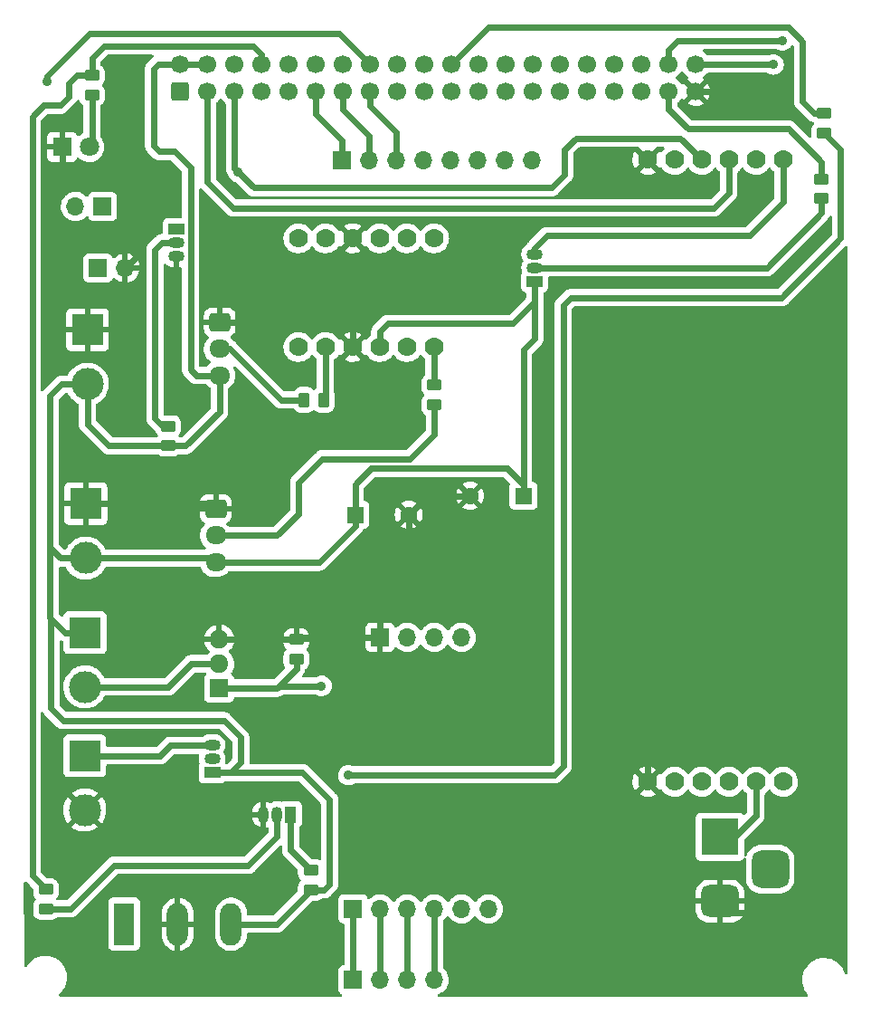
<source format=gtl>
G04 #@! TF.GenerationSoftware,KiCad,Pcbnew,(6.0.2)*
G04 #@! TF.CreationDate,2022-09-26T17:15:21-05:00*
G04 #@! TF.ProjectId,Roboshot,526f626f-7368-46f7-942e-6b696361645f,rev?*
G04 #@! TF.SameCoordinates,Original*
G04 #@! TF.FileFunction,Copper,L1,Top*
G04 #@! TF.FilePolarity,Positive*
%FSLAX46Y46*%
G04 Gerber Fmt 4.6, Leading zero omitted, Abs format (unit mm)*
G04 Created by KiCad (PCBNEW (6.0.2)) date 2022-09-26 17:15:21*
%MOMM*%
%LPD*%
G01*
G04 APERTURE LIST*
G04 Aperture macros list*
%AMRoundRect*
0 Rectangle with rounded corners*
0 $1 Rounding radius*
0 $2 $3 $4 $5 $6 $7 $8 $9 X,Y pos of 4 corners*
0 Add a 4 corners polygon primitive as box body*
4,1,4,$2,$3,$4,$5,$6,$7,$8,$9,$2,$3,0*
0 Add four circle primitives for the rounded corners*
1,1,$1+$1,$2,$3*
1,1,$1+$1,$4,$5*
1,1,$1+$1,$6,$7*
1,1,$1+$1,$8,$9*
0 Add four rect primitives between the rounded corners*
20,1,$1+$1,$2,$3,$4,$5,0*
20,1,$1+$1,$4,$5,$6,$7,0*
20,1,$1+$1,$6,$7,$8,$9,0*
20,1,$1+$1,$8,$9,$2,$3,0*%
G04 Aperture macros list end*
G04 #@! TA.AperFunction,ComponentPad*
%ADD10R,1.980000X3.960000*%
G04 #@! TD*
G04 #@! TA.AperFunction,ComponentPad*
%ADD11O,1.980000X3.960000*%
G04 #@! TD*
G04 #@! TA.AperFunction,SMDPad,CuDef*
%ADD12RoundRect,0.250000X-0.450000X0.262500X-0.450000X-0.262500X0.450000X-0.262500X0.450000X0.262500X0*%
G04 #@! TD*
G04 #@! TA.AperFunction,ComponentPad*
%ADD13O,1.950000X1.700000*%
G04 #@! TD*
G04 #@! TA.AperFunction,ComponentPad*
%ADD14RoundRect,0.250000X-0.725000X0.600000X-0.725000X-0.600000X0.725000X-0.600000X0.725000X0.600000X0*%
G04 #@! TD*
G04 #@! TA.AperFunction,ComponentPad*
%ADD15R,3.500000X3.500000*%
G04 #@! TD*
G04 #@! TA.AperFunction,ComponentPad*
%ADD16RoundRect,0.750000X1.000000X-0.750000X1.000000X0.750000X-1.000000X0.750000X-1.000000X-0.750000X0*%
G04 #@! TD*
G04 #@! TA.AperFunction,ComponentPad*
%ADD17RoundRect,0.875000X0.875000X-0.875000X0.875000X0.875000X-0.875000X0.875000X-0.875000X-0.875000X0*%
G04 #@! TD*
G04 #@! TA.AperFunction,ComponentPad*
%ADD18C,3.000000*%
G04 #@! TD*
G04 #@! TA.AperFunction,ComponentPad*
%ADD19R,3.000000X3.000000*%
G04 #@! TD*
G04 #@! TA.AperFunction,ComponentPad*
%ADD20O,1.700000X1.700000*%
G04 #@! TD*
G04 #@! TA.AperFunction,ComponentPad*
%ADD21R,1.700000X1.700000*%
G04 #@! TD*
G04 #@! TA.AperFunction,ComponentPad*
%ADD22R,1.500000X1.050000*%
G04 #@! TD*
G04 #@! TA.AperFunction,ComponentPad*
%ADD23O,1.500000X1.050000*%
G04 #@! TD*
G04 #@! TA.AperFunction,ComponentPad*
%ADD24C,1.778000*%
G04 #@! TD*
G04 #@! TA.AperFunction,ComponentPad*
%ADD25R,1.800000X1.714500*%
G04 #@! TD*
G04 #@! TA.AperFunction,ComponentPad*
%ADD26O,1.800000X1.714500*%
G04 #@! TD*
G04 #@! TA.AperFunction,SMDPad,CuDef*
%ADD27RoundRect,0.250000X0.450000X-0.262500X0.450000X0.262500X-0.450000X0.262500X-0.450000X-0.262500X0*%
G04 #@! TD*
G04 #@! TA.AperFunction,ComponentPad*
%ADD28R,1.800000X1.800000*%
G04 #@! TD*
G04 #@! TA.AperFunction,ComponentPad*
%ADD29C,1.800000*%
G04 #@! TD*
G04 #@! TA.AperFunction,ComponentPad*
%ADD30R,1.600000X1.600000*%
G04 #@! TD*
G04 #@! TA.AperFunction,ComponentPad*
%ADD31C,1.600000*%
G04 #@! TD*
G04 #@! TA.AperFunction,ComponentPad*
%ADD32RoundRect,0.250000X0.600000X-0.600000X0.600000X0.600000X-0.600000X0.600000X-0.600000X-0.600000X0*%
G04 #@! TD*
G04 #@! TA.AperFunction,ComponentPad*
%ADD33C,1.700000*%
G04 #@! TD*
G04 #@! TA.AperFunction,ComponentPad*
%ADD34R,1.050000X1.500000*%
G04 #@! TD*
G04 #@! TA.AperFunction,ComponentPad*
%ADD35O,1.050000X1.500000*%
G04 #@! TD*
G04 #@! TA.AperFunction,SMDPad,CuDef*
%ADD36RoundRect,0.250000X0.262500X0.450000X-0.262500X0.450000X-0.262500X-0.450000X0.262500X-0.450000X0*%
G04 #@! TD*
G04 #@! TA.AperFunction,ViaPad*
%ADD37C,0.900000*%
G04 #@! TD*
G04 #@! TA.AperFunction,Conductor*
%ADD38C,0.600000*%
G04 #@! TD*
G04 APERTURE END LIST*
D10*
X234363400Y-193026400D03*
D11*
X239363400Y-193026400D03*
X244363400Y-193026400D03*
D12*
X251828400Y-188003900D03*
X251828400Y-189828900D03*
D13*
X242928400Y-159186400D03*
X242928400Y-156686400D03*
D14*
X242928400Y-154186400D03*
D15*
X290128400Y-184876400D03*
D16*
X290128400Y-190876400D03*
D17*
X294828400Y-187876400D03*
D18*
X230688400Y-170846400D03*
D19*
X230688400Y-165766400D03*
D12*
X299868400Y-117211400D03*
X299868400Y-119036400D03*
D20*
X263388400Y-191596400D03*
X260848400Y-191596400D03*
X268468400Y-191596400D03*
X265928400Y-191596400D03*
X260848400Y-166196400D03*
D21*
X255768400Y-191596400D03*
D20*
X258308400Y-191596400D03*
D21*
X258308400Y-166196400D03*
D20*
X263388400Y-166196400D03*
X265928400Y-166196400D03*
D19*
X230668400Y-177281400D03*
D18*
X230668400Y-182361400D03*
D22*
X242588400Y-178836400D03*
D23*
X242588400Y-177566400D03*
X242588400Y-176296400D03*
D19*
X230758400Y-153716400D03*
D18*
X230758400Y-158796400D03*
D24*
X293495400Y-121540400D03*
X293495400Y-179706400D03*
X296035400Y-121540400D03*
X296035400Y-179706400D03*
X290955400Y-121540400D03*
X290955400Y-179706400D03*
X288415400Y-121540400D03*
X288415400Y-179706400D03*
X285875400Y-121540400D03*
X285875400Y-179706400D03*
X283335400Y-121540400D03*
X283335400Y-179706400D03*
D25*
X243248400Y-170956400D03*
D26*
X243248400Y-168670400D03*
X243248400Y-166384400D03*
D27*
X238478400Y-148278900D03*
X238478400Y-146453900D03*
D28*
X228538400Y-120346400D03*
D29*
X231078400Y-120346400D03*
D22*
X239218400Y-128026400D03*
D23*
X239218400Y-129296400D03*
X239218400Y-130566400D03*
D30*
X255995749Y-154746400D03*
D31*
X260995749Y-154746400D03*
D21*
X255768400Y-198236400D03*
D20*
X258308400Y-198236400D03*
X260848400Y-198236400D03*
X263388400Y-198236400D03*
D12*
X299618400Y-123346400D03*
X299618400Y-125171400D03*
D32*
X239588400Y-115148900D03*
D33*
X239588400Y-112608900D03*
X242128400Y-115148900D03*
X242128400Y-112608900D03*
X244668400Y-115148900D03*
X244668400Y-112608900D03*
X247208400Y-115148900D03*
X247208400Y-112608900D03*
X249748400Y-115148900D03*
X249748400Y-112608900D03*
X252288400Y-115148900D03*
X252288400Y-112608900D03*
X254828400Y-115148900D03*
X254828400Y-112608900D03*
X257368400Y-115148900D03*
X257368400Y-112608900D03*
X259908400Y-115148900D03*
X259908400Y-112608900D03*
X262448400Y-115148900D03*
X262448400Y-112608900D03*
X264988400Y-115148900D03*
X264988400Y-112608900D03*
X267528400Y-115148900D03*
X267528400Y-112608900D03*
X270068400Y-115148900D03*
X270068400Y-112608900D03*
X272608400Y-115148900D03*
X272608400Y-112608900D03*
X275148400Y-115148900D03*
X275148400Y-112608900D03*
X277688400Y-115148900D03*
X277688400Y-112608900D03*
X280228400Y-115148900D03*
X280228400Y-112608900D03*
X282768400Y-115148900D03*
X282768400Y-112608900D03*
X285308400Y-115148900D03*
X285308400Y-112608900D03*
X287848400Y-115148900D03*
X287848400Y-112608900D03*
D34*
X249948400Y-182766400D03*
D35*
X248678400Y-182766400D03*
X247408400Y-182766400D03*
D12*
X231338400Y-113663900D03*
X231338400Y-115488900D03*
D27*
X250478400Y-168238900D03*
X250478400Y-166413900D03*
D12*
X227038400Y-189771400D03*
X227038400Y-191596400D03*
D21*
X254743400Y-121571400D03*
D20*
X257283400Y-121571400D03*
X259823400Y-121571400D03*
X262363400Y-121571400D03*
X264903400Y-121571400D03*
X267443400Y-121571400D03*
X269983400Y-121571400D03*
X272523400Y-121571400D03*
D18*
X230918400Y-142526400D03*
D19*
X230918400Y-137446400D03*
D12*
X263378400Y-142623900D03*
X263378400Y-144448900D03*
D22*
X272788400Y-132921400D03*
D23*
X272788400Y-131651400D03*
X272788400Y-130381400D03*
D21*
X232333400Y-125906400D03*
D20*
X229793400Y-125906400D03*
D24*
X255748400Y-139056400D03*
X255748400Y-128896400D03*
X258288400Y-139056400D03*
X263368400Y-139056400D03*
X260828400Y-139056400D03*
X253208400Y-139056400D03*
X250668400Y-139056400D03*
X258288400Y-128896400D03*
X263368400Y-128896400D03*
X260828400Y-128896400D03*
X253208400Y-128896400D03*
X250668400Y-128896400D03*
D21*
X231908400Y-131666400D03*
D20*
X234448400Y-131666400D03*
D14*
X243298400Y-136726400D03*
D13*
X243298400Y-139226400D03*
X243298400Y-141726400D03*
D36*
X253028400Y-143996400D03*
X251203400Y-143996400D03*
D30*
X271741051Y-152966400D03*
D31*
X266741051Y-152966400D03*
D37*
X252828400Y-170746400D03*
X298218400Y-138126400D03*
X294728400Y-115126400D03*
X245038400Y-122706400D03*
X227108400Y-114226400D03*
X255328400Y-179086400D03*
X295988400Y-110376400D03*
X295138400Y-112636400D03*
D38*
X254898400Y-136726400D02*
X243298400Y-136726400D01*
X253045900Y-189828900D02*
X251828400Y-189828900D01*
X253588400Y-189286400D02*
X253045900Y-189828900D01*
X253588400Y-181406400D02*
X253588400Y-189286400D01*
X251018400Y-178836400D02*
X253588400Y-181406400D01*
X243968400Y-178836400D02*
X251018400Y-178836400D01*
X243968400Y-178836400D02*
X242588400Y-178836400D01*
X244338400Y-178836400D02*
X243968400Y-178836400D01*
X260995749Y-154746400D02*
X260995749Y-158879051D01*
X260995749Y-158879051D02*
X258308400Y-161566400D01*
X258308400Y-161566400D02*
X258308400Y-166196400D01*
X250695900Y-166196400D02*
X258308400Y-166196400D01*
X250478400Y-166413900D02*
X250695900Y-166196400D01*
X248888400Y-170746400D02*
X248678400Y-170956400D01*
X252828400Y-170746400D02*
X248888400Y-170746400D01*
X250478400Y-169156400D02*
X250478400Y-168238900D01*
X248678400Y-170956400D02*
X250478400Y-169156400D01*
X243248400Y-170956400D02*
X248678400Y-170956400D01*
X250448900Y-166384400D02*
X250478400Y-166413900D01*
X243248400Y-166384400D02*
X250448900Y-166384400D01*
X245258400Y-177916400D02*
X244338400Y-178836400D01*
X245258400Y-175566400D02*
X245258400Y-177916400D01*
X243688400Y-173996400D02*
X245258400Y-175566400D01*
X228638400Y-173996400D02*
X243688400Y-173996400D01*
X227498400Y-172856400D02*
X228638400Y-173996400D01*
X227498400Y-164446400D02*
X227498400Y-172856400D01*
X227498400Y-164446400D02*
X228818400Y-165766400D01*
X227418400Y-164366400D02*
X227498400Y-164446400D01*
X238448400Y-170846400D02*
X240624400Y-168670400D01*
X240624400Y-168670400D02*
X243248400Y-168670400D01*
X230688400Y-170846400D02*
X238448400Y-170846400D01*
X238678400Y-176296400D02*
X242588400Y-176296400D01*
X237693400Y-177281400D02*
X238678400Y-176296400D01*
X230668400Y-177281400D02*
X237693400Y-177281400D01*
X248678400Y-184816400D02*
X248678400Y-182766400D01*
X245968400Y-187526400D02*
X248678400Y-184816400D01*
X229318400Y-191596400D02*
X233388400Y-187526400D01*
X233388400Y-187526400D02*
X245968400Y-187526400D01*
X227038400Y-191596400D02*
X229318400Y-191596400D01*
X242538400Y-158796400D02*
X242928400Y-159186400D01*
X230758400Y-158796400D02*
X242538400Y-158796400D01*
X230758400Y-153716400D02*
X242458400Y-153716400D01*
X242458400Y-153716400D02*
X242928400Y-154186400D01*
X261098400Y-149496400D02*
X263378400Y-147216400D01*
X250678400Y-154666400D02*
X250678400Y-151716400D01*
X248658400Y-156686400D02*
X250678400Y-154666400D01*
X250678400Y-151716400D02*
X252898400Y-149496400D01*
X252898400Y-149496400D02*
X261098400Y-149496400D01*
X242928400Y-156686400D02*
X248658400Y-156686400D01*
X263378400Y-147216400D02*
X263378400Y-144448900D01*
X255995749Y-155809051D02*
X255995749Y-154746400D01*
X252618400Y-159186400D02*
X255995749Y-155809051D01*
X242928400Y-159186400D02*
X252618400Y-159186400D01*
X228818400Y-165766400D02*
X230688400Y-165766400D01*
X227418400Y-157826400D02*
X227418400Y-164366400D01*
X227418400Y-157826400D02*
X228388400Y-158796400D01*
X228388400Y-158796400D02*
X230758400Y-158796400D01*
X227418400Y-143636400D02*
X227418400Y-157826400D01*
X228528400Y-142526400D02*
X227418400Y-143636400D01*
X230918400Y-142526400D02*
X228528400Y-142526400D01*
X232900900Y-148278900D02*
X238478400Y-148278900D01*
X230918400Y-146296400D02*
X232900900Y-148278900D01*
X230918400Y-142526400D02*
X230918400Y-146296400D01*
X249948400Y-186123900D02*
X249948400Y-182766400D01*
X251828400Y-188003900D02*
X249948400Y-186123900D01*
X244363400Y-193026400D02*
X248630900Y-193026400D01*
X248630900Y-193026400D02*
X251828400Y-189828900D01*
X263388400Y-191596400D02*
X263388400Y-198236400D01*
X260848400Y-191596400D02*
X260848400Y-198236400D01*
X258308400Y-191596400D02*
X258308400Y-198236400D01*
X255768400Y-191596400D02*
X255768400Y-198236400D01*
X226818400Y-116466400D02*
X225738400Y-117546400D01*
X225738400Y-117546400D02*
X225738400Y-188471400D01*
X229198400Y-114386400D02*
X229198400Y-115636400D01*
X229920900Y-113663900D02*
X229198400Y-114386400D01*
X229198400Y-115636400D02*
X228368400Y-116466400D01*
X225738400Y-188471400D02*
X227038400Y-189771400D01*
X231338400Y-113663900D02*
X229920900Y-113663900D01*
X228368400Y-116466400D02*
X226818400Y-116466400D01*
X291198400Y-191946400D02*
X290128400Y-190876400D01*
X296388400Y-191946400D02*
X291198400Y-191946400D01*
X298218400Y-172876400D02*
X298218400Y-190116400D01*
X298218400Y-138126400D02*
X298218400Y-172876400D01*
X262448400Y-153293749D02*
X262448400Y-153246400D01*
X235998400Y-130116400D02*
X234448400Y-131666400D01*
X254898400Y-136726400D02*
X255748400Y-137576400D01*
X233938400Y-123106400D02*
X235998400Y-125166400D01*
X229038400Y-123106400D02*
X233938400Y-123106400D01*
X228538400Y-120346400D02*
X228538400Y-122606400D01*
X287848400Y-115148900D02*
X294705900Y-115148900D01*
X298218400Y-190116400D02*
X296388400Y-191946400D01*
X255748400Y-137576400D02*
X255748400Y-139056400D01*
X235998400Y-125166400D02*
X235998400Y-130116400D01*
X294705900Y-115148900D02*
X294728400Y-115126400D01*
X260995749Y-154746400D02*
X262448400Y-153293749D01*
X298218400Y-172876400D02*
X295088400Y-176006400D01*
X262448400Y-153246400D02*
X262728400Y-152966400D01*
X283335400Y-176679400D02*
X283335400Y-179706400D01*
X284008400Y-176006400D02*
X283335400Y-176679400D01*
X295088400Y-176006400D02*
X284008400Y-176006400D01*
X228538400Y-122606400D02*
X229038400Y-123106400D01*
X262728400Y-152966400D02*
X266741051Y-152966400D01*
X275593400Y-122946400D02*
X274368400Y-124171400D01*
X244668400Y-119621400D02*
X244668400Y-122336400D01*
X274368400Y-124171400D02*
X246503400Y-124171400D01*
X275593400Y-120571400D02*
X275593400Y-122946400D01*
X244668400Y-119621400D02*
X244668400Y-116446400D01*
X288415400Y-121540400D02*
X286396400Y-119521400D01*
X276643400Y-119521400D02*
X275593400Y-120571400D01*
X286396400Y-119521400D02*
X276643400Y-119521400D01*
X246503400Y-124171400D02*
X245038400Y-122706400D01*
X244668400Y-116446400D02*
X244668400Y-115148900D01*
X244668400Y-122336400D02*
X245038400Y-122706400D01*
X252288400Y-117291400D02*
X254743400Y-119746400D01*
X252288400Y-115148900D02*
X252288400Y-117291400D01*
X254743400Y-119746400D02*
X254743400Y-121571400D01*
X257283400Y-119311400D02*
X257283400Y-121571400D01*
X254828400Y-115148900D02*
X254828400Y-116856400D01*
X254828400Y-116856400D02*
X257283400Y-119311400D01*
X259823400Y-118976400D02*
X259823400Y-121571400D01*
X257368400Y-115148900D02*
X257368400Y-116521400D01*
X257368400Y-116521400D02*
X259823400Y-118976400D01*
X263368400Y-142613900D02*
X263378400Y-142623900D01*
X263368400Y-139056400D02*
X263368400Y-142613900D01*
X244278400Y-139226400D02*
X249048400Y-143996400D01*
X249048400Y-143996400D02*
X251203400Y-143996400D01*
X243298400Y-139226400D02*
X244278400Y-139226400D01*
X253208400Y-143816400D02*
X253028400Y-143996400D01*
X253208400Y-139056400D02*
X253208400Y-143816400D01*
X257368400Y-112608900D02*
X254475900Y-109716400D01*
X231138400Y-109716400D02*
X227108400Y-113746400D01*
X254475900Y-109716400D02*
X231138400Y-109716400D01*
X227108400Y-113746400D02*
X227108400Y-114226400D01*
X231338400Y-115488900D02*
X231338400Y-120086400D01*
X231338400Y-120086400D02*
X231078400Y-120346400D01*
X290955400Y-124659400D02*
X290955400Y-121540400D01*
X289568400Y-126046400D02*
X290955400Y-124659400D01*
X242128400Y-123636400D02*
X244538400Y-126046400D01*
X242128400Y-115148900D02*
X242128400Y-123636400D01*
X244538400Y-126046400D02*
X289568400Y-126046400D01*
X274618400Y-179076400D02*
X255338400Y-179076400D01*
X295888400Y-134446400D02*
X301418400Y-128916400D01*
X276158400Y-134446400D02*
X295888400Y-134446400D01*
X301418400Y-120586400D02*
X299868400Y-119036400D01*
X275438400Y-135166400D02*
X276158400Y-134446400D01*
X275438400Y-178256400D02*
X275438400Y-135166400D01*
X255338400Y-179076400D02*
X255328400Y-179086400D01*
X301418400Y-128916400D02*
X301418400Y-120586400D01*
X274618400Y-179076400D02*
X275438400Y-178256400D01*
X296035400Y-125504400D02*
X296035400Y-121540400D01*
X273948400Y-128646400D02*
X292893400Y-128646400D01*
X272788400Y-130381400D02*
X272788400Y-129806400D01*
X292893400Y-128646400D02*
X296035400Y-125504400D01*
X272788400Y-129806400D02*
X273948400Y-128646400D01*
X297838400Y-110466400D02*
X297838400Y-116086400D01*
X296528400Y-109156400D02*
X297838400Y-110466400D01*
X264988400Y-112608900D02*
X268440900Y-109156400D01*
X297838400Y-116086400D02*
X298963400Y-117211400D01*
X298963400Y-117211400D02*
X299868400Y-117211400D01*
X268440900Y-109156400D02*
X296528400Y-109156400D01*
X239588400Y-112608900D02*
X242128400Y-112608900D01*
X259038400Y-136846400D02*
X270758400Y-136846400D01*
X239588400Y-112608900D02*
X237515900Y-112608900D01*
X255995749Y-151889051D02*
X257478400Y-150406400D01*
X270758400Y-136846400D02*
X272788400Y-134816400D01*
X293495400Y-182889400D02*
X293495400Y-179706400D01*
X291508400Y-184876400D02*
X293495400Y-182889400D01*
X237118400Y-113006400D02*
X237118400Y-120246400D01*
X290128400Y-184876400D02*
X291508400Y-184876400D01*
X243298400Y-145096400D02*
X243298400Y-141726400D01*
X237648400Y-120776400D02*
X239038400Y-120776400D01*
X240568400Y-122306400D02*
X240568400Y-141166400D01*
X272788400Y-134816400D02*
X272788400Y-132921400D01*
X258288400Y-139056400D02*
X258288400Y-137596400D01*
X239038400Y-120776400D02*
X240568400Y-122306400D01*
X257478400Y-150406400D02*
X270188400Y-150406400D01*
X270188400Y-150406400D02*
X271741051Y-151959051D01*
X240115900Y-148278900D02*
X243298400Y-145096400D01*
X238478400Y-148278900D02*
X240115900Y-148278900D01*
X271741051Y-152966400D02*
X271741051Y-139323749D01*
X237515900Y-112608900D02*
X237118400Y-113006400D01*
X255995749Y-154746400D02*
X255995749Y-151889051D01*
X271741051Y-139323749D02*
X272788400Y-138276400D01*
X240568400Y-141166400D02*
X241128400Y-141726400D01*
X241128400Y-141726400D02*
X243298400Y-141726400D01*
X271741051Y-151959051D02*
X271741051Y-152966400D01*
X237118400Y-120246400D02*
X237648400Y-120776400D01*
X258288400Y-137596400D02*
X259038400Y-136846400D01*
X272788400Y-138276400D02*
X272788400Y-134816400D01*
X247208400Y-111646400D02*
X246468400Y-110906400D01*
X232458400Y-110906400D02*
X231338400Y-112026400D01*
X246468400Y-110906400D02*
X232458400Y-110906400D01*
X247208400Y-112608900D02*
X247208400Y-111646400D01*
X231338400Y-112026400D02*
X231338400Y-113663900D01*
X287155900Y-118658900D02*
X296530900Y-118658900D01*
X285308400Y-116811400D02*
X287155900Y-118658900D01*
X296530900Y-118658900D02*
X299618400Y-121746400D01*
X299618400Y-121746400D02*
X299618400Y-123346400D01*
X285308400Y-115148900D02*
X285308400Y-116811400D01*
X295958400Y-110406400D02*
X295988400Y-110376400D01*
X286158400Y-110406400D02*
X295958400Y-110406400D01*
X285308400Y-112608900D02*
X285308400Y-111256400D01*
X285308400Y-111256400D02*
X286158400Y-110406400D01*
X287848400Y-112608900D02*
X295110900Y-112608900D01*
X295110900Y-112608900D02*
X295138400Y-112636400D01*
X239218400Y-129296400D02*
X237908400Y-129296400D01*
X237955900Y-146453900D02*
X238478400Y-146453900D01*
X237218400Y-129986400D02*
X237218400Y-145716400D01*
X237908400Y-129296400D02*
X237218400Y-129986400D01*
X237218400Y-145716400D02*
X237955900Y-146453900D01*
X299618400Y-126526400D02*
X299618400Y-125171400D01*
X272788400Y-131651400D02*
X294493400Y-131651400D01*
X294493400Y-131651400D02*
X299618400Y-126526400D01*
G04 #@! TA.AperFunction,Conductor*
G36*
X300554328Y-126778789D02*
G01*
X300599634Y-126833451D01*
X300609900Y-126883268D01*
X300609900Y-128529318D01*
X300589898Y-128597439D01*
X300572995Y-128618413D01*
X295590413Y-133600995D01*
X295528101Y-133635021D01*
X295501318Y-133637900D01*
X276167614Y-133637900D01*
X276166294Y-133637893D01*
X276165219Y-133637882D01*
X276076179Y-133636949D01*
X276033803Y-133646111D01*
X276021237Y-133648169D01*
X275978145Y-133653003D01*
X275971494Y-133655319D01*
X275971490Y-133655320D01*
X275946470Y-133664033D01*
X275931657Y-133668196D01*
X275898890Y-133675281D01*
X275859587Y-133693608D01*
X275847811Y-133698390D01*
X275806848Y-133712655D01*
X275800873Y-133716389D01*
X275800870Y-133716390D01*
X275778405Y-133730427D01*
X275764888Y-133737766D01*
X275740886Y-133748959D01*
X275734498Y-133751938D01*
X275728933Y-133756255D01*
X275728931Y-133756256D01*
X275700247Y-133778506D01*
X275689788Y-133785802D01*
X275658996Y-133805042D01*
X275658993Y-133805044D01*
X275653024Y-133808774D01*
X275648029Y-133813734D01*
X275648028Y-133813735D01*
X275624221Y-133837376D01*
X275623596Y-133837961D01*
X275622930Y-133838478D01*
X275596940Y-133864468D01*
X275524318Y-133936585D01*
X275523660Y-133937622D01*
X275522557Y-133938851D01*
X274873242Y-134588166D01*
X274872305Y-134589094D01*
X274807893Y-134652171D01*
X274784402Y-134688621D01*
X274776983Y-134698946D01*
X274749924Y-134732843D01*
X274746859Y-134739184D01*
X274746858Y-134739185D01*
X274735328Y-134763037D01*
X274727799Y-134776454D01*
X274709635Y-134804638D01*
X274707227Y-134811255D01*
X274707224Y-134811260D01*
X274694808Y-134845373D01*
X274689847Y-134857116D01*
X274674046Y-134889803D01*
X274674044Y-134889808D01*
X274670979Y-134896149D01*
X274669396Y-134903007D01*
X274669395Y-134903009D01*
X274663435Y-134928826D01*
X274659068Y-134943569D01*
X274647597Y-134975085D01*
X274646714Y-134982075D01*
X274646712Y-134982083D01*
X274642162Y-135018101D01*
X274639926Y-135030653D01*
X274634313Y-135054967D01*
X274630176Y-135072885D01*
X274630151Y-135079931D01*
X274630151Y-135079934D01*
X274630034Y-135113456D01*
X274630005Y-135114338D01*
X274629900Y-135115169D01*
X274629900Y-135151819D01*
X274629899Y-135152259D01*
X274629577Y-135244630D01*
X274629543Y-135254270D01*
X274629811Y-135255470D01*
X274629900Y-135257107D01*
X274629900Y-177869318D01*
X274609898Y-177937439D01*
X274592995Y-177958413D01*
X274320413Y-178230995D01*
X274258101Y-178265021D01*
X274231318Y-178267900D01*
X255861832Y-178267900D01*
X255801904Y-178252736D01*
X255701631Y-178198519D01*
X255537718Y-178147779D01*
X255527952Y-178144756D01*
X255522066Y-178142934D01*
X255515941Y-178142290D01*
X255515940Y-178142290D01*
X255341252Y-178123929D01*
X255341251Y-178123929D01*
X255335124Y-178123285D01*
X255261627Y-178129974D01*
X255154065Y-178139763D01*
X255154062Y-178139764D01*
X255147926Y-178140322D01*
X255142020Y-178142060D01*
X255142016Y-178142061D01*
X255061722Y-178165693D01*
X254967602Y-178193394D01*
X254937865Y-178208940D01*
X254819484Y-178270828D01*
X254801021Y-178280480D01*
X254654528Y-178398264D01*
X254650570Y-178402982D01*
X254650567Y-178402984D01*
X254607479Y-178454335D01*
X254533702Y-178542259D01*
X254530738Y-178547651D01*
X254530735Y-178547655D01*
X254491974Y-178618162D01*
X254443146Y-178706980D01*
X254386309Y-178886152D01*
X254365356Y-179072952D01*
X254365872Y-179079096D01*
X254378322Y-179227357D01*
X254381085Y-179260265D01*
X254432897Y-179440955D01*
X254435712Y-179446432D01*
X254435713Y-179446435D01*
X254506840Y-179584833D01*
X254518818Y-179608140D01*
X254522641Y-179612964D01*
X254522644Y-179612968D01*
X254611172Y-179724661D01*
X254635577Y-179755452D01*
X254640271Y-179759447D01*
X254770053Y-179869900D01*
X254778724Y-179877280D01*
X254784102Y-179880286D01*
X254784104Y-179880287D01*
X254818668Y-179899604D01*
X254942809Y-179968984D01*
X255121580Y-180027070D01*
X255308230Y-180049327D01*
X255314365Y-180048855D01*
X255314367Y-180048855D01*
X255489505Y-180035379D01*
X255489509Y-180035378D01*
X255495647Y-180034906D01*
X255593119Y-180007691D01*
X255670750Y-179986016D01*
X255670753Y-179986015D01*
X255676694Y-179984356D01*
X255682198Y-179981576D01*
X255682200Y-179981575D01*
X255844475Y-179899604D01*
X255845503Y-179901639D01*
X255903129Y-179884900D01*
X274609186Y-179884900D01*
X274610506Y-179884907D01*
X274700621Y-179885851D01*
X274742997Y-179876689D01*
X274755563Y-179874631D01*
X274798655Y-179869797D01*
X274805306Y-179867481D01*
X274805310Y-179867480D01*
X274830330Y-179858767D01*
X274845142Y-179854604D01*
X274871019Y-179849009D01*
X274877910Y-179847519D01*
X274917213Y-179829192D01*
X274928989Y-179824410D01*
X274969952Y-179810145D01*
X274975927Y-179806411D01*
X274975930Y-179806410D01*
X274998395Y-179792373D01*
X275011912Y-179785034D01*
X275035914Y-179773841D01*
X275035915Y-179773840D01*
X275042302Y-179770862D01*
X275076553Y-179744294D01*
X275087012Y-179736998D01*
X275117804Y-179717758D01*
X275117807Y-179717756D01*
X275123776Y-179714026D01*
X275131456Y-179706400D01*
X275152579Y-179685424D01*
X275153204Y-179684839D01*
X275153870Y-179684322D01*
X275160885Y-179677307D01*
X281934327Y-179677307D01*
X281946957Y-179896332D01*
X281948390Y-179906534D01*
X281996619Y-180120543D01*
X281999702Y-180130383D01*
X282082237Y-180333640D01*
X282086890Y-180342851D01*
X282173498Y-180484180D01*
X282183955Y-180493641D01*
X282192731Y-180489858D01*
X282963379Y-179719211D01*
X282969756Y-179707532D01*
X283699808Y-179707532D01*
X283699939Y-179709366D01*
X283704190Y-179715980D01*
X284473825Y-180485614D01*
X284485831Y-180492170D01*
X284497569Y-180483203D01*
X284502803Y-180475918D01*
X284558797Y-180432270D01*
X284629501Y-180425823D01*
X284692466Y-180458625D01*
X284712560Y-180483608D01*
X284743808Y-180534600D01*
X284894269Y-180708298D01*
X284898244Y-180711598D01*
X284898247Y-180711601D01*
X284912598Y-180723515D01*
X285071079Y-180855089D01*
X285269490Y-180971031D01*
X285274310Y-180972871D01*
X285274315Y-180972874D01*
X285379473Y-181013029D01*
X285484174Y-181053010D01*
X285489242Y-181054041D01*
X285489245Y-181054042D01*
X285599934Y-181076562D01*
X285709363Y-181098826D01*
X285714536Y-181099016D01*
X285714539Y-181099016D01*
X285933848Y-181107057D01*
X285933852Y-181107057D01*
X285939012Y-181107246D01*
X285944132Y-181106590D01*
X285944134Y-181106590D01*
X286161825Y-181078704D01*
X286161828Y-181078703D01*
X286166952Y-181078047D01*
X286173539Y-181076071D01*
X286382110Y-181013496D01*
X286387063Y-181012010D01*
X286593433Y-180910911D01*
X286598245Y-180907479D01*
X286776316Y-180780462D01*
X286780519Y-180777464D01*
X286795857Y-180762180D01*
X286939637Y-180618900D01*
X286943298Y-180615252D01*
X286946314Y-180611055D01*
X286946321Y-180611047D01*
X287043089Y-180476380D01*
X287099083Y-180432732D01*
X287169787Y-180426286D01*
X287232751Y-180459089D01*
X287252844Y-180484072D01*
X287281107Y-180530194D01*
X287281111Y-180530199D01*
X287283808Y-180534600D01*
X287434269Y-180708298D01*
X287438244Y-180711598D01*
X287438247Y-180711601D01*
X287452598Y-180723515D01*
X287611079Y-180855089D01*
X287809490Y-180971031D01*
X287814310Y-180972871D01*
X287814315Y-180972874D01*
X287919473Y-181013029D01*
X288024174Y-181053010D01*
X288029242Y-181054041D01*
X288029245Y-181054042D01*
X288139934Y-181076562D01*
X288249363Y-181098826D01*
X288254536Y-181099016D01*
X288254539Y-181099016D01*
X288473848Y-181107057D01*
X288473852Y-181107057D01*
X288479012Y-181107246D01*
X288484132Y-181106590D01*
X288484134Y-181106590D01*
X288701825Y-181078704D01*
X288701828Y-181078703D01*
X288706952Y-181078047D01*
X288713539Y-181076071D01*
X288922110Y-181013496D01*
X288927063Y-181012010D01*
X289133433Y-180910911D01*
X289138245Y-180907479D01*
X289316316Y-180780462D01*
X289320519Y-180777464D01*
X289335857Y-180762180D01*
X289479637Y-180618900D01*
X289483298Y-180615252D01*
X289486314Y-180611055D01*
X289486321Y-180611047D01*
X289583089Y-180476380D01*
X289639083Y-180432732D01*
X289709787Y-180426286D01*
X289772751Y-180459089D01*
X289792844Y-180484072D01*
X289821107Y-180530194D01*
X289821111Y-180530199D01*
X289823808Y-180534600D01*
X289974269Y-180708298D01*
X289978244Y-180711598D01*
X289978247Y-180711601D01*
X289992598Y-180723515D01*
X290151079Y-180855089D01*
X290349490Y-180971031D01*
X290354310Y-180972871D01*
X290354315Y-180972874D01*
X290459473Y-181013029D01*
X290564174Y-181053010D01*
X290569242Y-181054041D01*
X290569245Y-181054042D01*
X290679934Y-181076562D01*
X290789363Y-181098826D01*
X290794536Y-181099016D01*
X290794539Y-181099016D01*
X291013848Y-181107057D01*
X291013852Y-181107057D01*
X291019012Y-181107246D01*
X291024132Y-181106590D01*
X291024134Y-181106590D01*
X291241825Y-181078704D01*
X291241828Y-181078703D01*
X291246952Y-181078047D01*
X291253539Y-181076071D01*
X291462110Y-181013496D01*
X291467063Y-181012010D01*
X291673433Y-180910911D01*
X291678245Y-180907479D01*
X291856316Y-180780462D01*
X291860519Y-180777464D01*
X291875857Y-180762180D01*
X292019637Y-180618900D01*
X292023298Y-180615252D01*
X292026314Y-180611055D01*
X292026321Y-180611047D01*
X292123089Y-180476380D01*
X292179083Y-180432732D01*
X292249787Y-180426286D01*
X292312751Y-180459089D01*
X292332844Y-180484072D01*
X292361107Y-180530194D01*
X292361111Y-180530199D01*
X292363808Y-180534600D01*
X292514269Y-180708298D01*
X292518244Y-180711599D01*
X292518247Y-180711601D01*
X292532598Y-180723515D01*
X292641386Y-180813833D01*
X292681020Y-180872735D01*
X292686900Y-180910776D01*
X292686900Y-182502319D01*
X292666898Y-182570440D01*
X292649995Y-182591414D01*
X292445787Y-182795622D01*
X292383475Y-182829648D01*
X292312660Y-182824583D01*
X292255867Y-182782094D01*
X292247041Y-182770318D01*
X292241661Y-182763139D01*
X292125105Y-182675785D01*
X291988716Y-182624655D01*
X291926534Y-182617900D01*
X288330266Y-182617900D01*
X288268084Y-182624655D01*
X288131695Y-182675785D01*
X288015139Y-182763139D01*
X287927785Y-182879695D01*
X287876655Y-183016084D01*
X287869900Y-183078266D01*
X287869900Y-186674534D01*
X287876655Y-186736716D01*
X287927785Y-186873105D01*
X288015139Y-186989661D01*
X288131695Y-187077015D01*
X288268084Y-187128145D01*
X288330266Y-187134900D01*
X291926534Y-187134900D01*
X291988716Y-187128145D01*
X292125105Y-187077015D01*
X292241661Y-186989661D01*
X292329015Y-186873105D01*
X292332164Y-186864704D01*
X292333381Y-186862482D01*
X292383640Y-186812336D01*
X292453031Y-186797323D01*
X292519523Y-186822209D01*
X292562005Y-186879093D01*
X292569900Y-186922992D01*
X292569900Y-188843764D01*
X292569991Y-188845437D01*
X292569991Y-188845452D01*
X292571552Y-188874265D01*
X292573019Y-188901357D01*
X292618020Y-189131793D01*
X292701204Y-189351352D01*
X292775489Y-189477715D01*
X292799887Y-189519217D01*
X292820191Y-189553756D01*
X292971581Y-189733219D01*
X293151044Y-189884609D01*
X293353448Y-190003596D01*
X293573007Y-190086780D01*
X293803443Y-190131781D01*
X293807801Y-190132017D01*
X293859348Y-190134809D01*
X293859363Y-190134809D01*
X293861036Y-190134900D01*
X295795764Y-190134900D01*
X295797437Y-190134809D01*
X295797452Y-190134809D01*
X295848999Y-190132017D01*
X295853357Y-190131781D01*
X296083793Y-190086780D01*
X296303352Y-190003596D01*
X296505756Y-189884609D01*
X296685219Y-189733219D01*
X296836609Y-189553756D01*
X296856914Y-189519217D01*
X296881311Y-189477715D01*
X296955596Y-189351352D01*
X297038780Y-189131793D01*
X297083781Y-188901357D01*
X297085248Y-188874265D01*
X297086809Y-188845452D01*
X297086809Y-188845437D01*
X297086900Y-188843764D01*
X297086900Y-186909036D01*
X297085279Y-186879093D01*
X297084017Y-186855801D01*
X297083781Y-186851443D01*
X297059842Y-186728860D01*
X297039802Y-186626240D01*
X297039802Y-186626239D01*
X297038780Y-186621007D01*
X296955596Y-186401448D01*
X296844818Y-186213008D01*
X296839317Y-186203650D01*
X296839315Y-186203648D01*
X296836609Y-186199044D01*
X296685219Y-186019581D01*
X296505756Y-185868191D01*
X296303352Y-185749204D01*
X296083793Y-185666020D01*
X295853357Y-185621019D01*
X295847627Y-185620709D01*
X295797452Y-185617991D01*
X295797437Y-185617991D01*
X295795764Y-185617900D01*
X293861036Y-185617900D01*
X293859363Y-185617991D01*
X293859348Y-185617991D01*
X293809173Y-185620709D01*
X293803443Y-185621019D01*
X293573007Y-185666020D01*
X293353448Y-185749204D01*
X293151044Y-185868191D01*
X292971581Y-186019581D01*
X292820191Y-186199044D01*
X292817485Y-186203648D01*
X292817483Y-186203650D01*
X292811982Y-186213008D01*
X292701204Y-186401448D01*
X292632779Y-186582053D01*
X292630727Y-186587468D01*
X292587888Y-186644083D01*
X292521240Y-186668551D01*
X292451945Y-186653102D01*
X292402002Y-186602641D01*
X292386900Y-186542827D01*
X292386900Y-185193482D01*
X292406902Y-185125361D01*
X292423805Y-185104387D01*
X294060558Y-183467634D01*
X294061495Y-183466706D01*
X294120875Y-183408557D01*
X294120876Y-183408556D01*
X294125907Y-183403629D01*
X294149398Y-183367179D01*
X294156817Y-183356854D01*
X294183876Y-183322957D01*
X294186940Y-183316618D01*
X294186943Y-183316614D01*
X294198474Y-183292762D01*
X294206001Y-183279349D01*
X294220347Y-183257087D01*
X294220348Y-183257084D01*
X294224165Y-183251162D01*
X294236918Y-183216124D01*
X294238992Y-183210427D01*
X294243953Y-183198683D01*
X294259752Y-183166001D01*
X294259753Y-183165999D01*
X294262821Y-183159652D01*
X294270366Y-183126973D01*
X294274734Y-183112225D01*
X294286203Y-183080715D01*
X294287085Y-183073729D01*
X294287087Y-183073723D01*
X294291638Y-183037699D01*
X294293874Y-183025147D01*
X294302038Y-182989786D01*
X294302038Y-182989783D01*
X294303624Y-182982915D01*
X294303766Y-182942344D01*
X294303795Y-182941462D01*
X294303900Y-182940631D01*
X294303900Y-182903828D01*
X294304257Y-182801530D01*
X294303989Y-182800330D01*
X294303900Y-182798693D01*
X294303900Y-180911276D01*
X294323902Y-180843155D01*
X294356731Y-180808698D01*
X294396306Y-180780469D01*
X294400519Y-180777464D01*
X294415857Y-180762180D01*
X294559637Y-180618900D01*
X294563298Y-180615252D01*
X294566314Y-180611055D01*
X294566321Y-180611047D01*
X294663089Y-180476380D01*
X294719083Y-180432732D01*
X294789787Y-180426286D01*
X294852751Y-180459089D01*
X294872844Y-180484072D01*
X294901107Y-180530194D01*
X294901111Y-180530199D01*
X294903808Y-180534600D01*
X295054269Y-180708298D01*
X295058244Y-180711598D01*
X295058247Y-180711601D01*
X295072598Y-180723515D01*
X295231079Y-180855089D01*
X295429490Y-180971031D01*
X295434310Y-180972871D01*
X295434315Y-180972874D01*
X295539473Y-181013029D01*
X295644174Y-181053010D01*
X295649242Y-181054041D01*
X295649245Y-181054042D01*
X295759934Y-181076562D01*
X295869363Y-181098826D01*
X295874536Y-181099016D01*
X295874539Y-181099016D01*
X296093848Y-181107057D01*
X296093852Y-181107057D01*
X296099012Y-181107246D01*
X296104132Y-181106590D01*
X296104134Y-181106590D01*
X296321825Y-181078704D01*
X296321828Y-181078703D01*
X296326952Y-181078047D01*
X296333539Y-181076071D01*
X296542110Y-181013496D01*
X296547063Y-181012010D01*
X296753433Y-180910911D01*
X296758245Y-180907479D01*
X296936316Y-180780462D01*
X296940519Y-180777464D01*
X296955857Y-180762180D01*
X297099637Y-180618900D01*
X297103298Y-180615252D01*
X297193403Y-180489858D01*
X297234379Y-180432833D01*
X297237397Y-180428633D01*
X297254580Y-180393867D01*
X297336922Y-180227258D01*
X297339216Y-180222617D01*
X297383027Y-180078421D01*
X297404517Y-180007691D01*
X297404518Y-180007685D01*
X297406021Y-180002739D01*
X297430715Y-179815167D01*
X297435579Y-179778223D01*
X297435579Y-179778219D01*
X297436016Y-179774902D01*
X297437377Y-179719211D01*
X297437608Y-179709765D01*
X297437608Y-179709761D01*
X297437690Y-179706400D01*
X297430008Y-179612968D01*
X297419284Y-179482521D01*
X297419283Y-179482515D01*
X297418860Y-179477370D01*
X297362877Y-179254490D01*
X297271243Y-179043747D01*
X297261124Y-179028105D01*
X297149230Y-178855143D01*
X297149228Y-178855140D01*
X297146420Y-178850800D01*
X297131253Y-178834131D01*
X296995237Y-178684652D01*
X296995235Y-178684651D01*
X296991759Y-178680830D01*
X296987708Y-178677631D01*
X296987704Y-178677627D01*
X296818051Y-178543644D01*
X296811415Y-178538403D01*
X296610231Y-178427343D01*
X296410985Y-178356786D01*
X296398484Y-178352359D01*
X296398480Y-178352358D01*
X296393609Y-178350633D01*
X296388516Y-178349726D01*
X296388513Y-178349725D01*
X296172456Y-178311239D01*
X296172450Y-178311238D01*
X296167367Y-178310333D01*
X296086406Y-178309344D01*
X295942751Y-178307589D01*
X295942749Y-178307589D01*
X295937581Y-178307526D01*
X295786010Y-178330719D01*
X295715531Y-178341504D01*
X295715528Y-178341505D01*
X295710422Y-178342286D01*
X295686170Y-178350213D01*
X295496904Y-178412075D01*
X295496902Y-178412076D01*
X295491991Y-178413681D01*
X295288153Y-178519792D01*
X295284020Y-178522895D01*
X295284017Y-178522897D01*
X295110969Y-178652825D01*
X295104383Y-178657770D01*
X294945616Y-178823910D01*
X294869463Y-178935547D01*
X294814554Y-178980547D01*
X294744030Y-178988718D01*
X294680282Y-178957464D01*
X294659585Y-178932980D01*
X294609230Y-178855143D01*
X294609228Y-178855140D01*
X294606420Y-178850800D01*
X294591253Y-178834131D01*
X294455237Y-178684652D01*
X294455235Y-178684651D01*
X294451759Y-178680830D01*
X294447708Y-178677631D01*
X294447704Y-178677627D01*
X294278051Y-178543644D01*
X294271415Y-178538403D01*
X294070231Y-178427343D01*
X293870985Y-178356786D01*
X293858484Y-178352359D01*
X293858480Y-178352358D01*
X293853609Y-178350633D01*
X293848516Y-178349726D01*
X293848513Y-178349725D01*
X293632456Y-178311239D01*
X293632450Y-178311238D01*
X293627367Y-178310333D01*
X293546406Y-178309344D01*
X293402751Y-178307589D01*
X293402749Y-178307589D01*
X293397581Y-178307526D01*
X293246010Y-178330719D01*
X293175531Y-178341504D01*
X293175528Y-178341505D01*
X293170422Y-178342286D01*
X293146170Y-178350213D01*
X292956904Y-178412075D01*
X292956902Y-178412076D01*
X292951991Y-178413681D01*
X292748153Y-178519792D01*
X292744020Y-178522895D01*
X292744017Y-178522897D01*
X292570969Y-178652825D01*
X292564383Y-178657770D01*
X292405616Y-178823910D01*
X292329463Y-178935547D01*
X292274554Y-178980547D01*
X292204030Y-178988718D01*
X292140282Y-178957464D01*
X292119585Y-178932980D01*
X292069230Y-178855143D01*
X292069228Y-178855140D01*
X292066420Y-178850800D01*
X292051253Y-178834131D01*
X291915237Y-178684652D01*
X291915235Y-178684651D01*
X291911759Y-178680830D01*
X291907708Y-178677631D01*
X291907704Y-178677627D01*
X291738051Y-178543644D01*
X291731415Y-178538403D01*
X291530231Y-178427343D01*
X291330985Y-178356786D01*
X291318484Y-178352359D01*
X291318480Y-178352358D01*
X291313609Y-178350633D01*
X291308516Y-178349726D01*
X291308513Y-178349725D01*
X291092456Y-178311239D01*
X291092450Y-178311238D01*
X291087367Y-178310333D01*
X291006406Y-178309344D01*
X290862751Y-178307589D01*
X290862749Y-178307589D01*
X290857581Y-178307526D01*
X290706010Y-178330719D01*
X290635531Y-178341504D01*
X290635528Y-178341505D01*
X290630422Y-178342286D01*
X290606170Y-178350213D01*
X290416904Y-178412075D01*
X290416902Y-178412076D01*
X290411991Y-178413681D01*
X290208153Y-178519792D01*
X290204020Y-178522895D01*
X290204017Y-178522897D01*
X290030969Y-178652825D01*
X290024383Y-178657770D01*
X289865616Y-178823910D01*
X289789463Y-178935547D01*
X289734554Y-178980547D01*
X289664030Y-178988718D01*
X289600282Y-178957464D01*
X289579585Y-178932980D01*
X289529230Y-178855143D01*
X289529228Y-178855140D01*
X289526420Y-178850800D01*
X289511253Y-178834131D01*
X289375237Y-178684652D01*
X289375235Y-178684651D01*
X289371759Y-178680830D01*
X289367708Y-178677631D01*
X289367704Y-178677627D01*
X289198051Y-178543644D01*
X289191415Y-178538403D01*
X288990231Y-178427343D01*
X288790985Y-178356786D01*
X288778484Y-178352359D01*
X288778480Y-178352358D01*
X288773609Y-178350633D01*
X288768516Y-178349726D01*
X288768513Y-178349725D01*
X288552456Y-178311239D01*
X288552450Y-178311238D01*
X288547367Y-178310333D01*
X288466406Y-178309344D01*
X288322751Y-178307589D01*
X288322749Y-178307589D01*
X288317581Y-178307526D01*
X288166010Y-178330719D01*
X288095531Y-178341504D01*
X288095528Y-178341505D01*
X288090422Y-178342286D01*
X288066170Y-178350213D01*
X287876904Y-178412075D01*
X287876902Y-178412076D01*
X287871991Y-178413681D01*
X287668153Y-178519792D01*
X287664020Y-178522895D01*
X287664017Y-178522897D01*
X287490969Y-178652825D01*
X287484383Y-178657770D01*
X287325616Y-178823910D01*
X287249463Y-178935547D01*
X287194554Y-178980547D01*
X287124030Y-178988718D01*
X287060282Y-178957464D01*
X287039585Y-178932980D01*
X286989230Y-178855143D01*
X286989228Y-178855140D01*
X286986420Y-178850800D01*
X286971253Y-178834131D01*
X286835237Y-178684652D01*
X286835235Y-178684651D01*
X286831759Y-178680830D01*
X286827708Y-178677631D01*
X286827704Y-178677627D01*
X286658051Y-178543644D01*
X286651415Y-178538403D01*
X286450231Y-178427343D01*
X286250985Y-178356786D01*
X286238484Y-178352359D01*
X286238480Y-178352358D01*
X286233609Y-178350633D01*
X286228516Y-178349726D01*
X286228513Y-178349725D01*
X286012456Y-178311239D01*
X286012450Y-178311238D01*
X286007367Y-178310333D01*
X285926406Y-178309344D01*
X285782751Y-178307589D01*
X285782749Y-178307589D01*
X285777581Y-178307526D01*
X285626010Y-178330719D01*
X285555531Y-178341504D01*
X285555528Y-178341505D01*
X285550422Y-178342286D01*
X285526170Y-178350213D01*
X285336904Y-178412075D01*
X285336902Y-178412076D01*
X285331991Y-178413681D01*
X285128153Y-178519792D01*
X285124020Y-178522895D01*
X285124017Y-178522897D01*
X284950969Y-178652825D01*
X284944383Y-178657770D01*
X284785616Y-178823910D01*
X284782707Y-178828175D01*
X284782701Y-178828183D01*
X284769883Y-178846974D01*
X284709465Y-178935544D01*
X284709159Y-178935992D01*
X284654248Y-178980995D01*
X284583723Y-178989166D01*
X284519976Y-178957912D01*
X284499279Y-178933429D01*
X284496668Y-178929393D01*
X284485982Y-178920191D01*
X284476417Y-178924594D01*
X283707421Y-179693589D01*
X283699808Y-179707532D01*
X282969756Y-179707532D01*
X282970992Y-179705268D01*
X282970861Y-179703434D01*
X282966610Y-179696820D01*
X282197178Y-178927389D01*
X282185646Y-178921092D01*
X282173364Y-178930715D01*
X282119464Y-179009729D01*
X282114376Y-179018685D01*
X282022011Y-179217670D01*
X282018448Y-179227357D01*
X281959824Y-179438747D01*
X281957893Y-179448868D01*
X281934578Y-179667019D01*
X281934327Y-179677307D01*
X275160885Y-179677307D01*
X275179860Y-179658332D01*
X275252482Y-179586215D01*
X275253140Y-179585178D01*
X275254243Y-179583949D01*
X276003558Y-178834634D01*
X276004495Y-178833706D01*
X276063875Y-178775557D01*
X276063876Y-178775556D01*
X276068907Y-178770629D01*
X276092398Y-178734179D01*
X276099817Y-178723854D01*
X276126876Y-178689957D01*
X276132837Y-178677627D01*
X276137815Y-178667327D01*
X276141473Y-178659762D01*
X276149002Y-178646345D01*
X276163348Y-178624084D01*
X276167165Y-178618162D01*
X276169573Y-178611545D01*
X276169576Y-178611540D01*
X276181992Y-178577427D01*
X276186953Y-178565684D01*
X276192132Y-178554970D01*
X282548765Y-178554970D01*
X282555508Y-178567297D01*
X283322589Y-179334379D01*
X283336532Y-179341992D01*
X283338366Y-179341861D01*
X283344980Y-179337610D01*
X284116562Y-178566027D01*
X284123579Y-178553176D01*
X284115805Y-178542507D01*
X284115196Y-178542025D01*
X284106610Y-178536321D01*
X283914551Y-178430300D01*
X283905152Y-178426075D01*
X283698350Y-178352843D01*
X283688393Y-178350213D01*
X283472408Y-178311739D01*
X283462157Y-178310770D01*
X283242786Y-178308090D01*
X283232502Y-178308810D01*
X283015651Y-178341992D01*
X283005624Y-178344381D01*
X282797104Y-178412535D01*
X282787595Y-178416532D01*
X282593003Y-178517831D01*
X282584290Y-178523318D01*
X282557219Y-178543644D01*
X282548765Y-178554970D01*
X276192132Y-178554970D01*
X276202754Y-178532997D01*
X276202756Y-178532992D01*
X276205821Y-178526651D01*
X276213365Y-178493972D01*
X276217732Y-178479231D01*
X276229203Y-178447715D01*
X276230086Y-178440725D01*
X276230088Y-178440717D01*
X276234638Y-178404699D01*
X276236874Y-178392147D01*
X276245038Y-178356786D01*
X276245038Y-178356783D01*
X276246624Y-178349915D01*
X276246654Y-178341504D01*
X276246766Y-178309344D01*
X276246795Y-178308462D01*
X276246900Y-178307631D01*
X276246900Y-178270828D01*
X276246901Y-178270739D01*
X276246901Y-178270541D01*
X276247245Y-178172057D01*
X276247245Y-178172052D01*
X276247257Y-178168530D01*
X276246989Y-178167330D01*
X276246900Y-178165693D01*
X276246900Y-135553482D01*
X276266902Y-135485361D01*
X276283805Y-135464387D01*
X276456387Y-135291805D01*
X276518699Y-135257779D01*
X276545482Y-135254900D01*
X295879186Y-135254900D01*
X295880506Y-135254907D01*
X295970621Y-135255851D01*
X296012997Y-135246689D01*
X296025563Y-135244631D01*
X296068655Y-135239797D01*
X296075306Y-135237481D01*
X296075310Y-135237480D01*
X296100330Y-135228767D01*
X296115142Y-135224604D01*
X296141019Y-135219009D01*
X296147910Y-135217519D01*
X296187213Y-135199192D01*
X296198989Y-135194410D01*
X296239952Y-135180145D01*
X296245927Y-135176411D01*
X296245930Y-135176410D01*
X296268395Y-135162373D01*
X296281912Y-135155034D01*
X296305914Y-135143841D01*
X296305915Y-135143840D01*
X296312302Y-135140862D01*
X296346553Y-135114294D01*
X296357012Y-135106998D01*
X296387804Y-135087758D01*
X296387807Y-135087756D01*
X296393776Y-135084026D01*
X296404995Y-135072885D01*
X296422579Y-135055424D01*
X296423204Y-135054839D01*
X296423870Y-135054322D01*
X296449860Y-135028332D01*
X296522482Y-134956215D01*
X296523140Y-134955178D01*
X296524243Y-134953949D01*
X301835615Y-129642577D01*
X301897927Y-129608551D01*
X301968742Y-129613616D01*
X302025578Y-129656163D01*
X302050389Y-129722683D01*
X302050710Y-129731658D01*
X302058142Y-197584308D01*
X302038147Y-197652431D01*
X301984497Y-197698930D01*
X301914224Y-197709041D01*
X301849640Y-197679555D01*
X301813369Y-197626381D01*
X301799740Y-197587892D01*
X301737634Y-197412510D01*
X301610561Y-197166310D01*
X301603209Y-197155848D01*
X301485712Y-196988668D01*
X301451250Y-196939634D01*
X301343081Y-196823230D01*
X301265570Y-196739818D01*
X301265567Y-196739815D01*
X301262649Y-196736675D01*
X301048249Y-196561191D01*
X300812017Y-196416428D01*
X300794750Y-196408848D01*
X300562255Y-196306790D01*
X300558323Y-196305064D01*
X300539244Y-196299629D01*
X300511628Y-196291762D01*
X300291864Y-196229161D01*
X300287622Y-196228557D01*
X300287616Y-196228556D01*
X300021819Y-196190728D01*
X300017568Y-196190123D01*
X299871601Y-196189359D01*
X299744798Y-196188694D01*
X299744791Y-196188694D01*
X299740512Y-196188672D01*
X299736268Y-196189231D01*
X299736264Y-196189231D01*
X299629638Y-196203269D01*
X299465822Y-196224836D01*
X299461682Y-196225969D01*
X299461680Y-196225969D01*
X299450012Y-196229161D01*
X299198582Y-196297944D01*
X299177843Y-196306790D01*
X298947678Y-196404963D01*
X298947671Y-196404967D01*
X298943736Y-196406645D01*
X298706001Y-196548927D01*
X298702650Y-196551611D01*
X298702648Y-196551613D01*
X298690693Y-196561191D01*
X298489775Y-196722156D01*
X298299059Y-196923129D01*
X298137384Y-197148124D01*
X298007739Y-197392980D01*
X297912525Y-197653166D01*
X297853503Y-197923866D01*
X297831765Y-198200072D01*
X297832177Y-198207214D01*
X297847713Y-198476672D01*
X297848538Y-198480877D01*
X297848539Y-198480885D01*
X297870272Y-198591655D01*
X297901053Y-198748549D01*
X297902440Y-198752599D01*
X297902441Y-198752604D01*
X297989392Y-199006564D01*
X297990798Y-199010671D01*
X298043618Y-199115692D01*
X298104718Y-199237176D01*
X298115286Y-199258189D01*
X298117712Y-199261718D01*
X298117715Y-199261724D01*
X298180470Y-199353032D01*
X298272215Y-199486521D01*
X298275102Y-199489694D01*
X298275103Y-199489695D01*
X298351087Y-199573201D01*
X298382139Y-199637047D01*
X298373743Y-199707545D01*
X298328566Y-199762314D01*
X298257893Y-199784000D01*
X263816198Y-199784000D01*
X263748077Y-199763998D01*
X263701584Y-199710342D01*
X263691480Y-199640068D01*
X263720974Y-199575488D01*
X263779990Y-199537314D01*
X263880829Y-199507061D01*
X263880834Y-199507059D01*
X263885784Y-199505574D01*
X264086394Y-199407296D01*
X264268260Y-199277573D01*
X264284165Y-199261724D01*
X264408391Y-199137931D01*
X264426496Y-199119889D01*
X264440214Y-199100799D01*
X264553835Y-198942677D01*
X264556853Y-198938477D01*
X264562441Y-198927172D01*
X264653536Y-198742853D01*
X264653537Y-198742851D01*
X264655830Y-198738211D01*
X264720770Y-198524469D01*
X264749929Y-198302990D01*
X264750011Y-198299640D01*
X264751474Y-198239765D01*
X264751474Y-198239761D01*
X264751556Y-198236400D01*
X264733252Y-198013761D01*
X264678831Y-197797102D01*
X264589754Y-197592240D01*
X264533634Y-197505492D01*
X264471222Y-197409017D01*
X264471220Y-197409014D01*
X264468414Y-197404677D01*
X264318070Y-197239451D01*
X264314025Y-197236257D01*
X264314016Y-197236248D01*
X264244808Y-197181591D01*
X264203745Y-197123674D01*
X264196900Y-197082709D01*
X264196900Y-192753368D01*
X264216902Y-192685247D01*
X264249731Y-192650790D01*
X264264054Y-192640574D01*
X264264061Y-192640568D01*
X264268260Y-192637573D01*
X264307373Y-192598597D01*
X264412016Y-192494318D01*
X264426496Y-192479889D01*
X264439318Y-192462046D01*
X264556853Y-192298477D01*
X264558176Y-192299428D01*
X264605045Y-192256257D01*
X264674980Y-192244025D01*
X264740426Y-192271544D01*
X264768275Y-192303394D01*
X264828387Y-192401488D01*
X264974650Y-192570338D01*
X265146526Y-192713032D01*
X265339400Y-192825738D01*
X265548092Y-192905430D01*
X265553160Y-192906461D01*
X265553163Y-192906462D01*
X265660417Y-192928283D01*
X265766997Y-192949967D01*
X265772172Y-192950157D01*
X265772174Y-192950157D01*
X265985073Y-192957964D01*
X265985077Y-192957964D01*
X265990237Y-192958153D01*
X265995357Y-192957497D01*
X265995359Y-192957497D01*
X266206688Y-192930425D01*
X266206689Y-192930425D01*
X266211816Y-192929768D01*
X266216766Y-192928283D01*
X266420829Y-192867061D01*
X266420834Y-192867059D01*
X266425784Y-192865574D01*
X266626394Y-192767296D01*
X266808260Y-192637573D01*
X266847373Y-192598597D01*
X266952016Y-192494318D01*
X266966496Y-192479889D01*
X266979318Y-192462046D01*
X267096853Y-192298477D01*
X267098176Y-192299428D01*
X267145045Y-192256257D01*
X267214980Y-192244025D01*
X267280426Y-192271544D01*
X267308275Y-192303394D01*
X267368387Y-192401488D01*
X267514650Y-192570338D01*
X267686526Y-192713032D01*
X267879400Y-192825738D01*
X268088092Y-192905430D01*
X268093160Y-192906461D01*
X268093163Y-192906462D01*
X268200417Y-192928283D01*
X268306997Y-192949967D01*
X268312172Y-192950157D01*
X268312174Y-192950157D01*
X268525073Y-192957964D01*
X268525077Y-192957964D01*
X268530237Y-192958153D01*
X268535357Y-192957497D01*
X268535359Y-192957497D01*
X268746688Y-192930425D01*
X268746689Y-192930425D01*
X268751816Y-192929768D01*
X268756766Y-192928283D01*
X268960829Y-192867061D01*
X268960834Y-192867059D01*
X268965784Y-192865574D01*
X269166394Y-192767296D01*
X269348260Y-192637573D01*
X269387373Y-192598597D01*
X269492016Y-192494318D01*
X269506496Y-192479889D01*
X269519318Y-192462046D01*
X269633835Y-192302677D01*
X269636853Y-192298477D01*
X269657720Y-192256257D01*
X269733536Y-192102853D01*
X269733537Y-192102851D01*
X269735830Y-192098211D01*
X269800770Y-191884469D01*
X269826852Y-191686361D01*
X287870401Y-191686361D01*
X287870609Y-191691471D01*
X287881482Y-191825167D01*
X287883252Y-191835720D01*
X287936367Y-192042585D01*
X287940101Y-192053131D01*
X288028910Y-192247105D01*
X288034446Y-192256812D01*
X288156203Y-192431997D01*
X288163376Y-192440576D01*
X288314224Y-192591424D01*
X288322803Y-192598597D01*
X288497988Y-192720354D01*
X288507695Y-192725890D01*
X288701669Y-192814699D01*
X288712215Y-192818433D01*
X288919079Y-192871547D01*
X288929634Y-192873318D01*
X289063330Y-192884193D01*
X289068436Y-192884400D01*
X289856285Y-192884400D01*
X289871524Y-192879925D01*
X289872729Y-192878535D01*
X289874400Y-192870852D01*
X289874400Y-192866284D01*
X290382400Y-192866284D01*
X290386875Y-192881523D01*
X290388265Y-192882728D01*
X290395948Y-192884399D01*
X291188361Y-192884399D01*
X291193471Y-192884191D01*
X291327167Y-192873318D01*
X291337720Y-192871548D01*
X291544585Y-192818433D01*
X291555131Y-192814699D01*
X291749105Y-192725890D01*
X291758812Y-192720354D01*
X291933997Y-192598597D01*
X291942576Y-192591424D01*
X292093424Y-192440576D01*
X292100597Y-192431997D01*
X292222354Y-192256812D01*
X292227890Y-192247105D01*
X292316699Y-192053131D01*
X292320433Y-192042585D01*
X292373547Y-191835721D01*
X292375318Y-191825166D01*
X292386193Y-191691470D01*
X292386400Y-191686364D01*
X292386400Y-191148515D01*
X292381925Y-191133276D01*
X292380535Y-191132071D01*
X292372852Y-191130400D01*
X290400515Y-191130400D01*
X290385276Y-191134875D01*
X290384071Y-191136265D01*
X290382400Y-191143948D01*
X290382400Y-192866284D01*
X289874400Y-192866284D01*
X289874400Y-191148515D01*
X289869925Y-191133276D01*
X289868535Y-191132071D01*
X289860852Y-191130400D01*
X287888516Y-191130400D01*
X287873277Y-191134875D01*
X287872072Y-191136265D01*
X287870401Y-191143948D01*
X287870401Y-191686361D01*
X269826852Y-191686361D01*
X269829929Y-191662990D01*
X269831556Y-191596400D01*
X269813252Y-191373761D01*
X269758831Y-191157102D01*
X269669754Y-190952240D01*
X269627422Y-190886805D01*
X269551222Y-190769017D01*
X269551220Y-190769014D01*
X269548414Y-190764677D01*
X269402469Y-190604285D01*
X287870400Y-190604285D01*
X287874875Y-190619524D01*
X287876265Y-190620729D01*
X287883948Y-190622400D01*
X289856285Y-190622400D01*
X289871524Y-190617925D01*
X289872729Y-190616535D01*
X289874400Y-190608852D01*
X289874400Y-190604285D01*
X290382400Y-190604285D01*
X290386875Y-190619524D01*
X290388265Y-190620729D01*
X290395948Y-190622400D01*
X292368284Y-190622400D01*
X292383523Y-190617925D01*
X292384728Y-190616535D01*
X292386399Y-190608852D01*
X292386399Y-190066439D01*
X292386191Y-190061329D01*
X292375318Y-189927633D01*
X292373548Y-189917080D01*
X292320433Y-189710215D01*
X292316699Y-189699669D01*
X292227890Y-189505695D01*
X292222354Y-189495988D01*
X292100597Y-189320803D01*
X292093424Y-189312224D01*
X291942576Y-189161376D01*
X291933997Y-189154203D01*
X291758812Y-189032446D01*
X291749105Y-189026910D01*
X291555131Y-188938101D01*
X291544585Y-188934367D01*
X291337721Y-188881253D01*
X291327166Y-188879482D01*
X291193470Y-188868607D01*
X291188364Y-188868400D01*
X290400515Y-188868400D01*
X290385276Y-188872875D01*
X290384071Y-188874265D01*
X290382400Y-188881948D01*
X290382400Y-190604285D01*
X289874400Y-190604285D01*
X289874400Y-188886516D01*
X289869925Y-188871277D01*
X289868535Y-188870072D01*
X289860852Y-188868401D01*
X289068439Y-188868401D01*
X289063329Y-188868609D01*
X288929633Y-188879482D01*
X288919080Y-188881252D01*
X288712215Y-188934367D01*
X288701669Y-188938101D01*
X288507695Y-189026910D01*
X288497988Y-189032446D01*
X288322803Y-189154203D01*
X288314224Y-189161376D01*
X288163376Y-189312224D01*
X288156203Y-189320803D01*
X288034446Y-189495988D01*
X288028910Y-189505695D01*
X287940101Y-189699669D01*
X287936367Y-189710215D01*
X287883253Y-189917079D01*
X287881482Y-189927634D01*
X287870607Y-190061330D01*
X287870400Y-190066436D01*
X287870400Y-190604285D01*
X269402469Y-190604285D01*
X269398070Y-190599451D01*
X269394019Y-190596252D01*
X269394015Y-190596248D01*
X269226814Y-190464200D01*
X269226810Y-190464198D01*
X269222759Y-190460998D01*
X269180133Y-190437467D01*
X269131883Y-190410832D01*
X269027189Y-190353038D01*
X269022320Y-190351314D01*
X269022316Y-190351312D01*
X268821487Y-190280195D01*
X268821483Y-190280194D01*
X268816612Y-190278469D01*
X268811519Y-190277562D01*
X268811516Y-190277561D01*
X268601773Y-190240200D01*
X268601767Y-190240199D01*
X268596684Y-190239294D01*
X268522852Y-190238392D01*
X268378481Y-190236628D01*
X268378479Y-190236628D01*
X268373311Y-190236565D01*
X268152491Y-190270355D01*
X267940156Y-190339757D01*
X267742007Y-190442907D01*
X267737874Y-190446010D01*
X267737871Y-190446012D01*
X267568198Y-190573406D01*
X267563365Y-190577035D01*
X267557999Y-190582650D01*
X267452129Y-190693437D01*
X267409029Y-190738538D01*
X267301601Y-190896021D01*
X267246693Y-190941021D01*
X267176168Y-190949192D01*
X267112421Y-190917938D01*
X267091724Y-190893454D01*
X267011222Y-190769017D01*
X267011220Y-190769014D01*
X267008414Y-190764677D01*
X266858070Y-190599451D01*
X266854019Y-190596252D01*
X266854015Y-190596248D01*
X266686814Y-190464200D01*
X266686810Y-190464198D01*
X266682759Y-190460998D01*
X266640133Y-190437467D01*
X266591883Y-190410832D01*
X266487189Y-190353038D01*
X266482320Y-190351314D01*
X266482316Y-190351312D01*
X266281487Y-190280195D01*
X266281483Y-190280194D01*
X266276612Y-190278469D01*
X266271519Y-190277562D01*
X266271516Y-190277561D01*
X266061773Y-190240200D01*
X266061767Y-190240199D01*
X266056684Y-190239294D01*
X265982852Y-190238392D01*
X265838481Y-190236628D01*
X265838479Y-190236628D01*
X265833311Y-190236565D01*
X265612491Y-190270355D01*
X265400156Y-190339757D01*
X265202007Y-190442907D01*
X265197874Y-190446010D01*
X265197871Y-190446012D01*
X265028198Y-190573406D01*
X265023365Y-190577035D01*
X265017999Y-190582650D01*
X264912129Y-190693437D01*
X264869029Y-190738538D01*
X264761601Y-190896021D01*
X264706693Y-190941021D01*
X264636168Y-190949192D01*
X264572421Y-190917938D01*
X264551724Y-190893454D01*
X264471222Y-190769017D01*
X264471220Y-190769014D01*
X264468414Y-190764677D01*
X264318070Y-190599451D01*
X264314019Y-190596252D01*
X264314015Y-190596248D01*
X264146814Y-190464200D01*
X264146810Y-190464198D01*
X264142759Y-190460998D01*
X264100133Y-190437467D01*
X264051883Y-190410832D01*
X263947189Y-190353038D01*
X263942320Y-190351314D01*
X263942316Y-190351312D01*
X263741487Y-190280195D01*
X263741483Y-190280194D01*
X263736612Y-190278469D01*
X263731519Y-190277562D01*
X263731516Y-190277561D01*
X263521773Y-190240200D01*
X263521767Y-190240199D01*
X263516684Y-190239294D01*
X263442852Y-190238392D01*
X263298481Y-190236628D01*
X263298479Y-190236628D01*
X263293311Y-190236565D01*
X263072491Y-190270355D01*
X262860156Y-190339757D01*
X262662007Y-190442907D01*
X262657874Y-190446010D01*
X262657871Y-190446012D01*
X262488198Y-190573406D01*
X262483365Y-190577035D01*
X262477999Y-190582650D01*
X262372129Y-190693437D01*
X262329029Y-190738538D01*
X262221601Y-190896021D01*
X262166693Y-190941021D01*
X262096168Y-190949192D01*
X262032421Y-190917938D01*
X262011724Y-190893454D01*
X261931222Y-190769017D01*
X261931220Y-190769014D01*
X261928414Y-190764677D01*
X261778070Y-190599451D01*
X261774019Y-190596252D01*
X261774015Y-190596248D01*
X261606814Y-190464200D01*
X261606810Y-190464198D01*
X261602759Y-190460998D01*
X261560133Y-190437467D01*
X261511883Y-190410832D01*
X261407189Y-190353038D01*
X261402320Y-190351314D01*
X261402316Y-190351312D01*
X261201487Y-190280195D01*
X261201483Y-190280194D01*
X261196612Y-190278469D01*
X261191519Y-190277562D01*
X261191516Y-190277561D01*
X260981773Y-190240200D01*
X260981767Y-190240199D01*
X260976684Y-190239294D01*
X260902852Y-190238392D01*
X260758481Y-190236628D01*
X260758479Y-190236628D01*
X260753311Y-190236565D01*
X260532491Y-190270355D01*
X260320156Y-190339757D01*
X260122007Y-190442907D01*
X260117874Y-190446010D01*
X260117871Y-190446012D01*
X259948198Y-190573406D01*
X259943365Y-190577035D01*
X259937999Y-190582650D01*
X259832129Y-190693437D01*
X259789029Y-190738538D01*
X259681601Y-190896021D01*
X259626693Y-190941021D01*
X259556168Y-190949192D01*
X259492421Y-190917938D01*
X259471724Y-190893454D01*
X259391222Y-190769017D01*
X259391220Y-190769014D01*
X259388414Y-190764677D01*
X259238070Y-190599451D01*
X259234019Y-190596252D01*
X259234015Y-190596248D01*
X259066814Y-190464200D01*
X259066810Y-190464198D01*
X259062759Y-190460998D01*
X259020133Y-190437467D01*
X258971883Y-190410832D01*
X258867189Y-190353038D01*
X258862320Y-190351314D01*
X258862316Y-190351312D01*
X258661487Y-190280195D01*
X258661483Y-190280194D01*
X258656612Y-190278469D01*
X258651519Y-190277562D01*
X258651516Y-190277561D01*
X258441773Y-190240200D01*
X258441767Y-190240199D01*
X258436684Y-190239294D01*
X258362852Y-190238392D01*
X258218481Y-190236628D01*
X258218479Y-190236628D01*
X258213311Y-190236565D01*
X257992491Y-190270355D01*
X257780156Y-190339757D01*
X257582007Y-190442907D01*
X257577874Y-190446010D01*
X257577871Y-190446012D01*
X257408198Y-190573406D01*
X257403365Y-190577035D01*
X257331113Y-190652643D01*
X257322683Y-190661464D01*
X257261159Y-190696894D01*
X257190246Y-190693437D01*
X257132460Y-190652191D01*
X257113607Y-190618643D01*
X257072167Y-190508103D01*
X257069015Y-190499695D01*
X256981661Y-190383139D01*
X256865105Y-190295785D01*
X256728716Y-190244655D01*
X256666534Y-190237900D01*
X254870266Y-190237900D01*
X254808084Y-190244655D01*
X254671695Y-190295785D01*
X254555139Y-190383139D01*
X254467785Y-190499695D01*
X254416655Y-190636084D01*
X254409900Y-190698266D01*
X254409900Y-192494534D01*
X254416655Y-192556716D01*
X254467785Y-192693105D01*
X254555139Y-192809661D01*
X254671695Y-192897015D01*
X254808084Y-192948145D01*
X254835314Y-192951103D01*
X254847508Y-192952428D01*
X254913070Y-192979670D01*
X254953496Y-193038034D01*
X254959900Y-193077691D01*
X254959900Y-196755109D01*
X254939898Y-196823230D01*
X254886242Y-196869723D01*
X254847508Y-196880372D01*
X254835314Y-196881697D01*
X254808084Y-196884655D01*
X254671695Y-196935785D01*
X254555139Y-197023139D01*
X254467785Y-197139695D01*
X254416655Y-197276084D01*
X254409900Y-197338266D01*
X254409900Y-199134534D01*
X254416655Y-199196716D01*
X254467785Y-199333105D01*
X254555139Y-199449661D01*
X254671695Y-199537015D01*
X254680103Y-199540167D01*
X254687975Y-199544477D01*
X254687295Y-199545719D01*
X254736471Y-199582662D01*
X254761169Y-199649224D01*
X254745960Y-199718572D01*
X254695673Y-199768689D01*
X254635475Y-199784000D01*
X228364942Y-199784000D01*
X228296821Y-199763998D01*
X228250328Y-199710342D01*
X228240224Y-199640068D01*
X228269718Y-199575488D01*
X228287196Y-199558846D01*
X228333871Y-199522248D01*
X228333875Y-199522244D01*
X228337250Y-199519598D01*
X228362518Y-199493524D01*
X228517974Y-199333105D01*
X228530059Y-199320634D01*
X228532592Y-199317186D01*
X228532596Y-199317181D01*
X228691544Y-199100799D01*
X228694082Y-199097344D01*
X228723703Y-199042789D01*
X228824234Y-198857635D01*
X228824235Y-198857633D01*
X228826284Y-198853859D01*
X228924218Y-198594685D01*
X228986071Y-198324617D01*
X228988002Y-198302990D01*
X229010480Y-198051119D01*
X229010700Y-198048654D01*
X229011147Y-198006000D01*
X229005548Y-197923866D01*
X228992595Y-197733859D01*
X228992594Y-197733853D01*
X228992303Y-197729582D01*
X228975283Y-197647394D01*
X228936989Y-197462484D01*
X228936118Y-197458278D01*
X228930976Y-197443755D01*
X228845065Y-197201151D01*
X228843634Y-197197110D01*
X228716561Y-196950910D01*
X228712966Y-196945794D01*
X228578949Y-196755109D01*
X228557250Y-196724234D01*
X228368649Y-196521275D01*
X228154249Y-196345791D01*
X227918017Y-196201028D01*
X227900750Y-196193448D01*
X227668255Y-196091390D01*
X227664323Y-196089664D01*
X227645244Y-196084229D01*
X227617628Y-196076362D01*
X227397864Y-196013761D01*
X227393622Y-196013157D01*
X227393616Y-196013156D01*
X227127819Y-195975328D01*
X227123568Y-195974723D01*
X226977601Y-195973959D01*
X226850798Y-195973294D01*
X226850791Y-195973294D01*
X226846512Y-195973272D01*
X226842268Y-195973831D01*
X226842264Y-195973831D01*
X226721293Y-195989758D01*
X226571822Y-196009436D01*
X226567682Y-196010569D01*
X226567680Y-196010569D01*
X226556012Y-196013761D01*
X226304582Y-196082544D01*
X226283843Y-196091390D01*
X226053678Y-196189563D01*
X226053671Y-196189567D01*
X226049736Y-196191245D01*
X225812001Y-196333527D01*
X225808650Y-196336211D01*
X225808648Y-196336213D01*
X225796693Y-196345791D01*
X225595775Y-196506756D01*
X225405059Y-196707729D01*
X225243384Y-196932724D01*
X225241373Y-196936522D01*
X225241370Y-196936527D01*
X225236464Y-196945794D01*
X225186912Y-196996638D01*
X225117738Y-197012621D01*
X225050904Y-196988668D01*
X225007630Y-196932385D01*
X224999110Y-196887223D01*
X224999056Y-196869723D01*
X224993489Y-195054534D01*
X232864900Y-195054534D01*
X232871655Y-195116716D01*
X232922785Y-195253105D01*
X233010139Y-195369661D01*
X233126695Y-195457015D01*
X233263084Y-195508145D01*
X233325266Y-195514900D01*
X235401534Y-195514900D01*
X235463716Y-195508145D01*
X235600105Y-195457015D01*
X235716661Y-195369661D01*
X235804015Y-195253105D01*
X235855145Y-195116716D01*
X235861900Y-195054534D01*
X235861900Y-194076257D01*
X237865400Y-194076257D01*
X237865612Y-194081430D01*
X237880026Y-194256750D01*
X237881709Y-194266912D01*
X237939200Y-194495796D01*
X237942521Y-194505551D01*
X238036618Y-194721957D01*
X238041496Y-194731055D01*
X238169673Y-194929187D01*
X238175963Y-194937356D01*
X238334787Y-195111901D01*
X238342320Y-195118926D01*
X238527520Y-195265187D01*
X238536107Y-195270892D01*
X238742697Y-195384936D01*
X238752109Y-195389166D01*
X238974556Y-195467939D01*
X238984527Y-195470573D01*
X239091563Y-195489639D01*
X239104860Y-195488179D01*
X239108991Y-195474934D01*
X239617400Y-195474934D01*
X239621318Y-195488278D01*
X239635594Y-195490265D01*
X239706636Y-195479394D01*
X239716663Y-195477005D01*
X239940970Y-195403691D01*
X239950479Y-195399694D01*
X240159795Y-195290731D01*
X240168520Y-195285237D01*
X240357235Y-195143546D01*
X240364942Y-195136703D01*
X240527984Y-194966090D01*
X240534467Y-194958084D01*
X240667457Y-194763126D01*
X240672543Y-194754174D01*
X240771906Y-194540115D01*
X240775460Y-194530455D01*
X240838530Y-194303031D01*
X240840457Y-194292927D01*
X240861044Y-194100298D01*
X240861400Y-194093606D01*
X240861400Y-193298515D01*
X240856925Y-193283276D01*
X240855535Y-193282071D01*
X240847852Y-193280400D01*
X239635515Y-193280400D01*
X239620276Y-193284875D01*
X239619071Y-193286265D01*
X239617400Y-193293948D01*
X239617400Y-195474934D01*
X239108991Y-195474934D01*
X239109400Y-195473622D01*
X239109400Y-193298515D01*
X239104925Y-193283276D01*
X239103535Y-193282071D01*
X239095852Y-193280400D01*
X237883515Y-193280400D01*
X237868276Y-193284875D01*
X237867071Y-193286265D01*
X237865400Y-193293948D01*
X237865400Y-194076257D01*
X235861900Y-194076257D01*
X235861900Y-192754285D01*
X237865400Y-192754285D01*
X237869875Y-192769524D01*
X237871265Y-192770729D01*
X237878948Y-192772400D01*
X239091285Y-192772400D01*
X239106524Y-192767925D01*
X239107729Y-192766535D01*
X239109400Y-192758852D01*
X239109400Y-192754285D01*
X239617400Y-192754285D01*
X239621875Y-192769524D01*
X239623265Y-192770729D01*
X239630948Y-192772400D01*
X240843285Y-192772400D01*
X240858524Y-192767925D01*
X240859729Y-192766535D01*
X240861400Y-192758852D01*
X240861400Y-191976543D01*
X240861188Y-191971370D01*
X240846774Y-191796050D01*
X240845091Y-191785888D01*
X240787600Y-191557004D01*
X240784279Y-191547249D01*
X240690182Y-191330843D01*
X240685304Y-191321745D01*
X240557127Y-191123613D01*
X240550837Y-191115444D01*
X240392013Y-190940899D01*
X240384480Y-190933874D01*
X240199280Y-190787613D01*
X240190693Y-190781908D01*
X239984103Y-190667864D01*
X239974691Y-190663634D01*
X239752244Y-190584861D01*
X239742273Y-190582227D01*
X239635237Y-190563161D01*
X239621940Y-190564621D01*
X239617400Y-190579178D01*
X239617400Y-192754285D01*
X239109400Y-192754285D01*
X239109400Y-190577866D01*
X239105482Y-190564522D01*
X239091206Y-190562535D01*
X239020164Y-190573406D01*
X239010137Y-190575795D01*
X238785830Y-190649109D01*
X238776321Y-190653106D01*
X238567005Y-190762069D01*
X238558280Y-190767563D01*
X238369565Y-190909254D01*
X238361858Y-190916097D01*
X238198816Y-191086710D01*
X238192333Y-191094716D01*
X238059343Y-191289674D01*
X238054257Y-191298626D01*
X237954894Y-191512685D01*
X237951340Y-191522345D01*
X237888270Y-191749769D01*
X237886343Y-191759873D01*
X237865756Y-191952502D01*
X237865400Y-191959194D01*
X237865400Y-192754285D01*
X235861900Y-192754285D01*
X235861900Y-190998266D01*
X235855145Y-190936084D01*
X235804015Y-190799695D01*
X235716661Y-190683139D01*
X235600105Y-190595785D01*
X235463716Y-190544655D01*
X235401534Y-190537900D01*
X233325266Y-190537900D01*
X233263084Y-190544655D01*
X233126695Y-190595785D01*
X233010139Y-190683139D01*
X232922785Y-190799695D01*
X232871655Y-190936084D01*
X232864900Y-190998266D01*
X232864900Y-195054534D01*
X224993489Y-195054534D01*
X224975402Y-189156606D01*
X224995194Y-189088428D01*
X225048706Y-189041770D01*
X225118949Y-189031451D01*
X225183620Y-189060746D01*
X225190805Y-189067438D01*
X225226104Y-189102984D01*
X225228585Y-189105482D01*
X225229622Y-189106140D01*
X225230846Y-189107238D01*
X225528620Y-189405011D01*
X225792995Y-189669386D01*
X225827020Y-189731699D01*
X225829900Y-189758482D01*
X225829900Y-190084300D01*
X225830237Y-190087546D01*
X225830237Y-190087550D01*
X225835141Y-190134809D01*
X225840874Y-190190066D01*
X225843055Y-190196602D01*
X225843055Y-190196604D01*
X225875093Y-190292633D01*
X225896850Y-190357846D01*
X225989922Y-190508248D01*
X226060800Y-190579002D01*
X226076509Y-190594684D01*
X226110588Y-190656966D01*
X226105585Y-190727786D01*
X226076664Y-190772875D01*
X226012905Y-190836745D01*
X225989095Y-190860597D01*
X225985255Y-190866827D01*
X225985254Y-190866828D01*
X225939822Y-190940533D01*
X225896285Y-191011162D01*
X225893981Y-191018109D01*
X225856182Y-191132071D01*
X225840603Y-191179039D01*
X225829900Y-191283500D01*
X225829900Y-191909300D01*
X225830237Y-191912546D01*
X225830237Y-191912550D01*
X225836875Y-191976520D01*
X225840874Y-192015066D01*
X225843055Y-192021602D01*
X225843055Y-192021604D01*
X225883971Y-192144242D01*
X225896850Y-192182846D01*
X225989922Y-192333248D01*
X226115097Y-192458205D01*
X226121327Y-192462045D01*
X226121328Y-192462046D01*
X226258490Y-192546594D01*
X226265662Y-192551015D01*
X226333875Y-192573640D01*
X226427011Y-192604532D01*
X226427013Y-192604532D01*
X226433539Y-192606697D01*
X226440375Y-192607397D01*
X226440378Y-192607398D01*
X226483431Y-192611809D01*
X226538000Y-192617400D01*
X227538800Y-192617400D01*
X227542046Y-192617063D01*
X227542050Y-192617063D01*
X227637708Y-192607138D01*
X227637712Y-192607137D01*
X227644566Y-192606426D01*
X227651102Y-192604245D01*
X227651104Y-192604245D01*
X227793565Y-192556716D01*
X227812346Y-192550450D01*
X227962748Y-192457378D01*
X227978217Y-192441882D01*
X228040499Y-192407803D01*
X228067390Y-192404900D01*
X229309186Y-192404900D01*
X229310506Y-192404907D01*
X229400621Y-192405851D01*
X229442997Y-192396689D01*
X229455563Y-192394631D01*
X229498655Y-192389797D01*
X229505306Y-192387481D01*
X229505310Y-192387480D01*
X229530330Y-192378767D01*
X229545142Y-192374604D01*
X229571019Y-192369009D01*
X229577910Y-192367519D01*
X229617213Y-192349192D01*
X229628989Y-192344410D01*
X229669952Y-192330145D01*
X229675927Y-192326411D01*
X229675930Y-192326410D01*
X229698395Y-192312373D01*
X229711912Y-192305034D01*
X229735914Y-192293841D01*
X229735915Y-192293840D01*
X229742302Y-192290862D01*
X229767207Y-192271544D01*
X229776553Y-192264294D01*
X229787012Y-192256998D01*
X229817804Y-192237758D01*
X229817807Y-192237756D01*
X229823776Y-192234026D01*
X229840015Y-192217900D01*
X229852579Y-192205424D01*
X229853204Y-192204839D01*
X229853870Y-192204322D01*
X229879860Y-192178332D01*
X229952482Y-192106215D01*
X229953140Y-192105178D01*
X229954243Y-192103949D01*
X233686387Y-188371805D01*
X233748699Y-188337779D01*
X233775482Y-188334900D01*
X245959186Y-188334900D01*
X245960506Y-188334907D01*
X246050621Y-188335851D01*
X246092997Y-188326689D01*
X246105563Y-188324631D01*
X246148655Y-188319797D01*
X246155306Y-188317481D01*
X246155310Y-188317480D01*
X246180330Y-188308767D01*
X246195142Y-188304604D01*
X246221019Y-188299009D01*
X246227910Y-188297519D01*
X246267213Y-188279192D01*
X246278989Y-188274410D01*
X246319952Y-188260145D01*
X246325927Y-188256411D01*
X246325930Y-188256410D01*
X246348395Y-188242373D01*
X246361912Y-188235034D01*
X246385914Y-188223841D01*
X246385915Y-188223840D01*
X246392302Y-188220862D01*
X246426553Y-188194294D01*
X246437012Y-188186998D01*
X246467804Y-188167758D01*
X246467807Y-188167756D01*
X246473776Y-188164026D01*
X246502579Y-188135424D01*
X246503204Y-188134839D01*
X246503870Y-188134322D01*
X246529860Y-188108332D01*
X246602482Y-188036215D01*
X246603140Y-188035178D01*
X246604243Y-188033949D01*
X248924805Y-185713387D01*
X248987117Y-185679361D01*
X249057932Y-185684426D01*
X249114768Y-185726973D01*
X249139579Y-185793493D01*
X249139900Y-185802482D01*
X249139900Y-186114686D01*
X249139893Y-186116006D01*
X249138949Y-186206121D01*
X249148111Y-186248497D01*
X249150169Y-186261063D01*
X249155003Y-186304155D01*
X249157319Y-186310806D01*
X249157320Y-186310810D01*
X249166033Y-186335830D01*
X249170196Y-186350642D01*
X249177281Y-186383410D01*
X249195608Y-186422713D01*
X249200390Y-186434489D01*
X249214655Y-186475452D01*
X249218389Y-186481427D01*
X249218390Y-186481430D01*
X249232427Y-186503895D01*
X249239766Y-186517412D01*
X249250959Y-186541414D01*
X249253938Y-186547802D01*
X249258255Y-186553367D01*
X249258256Y-186553369D01*
X249280506Y-186582053D01*
X249287802Y-186592512D01*
X249310774Y-186629276D01*
X249315734Y-186634271D01*
X249315735Y-186634272D01*
X249339376Y-186658079D01*
X249339961Y-186658704D01*
X249340478Y-186659370D01*
X249366468Y-186685360D01*
X249438585Y-186757982D01*
X249439622Y-186758640D01*
X249440851Y-186759743D01*
X250582995Y-187901887D01*
X250617021Y-187964199D01*
X250619900Y-187990982D01*
X250619900Y-188316800D01*
X250620237Y-188320046D01*
X250620237Y-188320050D01*
X250622077Y-188337779D01*
X250630874Y-188422566D01*
X250686850Y-188590346D01*
X250779922Y-188740748D01*
X250862270Y-188822952D01*
X250866509Y-188827184D01*
X250900588Y-188889466D01*
X250895585Y-188960286D01*
X250866664Y-189005375D01*
X250811390Y-189060746D01*
X250779095Y-189093097D01*
X250775255Y-189099327D01*
X250775254Y-189099328D01*
X250726314Y-189178724D01*
X250686285Y-189243662D01*
X250630603Y-189411539D01*
X250619900Y-189516000D01*
X250619900Y-189841818D01*
X250599898Y-189909939D01*
X250582995Y-189930913D01*
X248332913Y-192180995D01*
X248270601Y-192215021D01*
X248243818Y-192217900D01*
X245987900Y-192217900D01*
X245919779Y-192197898D01*
X245873286Y-192144242D01*
X245861900Y-192091900D01*
X245861900Y-191973931D01*
X245861688Y-191971347D01*
X245847269Y-191795968D01*
X245847268Y-191795962D01*
X245846845Y-191790817D01*
X245813896Y-191659640D01*
X245788075Y-191556841D01*
X245788074Y-191556837D01*
X245786816Y-191551830D01*
X245773996Y-191522345D01*
X245690620Y-191330593D01*
X245690618Y-191330590D01*
X245688560Y-191325856D01*
X245670789Y-191298386D01*
X245557526Y-191123308D01*
X245557521Y-191123302D01*
X245554715Y-191118964D01*
X245388877Y-190936710D01*
X245384826Y-190933511D01*
X245384822Y-190933507D01*
X245247757Y-190825261D01*
X245195499Y-190783990D01*
X245106021Y-190734595D01*
X244984306Y-190667404D01*
X244984303Y-190667403D01*
X244979775Y-190664903D01*
X244747497Y-190582650D01*
X244715975Y-190577035D01*
X244509993Y-190540343D01*
X244509989Y-190540343D01*
X244504905Y-190539437D01*
X244425486Y-190538467D01*
X244263682Y-190536490D01*
X244263680Y-190536490D01*
X244258512Y-190536427D01*
X244014936Y-190573699D01*
X243780718Y-190650253D01*
X243776130Y-190652641D01*
X243776126Y-190652643D01*
X243587194Y-190750995D01*
X243562148Y-190764033D01*
X243558015Y-190767136D01*
X243558012Y-190767138D01*
X243369232Y-190908879D01*
X243365097Y-190911984D01*
X243194855Y-191090131D01*
X243191941Y-191094403D01*
X243191940Y-191094404D01*
X243058915Y-191289411D01*
X243058912Y-191289416D01*
X243055996Y-191293691D01*
X243053820Y-191298380D01*
X243053816Y-191298386D01*
X243016433Y-191378922D01*
X242952248Y-191517197D01*
X242950868Y-191522175D01*
X242950866Y-191522179D01*
X242931213Y-191593046D01*
X242886398Y-191754647D01*
X242864900Y-191955806D01*
X242864900Y-194078869D01*
X242865111Y-194081430D01*
X242865112Y-194081453D01*
X242879531Y-194256832D01*
X242879532Y-194256838D01*
X242879955Y-194261983D01*
X242939984Y-194500970D01*
X242942042Y-194505703D01*
X242942043Y-194505706D01*
X243036072Y-194721957D01*
X243038240Y-194726944D01*
X243041044Y-194731278D01*
X243041046Y-194731282D01*
X243169274Y-194929492D01*
X243169279Y-194929498D01*
X243172085Y-194933836D01*
X243337923Y-195116090D01*
X243341974Y-195119289D01*
X243341978Y-195119293D01*
X243372688Y-195143546D01*
X243531301Y-195268810D01*
X243614082Y-195314508D01*
X243713991Y-195369661D01*
X243747025Y-195387897D01*
X243979303Y-195470150D01*
X243984395Y-195471057D01*
X244216807Y-195512457D01*
X244216811Y-195512457D01*
X244221895Y-195513363D01*
X244301314Y-195514333D01*
X244463118Y-195516310D01*
X244463120Y-195516310D01*
X244468288Y-195516373D01*
X244711864Y-195479101D01*
X244946082Y-195402547D01*
X244950670Y-195400159D01*
X244950674Y-195400157D01*
X245160063Y-195291156D01*
X245160064Y-195291155D01*
X245164652Y-195288767D01*
X245168785Y-195285664D01*
X245168788Y-195285662D01*
X245357568Y-195143921D01*
X245357570Y-195143919D01*
X245361703Y-195140816D01*
X245531945Y-194962669D01*
X245549003Y-194937663D01*
X245667885Y-194763389D01*
X245667888Y-194763384D01*
X245670804Y-194759109D01*
X245672980Y-194754420D01*
X245672984Y-194754414D01*
X245772375Y-194540294D01*
X245772377Y-194540289D01*
X245774552Y-194535603D01*
X245784157Y-194500970D01*
X245839023Y-194303126D01*
X245839023Y-194303125D01*
X245840402Y-194298153D01*
X245861900Y-194096994D01*
X245861900Y-193960900D01*
X245881902Y-193892779D01*
X245935558Y-193846286D01*
X245987900Y-193834900D01*
X248621686Y-193834900D01*
X248623006Y-193834907D01*
X248713121Y-193835851D01*
X248755497Y-193826689D01*
X248768063Y-193824631D01*
X248811155Y-193819797D01*
X248817806Y-193817481D01*
X248817810Y-193817480D01*
X248842830Y-193808767D01*
X248857642Y-193804604D01*
X248883519Y-193799009D01*
X248890410Y-193797519D01*
X248929713Y-193779192D01*
X248941489Y-193774410D01*
X248982452Y-193760145D01*
X248988427Y-193756411D01*
X248988430Y-193756410D01*
X249010895Y-193742373D01*
X249024412Y-193735034D01*
X249048414Y-193723841D01*
X249048415Y-193723840D01*
X249054802Y-193720862D01*
X249089053Y-193694294D01*
X249099512Y-193686998D01*
X249130304Y-193667758D01*
X249130307Y-193667756D01*
X249136276Y-193664026D01*
X249165079Y-193635424D01*
X249165704Y-193634839D01*
X249166370Y-193634322D01*
X249192360Y-193608332D01*
X249264982Y-193536215D01*
X249265640Y-193535178D01*
X249266743Y-193533949D01*
X251913887Y-190886805D01*
X251976199Y-190852779D01*
X252002982Y-190849900D01*
X252328800Y-190849900D01*
X252332046Y-190849563D01*
X252332050Y-190849563D01*
X252427708Y-190839638D01*
X252427712Y-190839637D01*
X252434566Y-190838926D01*
X252441102Y-190836745D01*
X252441104Y-190836745D01*
X252595398Y-190785268D01*
X252602346Y-190782950D01*
X252752748Y-190689878D01*
X252768217Y-190674382D01*
X252830499Y-190640303D01*
X252857390Y-190637400D01*
X253036686Y-190637400D01*
X253038006Y-190637407D01*
X253128121Y-190638351D01*
X253170497Y-190629189D01*
X253183063Y-190627131D01*
X253226155Y-190622297D01*
X253232806Y-190619981D01*
X253232810Y-190619980D01*
X253257830Y-190611267D01*
X253272642Y-190607104D01*
X253298519Y-190601509D01*
X253305410Y-190600019D01*
X253344713Y-190581692D01*
X253356489Y-190576910D01*
X253397452Y-190562645D01*
X253403427Y-190558911D01*
X253403430Y-190558910D01*
X253425895Y-190544873D01*
X253439412Y-190537534D01*
X253463414Y-190526341D01*
X253463415Y-190526340D01*
X253469802Y-190523362D01*
X253489474Y-190508103D01*
X253504053Y-190496794D01*
X253514512Y-190489498D01*
X253545304Y-190470258D01*
X253545307Y-190470256D01*
X253551276Y-190466526D01*
X253556843Y-190460998D01*
X253580079Y-190437924D01*
X253580704Y-190437339D01*
X253581370Y-190436822D01*
X253607360Y-190410832D01*
X253679982Y-190338715D01*
X253680640Y-190337678D01*
X253681743Y-190336449D01*
X254153558Y-189864634D01*
X254154495Y-189863706D01*
X254213875Y-189805557D01*
X254213876Y-189805556D01*
X254218907Y-189800629D01*
X254242398Y-189764179D01*
X254249817Y-189753854D01*
X254276876Y-189719957D01*
X254281586Y-189710215D01*
X254291472Y-189689763D01*
X254299002Y-189676345D01*
X254313348Y-189654084D01*
X254317165Y-189648162D01*
X254319573Y-189641545D01*
X254319576Y-189641540D01*
X254331992Y-189607427D01*
X254336953Y-189595684D01*
X254352753Y-189563000D01*
X254352756Y-189562991D01*
X254355821Y-189556651D01*
X254363366Y-189523972D01*
X254367734Y-189509225D01*
X254372552Y-189495988D01*
X254379203Y-189477715D01*
X254380085Y-189470730D01*
X254380087Y-189470723D01*
X254384637Y-189434708D01*
X254386872Y-189422157D01*
X254396625Y-189379915D01*
X254396767Y-189339328D01*
X254396796Y-189338458D01*
X254396900Y-189337631D01*
X254396900Y-189300990D01*
X254397100Y-189243662D01*
X254397245Y-189202057D01*
X254397245Y-189202052D01*
X254397257Y-189198530D01*
X254396989Y-189197330D01*
X254396900Y-189195692D01*
X254396900Y-181415614D01*
X254396907Y-181414294D01*
X254397777Y-181331226D01*
X254397851Y-181324179D01*
X254388689Y-181281803D01*
X254386630Y-181269232D01*
X254382582Y-181233144D01*
X254381797Y-181226145D01*
X254370767Y-181194470D01*
X254366604Y-181179658D01*
X254361009Y-181153781D01*
X254359519Y-181146890D01*
X254341192Y-181107587D01*
X254336410Y-181095811D01*
X254322145Y-181054848D01*
X254318410Y-181048870D01*
X254304373Y-181026405D01*
X254297034Y-181012888D01*
X254285841Y-180988886D01*
X254285840Y-180988885D01*
X254282862Y-180982498D01*
X254275046Y-180972421D01*
X254256294Y-180948247D01*
X254248998Y-180937788D01*
X254229758Y-180906996D01*
X254229756Y-180906993D01*
X254226026Y-180901024D01*
X254197424Y-180872221D01*
X254196839Y-180871596D01*
X254196322Y-180870930D01*
X254185157Y-180859765D01*
X282546864Y-180859765D01*
X282552145Y-180866820D01*
X282725246Y-180967971D01*
X282734532Y-180972421D01*
X282939483Y-181050683D01*
X282949381Y-181053559D01*
X283164362Y-181097297D01*
X283174590Y-181098516D01*
X283393825Y-181106556D01*
X283404111Y-181106089D01*
X283621720Y-181078213D01*
X283631798Y-181076071D01*
X283841927Y-181013029D01*
X283851525Y-181009268D01*
X284048538Y-180912752D01*
X284057383Y-180907479D01*
X284112609Y-180868086D01*
X284121009Y-180857387D01*
X284114022Y-180844233D01*
X283348211Y-180078421D01*
X283334268Y-180070808D01*
X283332434Y-180070939D01*
X283325820Y-180075190D01*
X282553621Y-180847390D01*
X282546864Y-180859765D01*
X254185157Y-180859765D01*
X254170332Y-180844940D01*
X254098215Y-180772318D01*
X254097178Y-180771660D01*
X254095949Y-180770557D01*
X251596634Y-178271242D01*
X251595706Y-178270305D01*
X251537557Y-178210925D01*
X251537556Y-178210924D01*
X251532629Y-178205893D01*
X251496179Y-178182402D01*
X251485854Y-178174983D01*
X251451957Y-178147924D01*
X251440303Y-178142290D01*
X251421763Y-178133328D01*
X251408345Y-178125798D01*
X251404446Y-178123285D01*
X251380162Y-178107635D01*
X251373545Y-178105227D01*
X251373540Y-178105224D01*
X251339427Y-178092808D01*
X251327684Y-178087847D01*
X251294997Y-178072046D01*
X251294992Y-178072044D01*
X251288651Y-178068979D01*
X251281793Y-178067396D01*
X251281791Y-178067395D01*
X251255974Y-178061435D01*
X251241231Y-178057068D01*
X251209715Y-178045597D01*
X251202725Y-178044714D01*
X251202717Y-178044712D01*
X251166699Y-178040162D01*
X251154147Y-178037926D01*
X251118786Y-178029762D01*
X251118783Y-178029762D01*
X251111915Y-178028176D01*
X251104869Y-178028151D01*
X251104866Y-178028151D01*
X251071344Y-178028034D01*
X251070462Y-178028005D01*
X251069631Y-178027900D01*
X251032981Y-178027900D01*
X251032541Y-178027899D01*
X250934057Y-178027555D01*
X250934052Y-178027555D01*
X250930530Y-178027543D01*
X250929330Y-178027811D01*
X250927693Y-178027900D01*
X246193001Y-178027900D01*
X246124880Y-178007898D01*
X246078387Y-177954242D01*
X246067002Y-177901459D01*
X246067043Y-177889967D01*
X246067257Y-177828530D01*
X246066989Y-177827330D01*
X246066900Y-177825693D01*
X246066900Y-175575565D01*
X246066907Y-175574246D01*
X246067537Y-175514034D01*
X246067850Y-175484179D01*
X246058690Y-175441814D01*
X246056630Y-175429235D01*
X246052582Y-175393141D01*
X246052581Y-175393138D01*
X246051797Y-175386145D01*
X246040766Y-175354468D01*
X246036604Y-175339658D01*
X246031009Y-175313778D01*
X246031008Y-175313774D01*
X246029519Y-175306889D01*
X246026542Y-175300505D01*
X246026540Y-175300499D01*
X246011196Y-175267593D01*
X246006400Y-175255783D01*
X245994461Y-175221500D01*
X245992145Y-175214848D01*
X245988413Y-175208876D01*
X245988410Y-175208869D01*
X245974373Y-175186405D01*
X245967034Y-175172888D01*
X245955839Y-175148881D01*
X245955837Y-175148877D01*
X245952862Y-175142498D01*
X245926292Y-175108244D01*
X245918998Y-175097788D01*
X245896026Y-175061024D01*
X245867417Y-175032215D01*
X245866834Y-175031592D01*
X245866321Y-175030930D01*
X245840472Y-175005081D01*
X245768215Y-174932318D01*
X245767177Y-174931659D01*
X245765944Y-174930553D01*
X244266635Y-173431243D01*
X244265707Y-173430306D01*
X244207557Y-173370925D01*
X244207556Y-173370924D01*
X244202629Y-173365893D01*
X244166179Y-173342402D01*
X244155854Y-173334983D01*
X244121957Y-173307924D01*
X244091762Y-173293327D01*
X244078345Y-173285798D01*
X244069817Y-173280302D01*
X244050162Y-173267635D01*
X244043545Y-173265227D01*
X244043540Y-173265224D01*
X244009427Y-173252808D01*
X243997684Y-173247847D01*
X243964997Y-173232046D01*
X243964992Y-173232044D01*
X243958651Y-173228979D01*
X243951793Y-173227396D01*
X243951791Y-173227395D01*
X243925974Y-173221435D01*
X243911231Y-173217068D01*
X243879715Y-173205597D01*
X243872725Y-173204714D01*
X243872717Y-173204712D01*
X243836699Y-173200162D01*
X243824147Y-173197926D01*
X243788786Y-173189762D01*
X243788783Y-173189762D01*
X243781915Y-173188176D01*
X243774869Y-173188151D01*
X243774866Y-173188151D01*
X243741344Y-173188034D01*
X243740462Y-173188005D01*
X243739631Y-173187900D01*
X243702981Y-173187900D01*
X243702541Y-173187899D01*
X243604057Y-173187555D01*
X243604052Y-173187555D01*
X243600530Y-173187543D01*
X243599330Y-173187811D01*
X243597693Y-173187900D01*
X229025482Y-173187900D01*
X228957361Y-173167898D01*
X228936386Y-173150995D01*
X228343804Y-172558412D01*
X228309779Y-172496100D01*
X228306900Y-172469317D01*
X228306900Y-170825318D01*
X228675317Y-170825318D01*
X228691082Y-171098720D01*
X228691907Y-171102925D01*
X228691908Y-171102933D01*
X228722317Y-171257926D01*
X228743805Y-171367453D01*
X228745192Y-171371503D01*
X228745193Y-171371508D01*
X228829422Y-171617519D01*
X228832512Y-171626544D01*
X228955560Y-171871199D01*
X228957986Y-171874728D01*
X228957989Y-171874734D01*
X228996911Y-171931365D01*
X229110674Y-172096890D01*
X229294982Y-172299443D01*
X229505075Y-172475107D01*
X229508716Y-172477391D01*
X229733424Y-172618351D01*
X229733428Y-172618353D01*
X229737064Y-172620634D01*
X229804944Y-172651283D01*
X229982745Y-172731564D01*
X229982749Y-172731566D01*
X229986657Y-172733330D01*
X229990777Y-172734550D01*
X229990776Y-172734550D01*
X230245123Y-172809891D01*
X230245127Y-172809892D01*
X230249236Y-172811109D01*
X230253470Y-172811757D01*
X230253475Y-172811758D01*
X230515698Y-172851883D01*
X230515700Y-172851883D01*
X230519940Y-172852532D01*
X230659312Y-172854722D01*
X230789471Y-172856767D01*
X230789477Y-172856767D01*
X230793762Y-172856834D01*
X231065635Y-172823934D01*
X231330527Y-172754441D01*
X231334487Y-172752801D01*
X231334492Y-172752799D01*
X231457031Y-172702041D01*
X231583536Y-172649641D01*
X231819982Y-172511473D01*
X232035489Y-172342494D01*
X232055562Y-172321781D01*
X232223086Y-172148909D01*
X232226069Y-172145831D01*
X232228602Y-172142383D01*
X232228606Y-172142378D01*
X232385657Y-171928578D01*
X232388195Y-171925123D01*
X232415554Y-171874734D01*
X232499146Y-171720778D01*
X232549229Y-171670456D01*
X232609877Y-171654900D01*
X238439186Y-171654900D01*
X238440506Y-171654907D01*
X238530621Y-171655851D01*
X238572997Y-171646689D01*
X238585563Y-171644631D01*
X238628655Y-171639797D01*
X238635306Y-171637481D01*
X238635310Y-171637480D01*
X238660330Y-171628767D01*
X238675142Y-171624604D01*
X238701019Y-171619009D01*
X238707910Y-171617519D01*
X238747213Y-171599192D01*
X238758989Y-171594410D01*
X238799952Y-171580145D01*
X238805927Y-171576411D01*
X238805930Y-171576410D01*
X238828395Y-171562373D01*
X238841912Y-171555034D01*
X238865914Y-171543841D01*
X238865915Y-171543840D01*
X238872302Y-171540862D01*
X238906553Y-171514294D01*
X238917012Y-171506998D01*
X238947804Y-171487758D01*
X238947807Y-171487756D01*
X238953776Y-171484026D01*
X238982579Y-171455424D01*
X238983204Y-171454839D01*
X238983870Y-171454322D01*
X239009915Y-171428277D01*
X239082482Y-171356215D01*
X239083140Y-171355178D01*
X239084243Y-171353949D01*
X240922386Y-169515805D01*
X240984698Y-169481780D01*
X241011481Y-169478900D01*
X241949820Y-169478900D01*
X242017941Y-169498902D01*
X242064434Y-169552558D01*
X242074538Y-169622832D01*
X242045044Y-169687412D01*
X242025389Y-169705723D01*
X241985139Y-169735889D01*
X241897785Y-169852445D01*
X241846655Y-169988834D01*
X241839900Y-170051016D01*
X241839900Y-171861784D01*
X241846655Y-171923966D01*
X241897785Y-172060355D01*
X241985139Y-172176911D01*
X242101695Y-172264265D01*
X242238084Y-172315395D01*
X242300266Y-172322150D01*
X244196534Y-172322150D01*
X244258716Y-172315395D01*
X244395105Y-172264265D01*
X244511661Y-172176911D01*
X244599015Y-172060355D01*
X244650145Y-171923966D01*
X244655215Y-171877292D01*
X244682456Y-171811731D01*
X244740819Y-171771304D01*
X244780478Y-171764900D01*
X248669186Y-171764900D01*
X248670506Y-171764907D01*
X248760621Y-171765851D01*
X248802997Y-171756689D01*
X248815563Y-171754631D01*
X248858655Y-171749797D01*
X248865306Y-171747481D01*
X248865310Y-171747480D01*
X248890330Y-171738767D01*
X248905142Y-171734604D01*
X248931019Y-171729009D01*
X248937910Y-171727519D01*
X248977213Y-171709192D01*
X248988989Y-171704410D01*
X249029952Y-171690145D01*
X249035927Y-171686411D01*
X249035930Y-171686410D01*
X249058395Y-171672373D01*
X249071912Y-171665034D01*
X249095914Y-171653841D01*
X249095915Y-171653840D01*
X249102302Y-171650862D01*
X249108550Y-171646016D01*
X249136553Y-171624294D01*
X249147012Y-171616998D01*
X249177804Y-171597758D01*
X249177807Y-171597756D01*
X249183776Y-171594026D01*
X249188771Y-171589066D01*
X249194297Y-171584686D01*
X249195678Y-171586429D01*
X249248763Y-171557685D01*
X249275110Y-171554900D01*
X252277431Y-171554900D01*
X252338901Y-171570912D01*
X252442809Y-171628984D01*
X252621580Y-171687070D01*
X252808230Y-171709327D01*
X252814365Y-171708855D01*
X252814367Y-171708855D01*
X252989505Y-171695379D01*
X252989509Y-171695378D01*
X252995647Y-171694906D01*
X253083216Y-171670456D01*
X253170750Y-171646016D01*
X253170753Y-171646015D01*
X253176694Y-171644356D01*
X253182198Y-171641576D01*
X253182200Y-171641575D01*
X253338974Y-171562383D01*
X253338976Y-171562382D01*
X253344475Y-171559604D01*
X253468874Y-171462413D01*
X253487743Y-171447671D01*
X253492599Y-171443877D01*
X253555066Y-171371508D01*
X253611394Y-171306252D01*
X253611395Y-171306250D01*
X253615423Y-171301584D01*
X253708270Y-171138144D01*
X253767603Y-170959782D01*
X253791162Y-170773292D01*
X253791538Y-170746400D01*
X253773195Y-170559326D01*
X253718865Y-170379377D01*
X253630618Y-170213408D01*
X253511815Y-170067740D01*
X253431134Y-170000995D01*
X253371729Y-169951850D01*
X253371724Y-169951847D01*
X253366980Y-169947922D01*
X253361561Y-169944992D01*
X253361558Y-169944990D01*
X253292071Y-169907419D01*
X253201631Y-169858519D01*
X253022066Y-169802934D01*
X253015941Y-169802290D01*
X253015940Y-169802290D01*
X252841252Y-169783929D01*
X252841251Y-169783929D01*
X252835124Y-169783285D01*
X252768802Y-169789321D01*
X252654065Y-169799763D01*
X252654062Y-169799764D01*
X252647926Y-169800322D01*
X252642020Y-169802060D01*
X252642016Y-169802061D01*
X252508678Y-169841305D01*
X252467602Y-169853394D01*
X252462145Y-169856247D01*
X252462142Y-169856248D01*
X252333382Y-169923562D01*
X252275007Y-169937900D01*
X251144732Y-169937900D01*
X251076611Y-169917898D01*
X251030118Y-169864242D01*
X251020014Y-169793968D01*
X251049508Y-169729388D01*
X251056575Y-169721876D01*
X251103875Y-169675557D01*
X251103876Y-169675556D01*
X251108907Y-169670629D01*
X251132398Y-169634179D01*
X251139817Y-169623854D01*
X251166876Y-169589957D01*
X251169940Y-169583618D01*
X251169943Y-169583614D01*
X251181474Y-169559762D01*
X251189001Y-169546349D01*
X251203347Y-169524087D01*
X251203348Y-169524084D01*
X251207165Y-169518162D01*
X251209576Y-169511539D01*
X251221992Y-169477427D01*
X251226953Y-169465683D01*
X251242752Y-169433001D01*
X251242753Y-169432999D01*
X251245821Y-169426652D01*
X251253366Y-169393973D01*
X251257734Y-169379225D01*
X251269203Y-169347715D01*
X251270085Y-169340729D01*
X251270087Y-169340723D01*
X251274638Y-169304699D01*
X251276874Y-169292147D01*
X251285038Y-169256786D01*
X251285038Y-169256783D01*
X251286624Y-169249915D01*
X251286653Y-169241489D01*
X251286907Y-169240637D01*
X251287458Y-169235872D01*
X251288295Y-169235969D01*
X251306889Y-169173438D01*
X251346349Y-169134779D01*
X251396520Y-169103732D01*
X251402748Y-169099878D01*
X251527705Y-168974703D01*
X251531546Y-168968472D01*
X251616675Y-168830368D01*
X251616676Y-168830366D01*
X251620515Y-168824138D01*
X251676197Y-168656261D01*
X251686900Y-168551800D01*
X251686900Y-167926000D01*
X251686563Y-167922750D01*
X251676638Y-167827092D01*
X251676637Y-167827088D01*
X251675926Y-167820234D01*
X251660802Y-167774900D01*
X251622268Y-167659402D01*
X251619950Y-167652454D01*
X251526878Y-167502052D01*
X251491826Y-167467061D01*
X251439937Y-167415262D01*
X251405858Y-167352979D01*
X251410861Y-167282159D01*
X251439782Y-167237071D01*
X251522139Y-167154571D01*
X251531151Y-167143160D01*
X251563260Y-167091069D01*
X256950401Y-167091069D01*
X256950771Y-167097890D01*
X256956295Y-167148752D01*
X256959921Y-167164004D01*
X257005076Y-167284454D01*
X257013614Y-167300049D01*
X257090115Y-167402124D01*
X257102676Y-167414685D01*
X257204751Y-167491186D01*
X257220346Y-167499724D01*
X257340794Y-167544878D01*
X257356049Y-167548505D01*
X257406914Y-167554031D01*
X257413728Y-167554400D01*
X258036285Y-167554400D01*
X258051524Y-167549925D01*
X258052729Y-167548535D01*
X258054400Y-167540852D01*
X258054400Y-167536284D01*
X258562400Y-167536284D01*
X258566875Y-167551523D01*
X258568265Y-167552728D01*
X258575948Y-167554399D01*
X259203069Y-167554399D01*
X259209890Y-167554029D01*
X259260752Y-167548505D01*
X259276004Y-167544879D01*
X259396454Y-167499724D01*
X259412049Y-167491186D01*
X259514124Y-167414685D01*
X259526685Y-167402124D01*
X259603186Y-167300049D01*
X259611724Y-167284454D01*
X259652625Y-167175352D01*
X259695267Y-167118588D01*
X259761828Y-167093888D01*
X259831177Y-167109096D01*
X259865844Y-167137084D01*
X259891265Y-167166431D01*
X259891269Y-167166435D01*
X259894650Y-167170338D01*
X260066526Y-167313032D01*
X260259400Y-167425738D01*
X260468092Y-167505430D01*
X260473160Y-167506461D01*
X260473163Y-167506462D01*
X260580417Y-167528283D01*
X260686997Y-167549967D01*
X260692172Y-167550157D01*
X260692174Y-167550157D01*
X260905073Y-167557964D01*
X260905077Y-167557964D01*
X260910237Y-167558153D01*
X260915357Y-167557497D01*
X260915359Y-167557497D01*
X261126688Y-167530425D01*
X261126689Y-167530425D01*
X261131816Y-167529768D01*
X261136766Y-167528283D01*
X261340829Y-167467061D01*
X261340834Y-167467059D01*
X261345784Y-167465574D01*
X261546394Y-167367296D01*
X261728260Y-167237573D01*
X261736990Y-167228874D01*
X261821953Y-167144207D01*
X261886496Y-167079889D01*
X261952048Y-166988664D01*
X262016853Y-166898477D01*
X262018176Y-166899428D01*
X262065045Y-166856257D01*
X262134980Y-166844025D01*
X262200426Y-166871544D01*
X262228275Y-166903394D01*
X262288387Y-167001488D01*
X262434650Y-167170338D01*
X262606526Y-167313032D01*
X262799400Y-167425738D01*
X263008092Y-167505430D01*
X263013160Y-167506461D01*
X263013163Y-167506462D01*
X263120417Y-167528283D01*
X263226997Y-167549967D01*
X263232172Y-167550157D01*
X263232174Y-167550157D01*
X263445073Y-167557964D01*
X263445077Y-167557964D01*
X263450237Y-167558153D01*
X263455357Y-167557497D01*
X263455359Y-167557497D01*
X263666688Y-167530425D01*
X263666689Y-167530425D01*
X263671816Y-167529768D01*
X263676766Y-167528283D01*
X263880829Y-167467061D01*
X263880834Y-167467059D01*
X263885784Y-167465574D01*
X264086394Y-167367296D01*
X264268260Y-167237573D01*
X264276990Y-167228874D01*
X264361953Y-167144207D01*
X264426496Y-167079889D01*
X264492048Y-166988664D01*
X264556853Y-166898477D01*
X264558176Y-166899428D01*
X264605045Y-166856257D01*
X264674980Y-166844025D01*
X264740426Y-166871544D01*
X264768275Y-166903394D01*
X264828387Y-167001488D01*
X264974650Y-167170338D01*
X265146526Y-167313032D01*
X265339400Y-167425738D01*
X265548092Y-167505430D01*
X265553160Y-167506461D01*
X265553163Y-167506462D01*
X265660417Y-167528283D01*
X265766997Y-167549967D01*
X265772172Y-167550157D01*
X265772174Y-167550157D01*
X265985073Y-167557964D01*
X265985077Y-167557964D01*
X265990237Y-167558153D01*
X265995357Y-167557497D01*
X265995359Y-167557497D01*
X266206688Y-167530425D01*
X266206689Y-167530425D01*
X266211816Y-167529768D01*
X266216766Y-167528283D01*
X266420829Y-167467061D01*
X266420834Y-167467059D01*
X266425784Y-167465574D01*
X266626394Y-167367296D01*
X266808260Y-167237573D01*
X266816990Y-167228874D01*
X266901953Y-167144207D01*
X266966496Y-167079889D01*
X267032048Y-166988664D01*
X267093835Y-166902677D01*
X267096853Y-166898477D01*
X267117720Y-166856257D01*
X267193536Y-166702853D01*
X267193537Y-166702851D01*
X267195830Y-166698211D01*
X267252352Y-166512175D01*
X267259265Y-166489423D01*
X267259265Y-166489421D01*
X267260770Y-166484469D01*
X267289929Y-166262990D01*
X267291556Y-166196400D01*
X267273252Y-165973761D01*
X267218831Y-165757102D01*
X267129754Y-165552240D01*
X267038716Y-165411516D01*
X267011222Y-165369017D01*
X267011220Y-165369014D01*
X267008414Y-165364677D01*
X266858070Y-165199451D01*
X266854019Y-165196252D01*
X266854015Y-165196248D01*
X266686814Y-165064200D01*
X266686810Y-165064198D01*
X266682759Y-165060998D01*
X266670907Y-165054455D01*
X266555370Y-164990676D01*
X266487189Y-164953038D01*
X266482320Y-164951314D01*
X266482316Y-164951312D01*
X266281487Y-164880195D01*
X266281483Y-164880194D01*
X266276612Y-164878469D01*
X266271519Y-164877562D01*
X266271516Y-164877561D01*
X266061773Y-164840200D01*
X266061767Y-164840199D01*
X266056684Y-164839294D01*
X265982852Y-164838392D01*
X265838481Y-164836628D01*
X265838479Y-164836628D01*
X265833311Y-164836565D01*
X265612491Y-164870355D01*
X265400156Y-164939757D01*
X265369843Y-164955537D01*
X265216092Y-165035575D01*
X265202007Y-165042907D01*
X265197874Y-165046010D01*
X265197871Y-165046012D01*
X265027500Y-165173930D01*
X265023365Y-165177035D01*
X265019793Y-165180773D01*
X264892878Y-165313582D01*
X264869029Y-165338538D01*
X264761601Y-165496021D01*
X264706693Y-165541021D01*
X264636168Y-165549192D01*
X264572421Y-165517938D01*
X264551724Y-165493454D01*
X264471222Y-165369017D01*
X264471220Y-165369014D01*
X264468414Y-165364677D01*
X264318070Y-165199451D01*
X264314019Y-165196252D01*
X264314015Y-165196248D01*
X264146814Y-165064200D01*
X264146810Y-165064198D01*
X264142759Y-165060998D01*
X264130907Y-165054455D01*
X264015370Y-164990676D01*
X263947189Y-164953038D01*
X263942320Y-164951314D01*
X263942316Y-164951312D01*
X263741487Y-164880195D01*
X263741483Y-164880194D01*
X263736612Y-164878469D01*
X263731519Y-164877562D01*
X263731516Y-164877561D01*
X263521773Y-164840200D01*
X263521767Y-164840199D01*
X263516684Y-164839294D01*
X263442852Y-164838392D01*
X263298481Y-164836628D01*
X263298479Y-164836628D01*
X263293311Y-164836565D01*
X263072491Y-164870355D01*
X262860156Y-164939757D01*
X262829843Y-164955537D01*
X262676092Y-165035575D01*
X262662007Y-165042907D01*
X262657874Y-165046010D01*
X262657871Y-165046012D01*
X262487500Y-165173930D01*
X262483365Y-165177035D01*
X262479793Y-165180773D01*
X262352878Y-165313582D01*
X262329029Y-165338538D01*
X262221601Y-165496021D01*
X262166693Y-165541021D01*
X262096168Y-165549192D01*
X262032421Y-165517938D01*
X262011724Y-165493454D01*
X261931222Y-165369017D01*
X261931220Y-165369014D01*
X261928414Y-165364677D01*
X261778070Y-165199451D01*
X261774019Y-165196252D01*
X261774015Y-165196248D01*
X261606814Y-165064200D01*
X261606810Y-165064198D01*
X261602759Y-165060998D01*
X261590907Y-165054455D01*
X261475370Y-164990676D01*
X261407189Y-164953038D01*
X261402320Y-164951314D01*
X261402316Y-164951312D01*
X261201487Y-164880195D01*
X261201483Y-164880194D01*
X261196612Y-164878469D01*
X261191519Y-164877562D01*
X261191516Y-164877561D01*
X260981773Y-164840200D01*
X260981767Y-164840199D01*
X260976684Y-164839294D01*
X260902852Y-164838392D01*
X260758481Y-164836628D01*
X260758479Y-164836628D01*
X260753311Y-164836565D01*
X260532491Y-164870355D01*
X260320156Y-164939757D01*
X260289843Y-164955537D01*
X260136092Y-165035575D01*
X260122007Y-165042907D01*
X260117874Y-165046010D01*
X260117871Y-165046012D01*
X259947500Y-165173930D01*
X259943365Y-165177035D01*
X259939793Y-165180773D01*
X259862298Y-165261866D01*
X259800774Y-165297295D01*
X259729862Y-165293838D01*
X259672076Y-165252592D01*
X259653223Y-165219044D01*
X259611724Y-165108346D01*
X259603186Y-165092751D01*
X259526685Y-164990676D01*
X259514124Y-164978115D01*
X259412049Y-164901614D01*
X259396454Y-164893076D01*
X259276006Y-164847922D01*
X259260751Y-164844295D01*
X259209886Y-164838769D01*
X259203072Y-164838400D01*
X258580515Y-164838400D01*
X258565276Y-164842875D01*
X258564071Y-164844265D01*
X258562400Y-164851948D01*
X258562400Y-167536284D01*
X258054400Y-167536284D01*
X258054400Y-166468515D01*
X258049925Y-166453276D01*
X258048535Y-166452071D01*
X258040852Y-166450400D01*
X256968516Y-166450400D01*
X256953277Y-166454875D01*
X256952072Y-166456265D01*
X256950401Y-166463948D01*
X256950401Y-167091069D01*
X251563260Y-167091069D01*
X251616216Y-167005157D01*
X251622363Y-166991976D01*
X251673538Y-166837690D01*
X251676405Y-166824314D01*
X251686072Y-166729962D01*
X251686400Y-166723546D01*
X251686400Y-166686015D01*
X251681925Y-166670776D01*
X251680535Y-166669571D01*
X251672852Y-166667900D01*
X249288516Y-166667900D01*
X249273277Y-166672375D01*
X249272072Y-166673765D01*
X249270401Y-166681448D01*
X249270401Y-166723495D01*
X249270738Y-166730014D01*
X249280657Y-166825606D01*
X249283549Y-166839000D01*
X249334988Y-166993184D01*
X249341161Y-167006362D01*
X249426463Y-167144207D01*
X249435499Y-167155608D01*
X249516862Y-167236830D01*
X249550941Y-167299113D01*
X249545938Y-167369933D01*
X249517017Y-167415020D01*
X249434270Y-167497912D01*
X249434266Y-167497917D01*
X249429095Y-167503097D01*
X249425255Y-167509327D01*
X249425254Y-167509328D01*
X249347763Y-167635042D01*
X249336285Y-167653662D01*
X249280603Y-167821539D01*
X249279903Y-167828375D01*
X249279902Y-167828378D01*
X249276376Y-167862796D01*
X249269900Y-167926000D01*
X249269900Y-168551800D01*
X249280874Y-168657566D01*
X249336850Y-168825346D01*
X249340706Y-168831577D01*
X249410193Y-168943867D01*
X249429031Y-169012319D01*
X249407870Y-169080089D01*
X249392144Y-169099265D01*
X248883728Y-169607680D01*
X248380413Y-170110995D01*
X248318101Y-170145021D01*
X248291318Y-170147900D01*
X244780478Y-170147900D01*
X244712357Y-170127898D01*
X244665864Y-170074242D01*
X244655215Y-170035507D01*
X244650998Y-169996690D01*
X244650145Y-169988834D01*
X244599015Y-169852445D01*
X244511661Y-169735889D01*
X244446979Y-169687412D01*
X244412523Y-169661589D01*
X244370008Y-169604730D01*
X244364982Y-169533911D01*
X244386998Y-169485552D01*
X244456088Y-169392692D01*
X244459254Y-169386466D01*
X244558714Y-169190842D01*
X244558714Y-169190841D01*
X244561132Y-169186086D01*
X244629863Y-168964735D01*
X244641881Y-168874058D01*
X244659616Y-168740253D01*
X244659616Y-168740248D01*
X244660316Y-168734968D01*
X244651621Y-168503355D01*
X244604026Y-168276518D01*
X244518891Y-168060944D01*
X244398652Y-167862796D01*
X244361719Y-167820234D01*
X244250246Y-167691772D01*
X244250244Y-167691770D01*
X244246746Y-167687739D01*
X244242620Y-167684356D01*
X244242616Y-167684352D01*
X244182477Y-167635042D01*
X244171936Y-167626399D01*
X244131942Y-167567740D01*
X244130010Y-167496770D01*
X244164855Y-167437795D01*
X244313497Y-167295997D01*
X244320546Y-167288029D01*
X244452478Y-167110705D01*
X244458077Y-167101675D01*
X244558249Y-166904653D01*
X244562249Y-166894802D01*
X244627791Y-166683722D01*
X244630074Y-166673338D01*
X244632325Y-166656357D01*
X244630129Y-166642193D01*
X244616942Y-166638400D01*
X241882050Y-166638400D01*
X241868519Y-166642373D01*
X241866994Y-166652980D01*
X241892158Y-166772910D01*
X241895218Y-166783107D01*
X241976396Y-166988664D01*
X241981127Y-166998196D01*
X242095787Y-167187149D01*
X242102051Y-167195739D01*
X242246904Y-167362668D01*
X242254533Y-167370086D01*
X242324839Y-167427733D01*
X242364834Y-167486393D01*
X242366766Y-167557363D01*
X242331921Y-167616338D01*
X242321374Y-167626399D01*
X242179065Y-167762155D01*
X242175877Y-167766440D01*
X242175876Y-167766441D01*
X242142639Y-167811113D01*
X242085929Y-167853826D01*
X242041550Y-167861900D01*
X240633660Y-167861900D01*
X240632341Y-167861893D01*
X240542179Y-167860949D01*
X240535293Y-167862438D01*
X240535291Y-167862438D01*
X240525963Y-167864455D01*
X240499803Y-167870111D01*
X240487237Y-167872169D01*
X240444145Y-167877003D01*
X240437494Y-167879319D01*
X240437490Y-167879320D01*
X240412470Y-167888033D01*
X240397657Y-167892196D01*
X240364890Y-167899281D01*
X240325589Y-167917607D01*
X240313806Y-167922392D01*
X240272848Y-167936655D01*
X240266871Y-167940390D01*
X240244416Y-167954421D01*
X240230899Y-167961760D01*
X240206881Y-167972960D01*
X240206877Y-167972962D01*
X240200498Y-167975937D01*
X240194934Y-167980253D01*
X240194932Y-167980254D01*
X240166240Y-168002509D01*
X240155785Y-168009803D01*
X240119024Y-168032774D01*
X240114027Y-168037736D01*
X240114026Y-168037737D01*
X240090221Y-168061376D01*
X240089596Y-168061961D01*
X240088930Y-168062478D01*
X240062940Y-168088468D01*
X239990318Y-168160585D01*
X239989660Y-168161622D01*
X239988557Y-168162851D01*
X238150413Y-170000995D01*
X238088101Y-170035021D01*
X238061318Y-170037900D01*
X232608150Y-170037900D01*
X232540029Y-170017898D01*
X232496184Y-169969690D01*
X232412378Y-169807319D01*
X232412378Y-169807318D01*
X232410413Y-169803512D01*
X232407779Y-169799763D01*
X232320485Y-169675557D01*
X232252945Y-169579457D01*
X232104566Y-169419782D01*
X232069446Y-169381988D01*
X232069443Y-169381985D01*
X232066525Y-169378845D01*
X232063210Y-169376131D01*
X232063206Y-169376128D01*
X231891965Y-169235969D01*
X231854605Y-169205390D01*
X231673968Y-169094696D01*
X231624766Y-169064545D01*
X231624765Y-169064545D01*
X231621104Y-169062301D01*
X231617168Y-169060573D01*
X231374273Y-168953949D01*
X231374269Y-168953948D01*
X231370345Y-168952225D01*
X231106966Y-168877200D01*
X231102724Y-168876596D01*
X231102718Y-168876595D01*
X230902234Y-168848062D01*
X230835843Y-168838613D01*
X230691989Y-168837860D01*
X230566277Y-168837202D01*
X230566271Y-168837202D01*
X230561991Y-168837180D01*
X230557747Y-168837739D01*
X230557743Y-168837739D01*
X230438702Y-168853411D01*
X230290478Y-168872925D01*
X230286338Y-168874058D01*
X230286336Y-168874058D01*
X230213408Y-168894009D01*
X230026328Y-168945188D01*
X230022380Y-168946872D01*
X229778382Y-169050946D01*
X229778378Y-169050948D01*
X229774430Y-169052632D01*
X229695487Y-169099878D01*
X229543125Y-169191064D01*
X229543121Y-169191067D01*
X229539443Y-169193268D01*
X229325718Y-169364494D01*
X229294896Y-169396974D01*
X229140416Y-169559762D01*
X229137208Y-169563142D01*
X228977402Y-169785536D01*
X228849257Y-170027561D01*
X228847785Y-170031584D01*
X228847783Y-170031588D01*
X228808667Y-170138477D01*
X228755143Y-170284737D01*
X228696804Y-170552307D01*
X228675317Y-170825318D01*
X228306900Y-170825318D01*
X228306900Y-166620612D01*
X228326902Y-166552491D01*
X228380558Y-166505998D01*
X228450832Y-166495894D01*
X228475995Y-166502211D01*
X228497373Y-166509992D01*
X228509116Y-166514953D01*
X228541800Y-166530753D01*
X228541809Y-166530756D01*
X228548149Y-166533821D01*
X228555014Y-166535406D01*
X228580828Y-166541366D01*
X228595568Y-166545732D01*
X228596986Y-166546248D01*
X228654161Y-166588338D01*
X228679503Y-166654658D01*
X228679900Y-166664652D01*
X228679900Y-167314534D01*
X228686655Y-167376716D01*
X228737785Y-167513105D01*
X228825139Y-167629661D01*
X228941695Y-167717015D01*
X229078084Y-167768145D01*
X229140266Y-167774900D01*
X232236534Y-167774900D01*
X232298716Y-167768145D01*
X232435105Y-167717015D01*
X232551661Y-167629661D01*
X232639015Y-167513105D01*
X232690145Y-167376716D01*
X232696900Y-167314534D01*
X232696900Y-166141785D01*
X249270400Y-166141785D01*
X249274875Y-166157024D01*
X249276265Y-166158229D01*
X249283948Y-166159900D01*
X250206285Y-166159900D01*
X250221524Y-166155425D01*
X250222729Y-166154035D01*
X250224400Y-166146352D01*
X250224400Y-166141785D01*
X250732400Y-166141785D01*
X250736875Y-166157024D01*
X250738265Y-166158229D01*
X250745948Y-166159900D01*
X251668284Y-166159900D01*
X251683523Y-166155425D01*
X251684728Y-166154035D01*
X251686399Y-166146352D01*
X251686399Y-166104305D01*
X251686062Y-166097786D01*
X251676143Y-166002194D01*
X251673251Y-165988800D01*
X251651727Y-165924285D01*
X256950400Y-165924285D01*
X256954875Y-165939524D01*
X256956265Y-165940729D01*
X256963948Y-165942400D01*
X258036285Y-165942400D01*
X258051524Y-165937925D01*
X258052729Y-165936535D01*
X258054400Y-165928852D01*
X258054400Y-164856516D01*
X258049925Y-164841277D01*
X258048535Y-164840072D01*
X258040852Y-164838401D01*
X257413731Y-164838401D01*
X257406910Y-164838771D01*
X257356048Y-164844295D01*
X257340796Y-164847921D01*
X257220346Y-164893076D01*
X257204751Y-164901614D01*
X257102676Y-164978115D01*
X257090115Y-164990676D01*
X257013614Y-165092751D01*
X257005076Y-165108346D01*
X256959922Y-165228794D01*
X256956295Y-165244049D01*
X256950769Y-165294914D01*
X256950400Y-165301728D01*
X256950400Y-165924285D01*
X251651727Y-165924285D01*
X251621812Y-165834616D01*
X251615639Y-165821438D01*
X251530337Y-165683593D01*
X251521301Y-165672192D01*
X251406571Y-165557661D01*
X251395160Y-165548649D01*
X251257157Y-165463584D01*
X251243976Y-165457437D01*
X251089690Y-165406262D01*
X251076314Y-165403395D01*
X250981962Y-165393728D01*
X250975545Y-165393400D01*
X250750515Y-165393400D01*
X250735276Y-165397875D01*
X250734071Y-165399265D01*
X250732400Y-165406948D01*
X250732400Y-166141785D01*
X250224400Y-166141785D01*
X250224400Y-165411516D01*
X250219925Y-165396277D01*
X250218535Y-165395072D01*
X250210852Y-165393401D01*
X249981305Y-165393401D01*
X249974786Y-165393738D01*
X249879194Y-165403657D01*
X249865800Y-165406549D01*
X249711616Y-165457988D01*
X249698438Y-165464161D01*
X249560593Y-165549463D01*
X249549192Y-165558499D01*
X249434661Y-165673229D01*
X249425649Y-165684640D01*
X249340584Y-165822643D01*
X249334437Y-165835824D01*
X249283262Y-165990110D01*
X249280395Y-166003486D01*
X249270728Y-166097838D01*
X249270400Y-166104255D01*
X249270400Y-166141785D01*
X232696900Y-166141785D01*
X232696900Y-166112443D01*
X241864475Y-166112443D01*
X241866671Y-166126607D01*
X241879858Y-166130400D01*
X242976285Y-166130400D01*
X242991524Y-166125925D01*
X242992729Y-166124535D01*
X242994400Y-166116852D01*
X242994400Y-166112285D01*
X243502400Y-166112285D01*
X243506875Y-166127524D01*
X243508265Y-166128729D01*
X243515948Y-166130400D01*
X244614750Y-166130400D01*
X244628281Y-166126427D01*
X244629806Y-166115820D01*
X244604642Y-165995890D01*
X244601582Y-165985693D01*
X244520404Y-165780136D01*
X244515673Y-165770604D01*
X244401013Y-165581651D01*
X244394749Y-165573061D01*
X244249896Y-165406132D01*
X244242266Y-165398712D01*
X244071360Y-165258579D01*
X244062593Y-165252553D01*
X243870520Y-165143219D01*
X243860856Y-165138754D01*
X243653105Y-165063344D01*
X243642838Y-165060573D01*
X243520226Y-165038401D01*
X243506986Y-165039820D01*
X243502400Y-165054455D01*
X243502400Y-166112285D01*
X242994400Y-166112285D01*
X242994400Y-165050254D01*
X242990090Y-165035575D01*
X242978685Y-165033595D01*
X242969618Y-165035145D01*
X242755698Y-165090668D01*
X242745658Y-165094204D01*
X242544141Y-165184980D01*
X242534855Y-165190149D01*
X242351512Y-165313582D01*
X242343227Y-165320243D01*
X242183303Y-165472803D01*
X242176254Y-165480771D01*
X242044322Y-165658095D01*
X242038723Y-165667125D01*
X241938551Y-165864147D01*
X241934551Y-165873998D01*
X241869009Y-166085078D01*
X241866726Y-166095462D01*
X241864475Y-166112443D01*
X232696900Y-166112443D01*
X232696900Y-164218266D01*
X232690145Y-164156084D01*
X232639015Y-164019695D01*
X232551661Y-163903139D01*
X232435105Y-163815785D01*
X232298716Y-163764655D01*
X232236534Y-163757900D01*
X229140266Y-163757900D01*
X229078084Y-163764655D01*
X228941695Y-163815785D01*
X228825139Y-163903139D01*
X228737785Y-164019695D01*
X228686655Y-164156084D01*
X228685802Y-164163936D01*
X228685801Y-164163940D01*
X228682213Y-164196975D01*
X228654972Y-164262537D01*
X228596609Y-164302964D01*
X228525655Y-164305420D01*
X228467855Y-164272463D01*
X228263805Y-164068413D01*
X228229779Y-164006101D01*
X228226900Y-163979318D01*
X228226900Y-159730900D01*
X228246902Y-159662779D01*
X228300558Y-159616286D01*
X228352900Y-159604900D01*
X228373819Y-159604900D01*
X228374259Y-159604901D01*
X228472743Y-159605245D01*
X228472748Y-159605245D01*
X228476270Y-159605257D01*
X228477470Y-159604989D01*
X228479107Y-159604900D01*
X228839106Y-159604900D01*
X228907227Y-159624902D01*
X228951671Y-159674286D01*
X229012597Y-159795424D01*
X229025560Y-159821199D01*
X229027986Y-159824728D01*
X229027989Y-159824734D01*
X229150491Y-160002974D01*
X229180674Y-160046890D01*
X229183561Y-160050063D01*
X229183562Y-160050064D01*
X229287094Y-160163845D01*
X229364982Y-160249443D01*
X229575075Y-160425107D01*
X229578716Y-160427391D01*
X229803424Y-160568351D01*
X229803428Y-160568353D01*
X229807064Y-160570634D01*
X229874944Y-160601283D01*
X230052745Y-160681564D01*
X230052749Y-160681566D01*
X230056657Y-160683330D01*
X230060777Y-160684550D01*
X230060776Y-160684550D01*
X230315123Y-160759891D01*
X230315127Y-160759892D01*
X230319236Y-160761109D01*
X230323470Y-160761757D01*
X230323475Y-160761758D01*
X230585698Y-160801883D01*
X230585700Y-160801883D01*
X230589940Y-160802532D01*
X230729312Y-160804722D01*
X230859471Y-160806767D01*
X230859477Y-160806767D01*
X230863762Y-160806834D01*
X231135635Y-160773934D01*
X231400527Y-160704441D01*
X231404487Y-160702801D01*
X231404492Y-160702799D01*
X231527031Y-160652041D01*
X231653536Y-160599641D01*
X231774456Y-160528981D01*
X231886279Y-160463637D01*
X231886280Y-160463636D01*
X231889982Y-160461473D01*
X232105489Y-160292494D01*
X232147209Y-160249443D01*
X232293086Y-160098909D01*
X232296069Y-160095831D01*
X232298602Y-160092383D01*
X232298606Y-160092378D01*
X232455657Y-159878578D01*
X232458195Y-159875123D01*
X232485554Y-159824734D01*
X232569146Y-159670778D01*
X232619229Y-159620456D01*
X232679877Y-159604900D01*
X241422331Y-159604900D01*
X241490452Y-159624902D01*
X241539523Y-159684618D01*
X241582176Y-159792621D01*
X241584943Y-159797180D01*
X241584944Y-159797183D01*
X241633102Y-159876544D01*
X241701777Y-159989717D01*
X241705274Y-159993747D01*
X241796529Y-160098909D01*
X241852877Y-160163845D01*
X241857008Y-160167232D01*
X242027027Y-160306640D01*
X242027033Y-160306644D01*
X242031155Y-160310024D01*
X242035791Y-160312663D01*
X242035794Y-160312665D01*
X242144822Y-160374727D01*
X242231514Y-160424075D01*
X242448225Y-160502737D01*
X242453474Y-160503686D01*
X242453477Y-160503687D01*
X242671008Y-160543023D01*
X242671015Y-160543024D01*
X242675092Y-160543761D01*
X242692814Y-160544597D01*
X242697756Y-160544830D01*
X242697763Y-160544830D01*
X242699244Y-160544900D01*
X243111290Y-160544900D01*
X243178209Y-160539222D01*
X243277809Y-160530771D01*
X243277813Y-160530770D01*
X243283120Y-160530320D01*
X243288275Y-160528982D01*
X243288281Y-160528981D01*
X243501103Y-160473743D01*
X243501107Y-160473742D01*
X243506272Y-160472401D01*
X243511138Y-160470209D01*
X243511141Y-160470208D01*
X243711602Y-160379907D01*
X243716475Y-160377712D01*
X243907719Y-160248959D01*
X244074535Y-160089824D01*
X244107374Y-160045687D01*
X244164084Y-160002974D01*
X244208463Y-159994900D01*
X252609186Y-159994900D01*
X252610506Y-159994907D01*
X252700621Y-159995851D01*
X252742997Y-159986689D01*
X252755563Y-159984631D01*
X252798655Y-159979797D01*
X252805306Y-159977481D01*
X252805310Y-159977480D01*
X252830330Y-159968767D01*
X252845142Y-159964604D01*
X252871019Y-159959009D01*
X252877910Y-159957519D01*
X252917213Y-159939192D01*
X252928989Y-159934410D01*
X252969952Y-159920145D01*
X252975927Y-159916411D01*
X252975930Y-159916410D01*
X252998395Y-159902373D01*
X253011912Y-159895034D01*
X253035914Y-159883841D01*
X253035915Y-159883840D01*
X253042302Y-159880862D01*
X253076553Y-159854294D01*
X253087012Y-159846998D01*
X253117804Y-159827758D01*
X253117807Y-159827756D01*
X253123776Y-159824026D01*
X253130481Y-159817368D01*
X253152579Y-159795424D01*
X253153204Y-159794839D01*
X253153870Y-159794322D01*
X253179860Y-159768332D01*
X253252482Y-159696215D01*
X253253140Y-159695178D01*
X253254243Y-159693949D01*
X256560907Y-156387285D01*
X256561844Y-156386357D01*
X256621224Y-156328208D01*
X256621225Y-156328207D01*
X256626256Y-156323280D01*
X256649747Y-156286830D01*
X256657166Y-156276505D01*
X256684225Y-156242608D01*
X256698822Y-156212413D01*
X256706351Y-156198996D01*
X256720697Y-156176735D01*
X256724514Y-156170813D01*
X256726924Y-156164193D01*
X256726926Y-156164188D01*
X256736752Y-156137193D01*
X256778847Y-156080023D01*
X256844009Y-156056061D01*
X256843883Y-156054900D01*
X256906065Y-156048145D01*
X257042454Y-155997015D01*
X257159010Y-155909661D01*
X257216868Y-155832462D01*
X260274242Y-155832462D01*
X260283538Y-155844477D01*
X260334743Y-155880331D01*
X260344238Y-155885814D01*
X260541696Y-155977890D01*
X260551988Y-155981636D01*
X260762437Y-156038025D01*
X260773230Y-156039928D01*
X260990274Y-156058917D01*
X261001224Y-156058917D01*
X261218268Y-156039928D01*
X261229061Y-156038025D01*
X261439510Y-155981636D01*
X261449802Y-155977890D01*
X261647260Y-155885814D01*
X261656755Y-155880331D01*
X261708797Y-155843891D01*
X261717173Y-155833412D01*
X261710105Y-155819966D01*
X261008561Y-155118422D01*
X260994617Y-155110808D01*
X260992784Y-155110939D01*
X260986169Y-155115190D01*
X260280672Y-155820687D01*
X260274242Y-155832462D01*
X257216868Y-155832462D01*
X257246364Y-155793105D01*
X257297494Y-155656716D01*
X257304249Y-155594534D01*
X257304249Y-154751875D01*
X259683232Y-154751875D01*
X259702221Y-154968919D01*
X259704124Y-154979712D01*
X259760513Y-155190161D01*
X259764259Y-155200453D01*
X259856335Y-155397911D01*
X259861818Y-155407406D01*
X259898258Y-155459448D01*
X259908737Y-155467824D01*
X259922183Y-155460756D01*
X260623727Y-154759212D01*
X260630105Y-154747532D01*
X261360157Y-154747532D01*
X261360288Y-154749365D01*
X261364539Y-154755980D01*
X262070036Y-155461477D01*
X262081811Y-155467907D01*
X262093826Y-155458611D01*
X262129680Y-155407406D01*
X262135163Y-155397911D01*
X262227239Y-155200453D01*
X262230985Y-155190161D01*
X262287374Y-154979712D01*
X262289277Y-154968919D01*
X262308266Y-154751875D01*
X262308266Y-154740925D01*
X262289277Y-154523881D01*
X262287374Y-154513088D01*
X262230985Y-154302639D01*
X262227239Y-154292347D01*
X262135163Y-154094889D01*
X262129680Y-154085394D01*
X262106621Y-154052462D01*
X266019544Y-154052462D01*
X266028840Y-154064477D01*
X266080045Y-154100331D01*
X266089540Y-154105814D01*
X266286998Y-154197890D01*
X266297290Y-154201636D01*
X266507739Y-154258025D01*
X266518532Y-154259928D01*
X266735576Y-154278917D01*
X266746526Y-154278917D01*
X266963570Y-154259928D01*
X266974363Y-154258025D01*
X267184812Y-154201636D01*
X267195104Y-154197890D01*
X267392562Y-154105814D01*
X267402057Y-154100331D01*
X267454099Y-154063891D01*
X267462475Y-154053412D01*
X267455407Y-154039966D01*
X266753863Y-153338422D01*
X266739919Y-153330808D01*
X266738086Y-153330939D01*
X266731471Y-153335190D01*
X266025974Y-154040687D01*
X266019544Y-154052462D01*
X262106621Y-154052462D01*
X262093240Y-154033352D01*
X262082761Y-154024976D01*
X262069315Y-154032044D01*
X261367771Y-154733588D01*
X261360157Y-154747532D01*
X260630105Y-154747532D01*
X260631341Y-154745268D01*
X260631210Y-154743435D01*
X260626959Y-154736820D01*
X259921462Y-154031323D01*
X259909687Y-154024893D01*
X259897672Y-154034189D01*
X259861818Y-154085394D01*
X259856335Y-154094889D01*
X259764259Y-154292347D01*
X259760513Y-154302639D01*
X259704124Y-154513088D01*
X259702221Y-154523881D01*
X259683232Y-154740925D01*
X259683232Y-154751875D01*
X257304249Y-154751875D01*
X257304249Y-153898266D01*
X257297494Y-153836084D01*
X257246364Y-153699695D01*
X257216156Y-153659388D01*
X260274325Y-153659388D01*
X260281393Y-153672834D01*
X260982937Y-154374378D01*
X260996881Y-154381992D01*
X260998714Y-154381861D01*
X261005329Y-154377610D01*
X261710826Y-153672113D01*
X261717256Y-153660338D01*
X261707960Y-153648323D01*
X261656755Y-153612469D01*
X261647260Y-153606986D01*
X261449802Y-153514910D01*
X261439510Y-153511164D01*
X261229061Y-153454775D01*
X261218268Y-153452872D01*
X261001224Y-153433883D01*
X260990274Y-153433883D01*
X260773230Y-153452872D01*
X260762437Y-153454775D01*
X260551988Y-153511164D01*
X260541696Y-153514910D01*
X260344238Y-153606986D01*
X260334743Y-153612469D01*
X260282701Y-153648909D01*
X260274325Y-153659388D01*
X257216156Y-153659388D01*
X257159010Y-153583139D01*
X257042454Y-153495785D01*
X256953400Y-153462400D01*
X256913463Y-153447428D01*
X256913460Y-153447427D01*
X256906065Y-153444655D01*
X256900296Y-153444028D01*
X256839458Y-153409274D01*
X256806636Y-153346319D01*
X256804249Y-153321907D01*
X256804249Y-152971875D01*
X265428534Y-152971875D01*
X265447523Y-153188919D01*
X265449426Y-153199712D01*
X265505815Y-153410161D01*
X265509561Y-153420453D01*
X265601637Y-153617911D01*
X265607120Y-153627406D01*
X265643560Y-153679448D01*
X265654039Y-153687824D01*
X265667485Y-153680756D01*
X266369029Y-152979212D01*
X266375407Y-152967532D01*
X267105459Y-152967532D01*
X267105590Y-152969365D01*
X267109841Y-152975980D01*
X267815338Y-153681477D01*
X267827113Y-153687907D01*
X267839128Y-153678611D01*
X267874982Y-153627406D01*
X267880465Y-153617911D01*
X267972541Y-153420453D01*
X267976287Y-153410161D01*
X268032676Y-153199712D01*
X268034579Y-153188919D01*
X268053568Y-152971875D01*
X268053568Y-152960925D01*
X268034579Y-152743881D01*
X268032676Y-152733088D01*
X267976287Y-152522639D01*
X267972541Y-152512347D01*
X267880465Y-152314889D01*
X267874982Y-152305394D01*
X267838542Y-152253352D01*
X267828063Y-152244976D01*
X267814617Y-152252044D01*
X267113073Y-152953588D01*
X267105459Y-152967532D01*
X266375407Y-152967532D01*
X266376643Y-152965268D01*
X266376512Y-152963435D01*
X266372261Y-152956820D01*
X265666764Y-152251323D01*
X265654989Y-152244893D01*
X265642974Y-152254189D01*
X265607120Y-152305394D01*
X265601637Y-152314889D01*
X265509561Y-152512347D01*
X265505815Y-152522639D01*
X265449426Y-152733088D01*
X265447523Y-152743881D01*
X265428534Y-152960925D01*
X265428534Y-152971875D01*
X256804249Y-152971875D01*
X256804249Y-152276133D01*
X256824251Y-152208012D01*
X256841154Y-152187038D01*
X257148804Y-151879388D01*
X266019627Y-151879388D01*
X266026695Y-151892834D01*
X266728239Y-152594378D01*
X266742183Y-152601992D01*
X266744016Y-152601861D01*
X266750631Y-152597610D01*
X267456128Y-151892113D01*
X267462558Y-151880338D01*
X267453262Y-151868323D01*
X267402057Y-151832469D01*
X267392562Y-151826986D01*
X267195104Y-151734910D01*
X267184812Y-151731164D01*
X266974363Y-151674775D01*
X266963570Y-151672872D01*
X266746526Y-151653883D01*
X266735576Y-151653883D01*
X266518532Y-151672872D01*
X266507739Y-151674775D01*
X266297290Y-151731164D01*
X266286998Y-151734910D01*
X266089540Y-151826986D01*
X266080045Y-151832469D01*
X266028003Y-151868909D01*
X266019627Y-151879388D01*
X257148804Y-151879388D01*
X257776387Y-151251805D01*
X257838699Y-151217779D01*
X257865482Y-151214900D01*
X269801318Y-151214900D01*
X269869439Y-151234902D01*
X269890413Y-151251805D01*
X270451577Y-151812969D01*
X270485603Y-151875281D01*
X270480464Y-151946293D01*
X270442080Y-152048682D01*
X270442078Y-152048688D01*
X270439306Y-152056084D01*
X270432551Y-152118266D01*
X270432551Y-153814534D01*
X270439306Y-153876716D01*
X270490436Y-154013105D01*
X270577790Y-154129661D01*
X270694346Y-154217015D01*
X270830735Y-154268145D01*
X270892917Y-154274900D01*
X272589185Y-154274900D01*
X272651367Y-154268145D01*
X272787756Y-154217015D01*
X272904312Y-154129661D01*
X272991666Y-154013105D01*
X273042796Y-153876716D01*
X273049551Y-153814534D01*
X273049551Y-152118266D01*
X273042796Y-152056084D01*
X272991666Y-151919695D01*
X272904312Y-151803139D01*
X272787756Y-151715785D01*
X272758278Y-151704734D01*
X272658765Y-151667428D01*
X272658762Y-151667427D01*
X272651367Y-151664655D01*
X272645598Y-151664028D01*
X272584760Y-151629274D01*
X272551938Y-151566319D01*
X272549551Y-151541907D01*
X272549551Y-139710831D01*
X272569553Y-139642710D01*
X272586456Y-139621736D01*
X273353558Y-138854634D01*
X273354495Y-138853706D01*
X273413875Y-138795557D01*
X273413876Y-138795556D01*
X273418907Y-138790629D01*
X273442398Y-138754179D01*
X273449817Y-138743854D01*
X273476876Y-138709957D01*
X273485561Y-138691992D01*
X273491472Y-138679763D01*
X273499002Y-138666345D01*
X273502615Y-138660739D01*
X273517165Y-138638162D01*
X273519573Y-138631545D01*
X273519576Y-138631540D01*
X273531992Y-138597427D01*
X273536953Y-138585684D01*
X273552754Y-138552997D01*
X273552756Y-138552992D01*
X273555821Y-138546651D01*
X273563365Y-138513972D01*
X273567732Y-138499231D01*
X273579203Y-138467715D01*
X273580086Y-138460725D01*
X273580088Y-138460717D01*
X273584638Y-138424699D01*
X273586874Y-138412147D01*
X273595038Y-138376786D01*
X273595038Y-138376783D01*
X273596624Y-138369915D01*
X273596661Y-138359471D01*
X273596766Y-138329344D01*
X273596795Y-138328462D01*
X273596900Y-138327631D01*
X273596900Y-138290828D01*
X273597058Y-138245568D01*
X273597245Y-138192057D01*
X273597245Y-138192052D01*
X273597257Y-138188530D01*
X273596989Y-138187330D01*
X273596900Y-138185693D01*
X273596900Y-134831267D01*
X273596901Y-134830827D01*
X273597246Y-134732064D01*
X273597246Y-134732058D01*
X273597258Y-134728530D01*
X273596989Y-134727327D01*
X273596900Y-134725683D01*
X273596900Y-134054898D01*
X273616902Y-133986777D01*
X273670558Y-133940284D01*
X273678670Y-133936916D01*
X273776697Y-133900167D01*
X273785105Y-133897015D01*
X273901661Y-133809661D01*
X273989015Y-133693105D01*
X274040145Y-133556716D01*
X274046900Y-133494534D01*
X274046900Y-132585900D01*
X274066902Y-132517779D01*
X274120558Y-132471286D01*
X274172900Y-132459900D01*
X294484186Y-132459900D01*
X294485506Y-132459907D01*
X294575621Y-132460851D01*
X294617997Y-132451689D01*
X294630563Y-132449631D01*
X294673655Y-132444797D01*
X294680306Y-132442481D01*
X294680310Y-132442480D01*
X294705330Y-132433767D01*
X294720142Y-132429604D01*
X294746019Y-132424009D01*
X294752910Y-132422519D01*
X294792213Y-132404192D01*
X294803989Y-132399410D01*
X294844952Y-132385145D01*
X294850927Y-132381411D01*
X294850930Y-132381410D01*
X294873395Y-132367373D01*
X294886912Y-132360034D01*
X294910914Y-132348841D01*
X294910915Y-132348840D01*
X294917302Y-132345862D01*
X294951553Y-132319294D01*
X294962012Y-132311998D01*
X294992804Y-132292758D01*
X294992807Y-132292756D01*
X294998776Y-132289026D01*
X295027579Y-132260424D01*
X295028204Y-132259839D01*
X295028870Y-132259322D01*
X295054859Y-132233333D01*
X295127482Y-132161215D01*
X295128140Y-132160178D01*
X295129243Y-132158949D01*
X300183510Y-127104681D01*
X300184447Y-127103753D01*
X300243874Y-127045558D01*
X300243875Y-127045556D01*
X300248907Y-127040629D01*
X300252722Y-127034709D01*
X300252727Y-127034703D01*
X300272394Y-127004186D01*
X300279827Y-126993841D01*
X300306876Y-126959957D01*
X300321473Y-126929762D01*
X300329002Y-126916345D01*
X300343348Y-126894084D01*
X300347165Y-126888162D01*
X300349573Y-126881545D01*
X300349576Y-126881540D01*
X300361992Y-126847427D01*
X300366955Y-126835679D01*
X300370462Y-126828425D01*
X300418120Y-126775802D01*
X300486663Y-126757298D01*
X300554328Y-126778789D01*
G37*
G04 #@! TD.AperFunction*
G04 #@! TA.AperFunction,Conductor*
G36*
X226755412Y-173203663D02*
G01*
X226779753Y-173232116D01*
X226782425Y-173236392D01*
X226789766Y-173249912D01*
X226791117Y-173252808D01*
X226803938Y-173280302D01*
X226808255Y-173285867D01*
X226808256Y-173285869D01*
X226830506Y-173314553D01*
X226837802Y-173325012D01*
X226848676Y-173342414D01*
X226860774Y-173361776D01*
X226865734Y-173366771D01*
X226865735Y-173366772D01*
X226889376Y-173390579D01*
X226889961Y-173391204D01*
X226890478Y-173391870D01*
X226916468Y-173417860D01*
X226988585Y-173490482D01*
X226989622Y-173491140D01*
X226990851Y-173492243D01*
X228060166Y-174561558D01*
X228061094Y-174562495D01*
X228124171Y-174626907D01*
X228160621Y-174650398D01*
X228170946Y-174657817D01*
X228204843Y-174684876D01*
X228211182Y-174687940D01*
X228211186Y-174687943D01*
X228235038Y-174699474D01*
X228248451Y-174707001D01*
X228270713Y-174721347D01*
X228270716Y-174721348D01*
X228276638Y-174725165D01*
X228283257Y-174727574D01*
X228283261Y-174727576D01*
X228317373Y-174739992D01*
X228329117Y-174744953D01*
X228361799Y-174760752D01*
X228361801Y-174760753D01*
X228368148Y-174763821D01*
X228385083Y-174767731D01*
X228400827Y-174771366D01*
X228415568Y-174775732D01*
X228447085Y-174787203D01*
X228454071Y-174788085D01*
X228454077Y-174788087D01*
X228490101Y-174792638D01*
X228502653Y-174794874D01*
X228538014Y-174803038D01*
X228538017Y-174803038D01*
X228544885Y-174804624D01*
X228551931Y-174804649D01*
X228551934Y-174804649D01*
X228585456Y-174804766D01*
X228586338Y-174804795D01*
X228587169Y-174804900D01*
X228623819Y-174804900D01*
X228624259Y-174804901D01*
X228722743Y-174805245D01*
X228722748Y-174805245D01*
X228726270Y-174805257D01*
X228727470Y-174804989D01*
X228729107Y-174804900D01*
X243301318Y-174804900D01*
X243369439Y-174824902D01*
X243390413Y-174841805D01*
X244412995Y-175864387D01*
X244447021Y-175926699D01*
X244449900Y-175953482D01*
X244449900Y-177529318D01*
X244429898Y-177597439D01*
X244412995Y-177618414D01*
X244040412Y-177990996D01*
X243978100Y-178025021D01*
X243951317Y-178027900D01*
X243923375Y-178027900D01*
X243855254Y-178007898D01*
X243808761Y-177954242D01*
X243798657Y-177883968D01*
X243803010Y-177864641D01*
X243828868Y-177781107D01*
X243828869Y-177781104D01*
X243830690Y-177775220D01*
X243851876Y-177573650D01*
X243833506Y-177371804D01*
X243803002Y-177268159D01*
X243778020Y-177183280D01*
X243776281Y-177177371D01*
X243738395Y-177104900D01*
X243685235Y-177003215D01*
X243682381Y-176997755D01*
X243682416Y-176997737D01*
X243662511Y-176931959D01*
X243677671Y-176870991D01*
X243767826Y-176704253D01*
X243770756Y-176698835D01*
X243830690Y-176505220D01*
X243851876Y-176303650D01*
X243833506Y-176101804D01*
X243776281Y-175907371D01*
X243682381Y-175727755D01*
X243555381Y-175569799D01*
X243400119Y-175439519D01*
X243394727Y-175436555D01*
X243394723Y-175436552D01*
X243227906Y-175344844D01*
X243222509Y-175341877D01*
X243029316Y-175280593D01*
X243023199Y-175279907D01*
X243023195Y-175279906D01*
X242949052Y-175271590D01*
X242871583Y-175262900D01*
X242312396Y-175262900D01*
X242161687Y-175277677D01*
X241967658Y-175336258D01*
X241788702Y-175431410D01*
X241783925Y-175435306D01*
X241783919Y-175435310D01*
X241754208Y-175459542D01*
X241688777Y-175487097D01*
X241674572Y-175487900D01*
X238687565Y-175487900D01*
X238686246Y-175487893D01*
X238596179Y-175486950D01*
X238589293Y-175488439D01*
X238589291Y-175488439D01*
X238576402Y-175491226D01*
X238553814Y-175496110D01*
X238541235Y-175498170D01*
X238505141Y-175502218D01*
X238505138Y-175502219D01*
X238498145Y-175503003D01*
X238466468Y-175514034D01*
X238451658Y-175518196D01*
X238425778Y-175523791D01*
X238425774Y-175523792D01*
X238418889Y-175525281D01*
X238412505Y-175528258D01*
X238412499Y-175528260D01*
X238379593Y-175543604D01*
X238367784Y-175548399D01*
X238326848Y-175562655D01*
X238320876Y-175566387D01*
X238320869Y-175566390D01*
X238298405Y-175580427D01*
X238284888Y-175587766D01*
X238260881Y-175598961D01*
X238260877Y-175598963D01*
X238254498Y-175601938D01*
X238226584Y-175623590D01*
X238220244Y-175628508D01*
X238209795Y-175635797D01*
X238173024Y-175658774D01*
X238168025Y-175663739D01*
X238168023Y-175663740D01*
X238144215Y-175687383D01*
X238143592Y-175687966D01*
X238142930Y-175688479D01*
X238117080Y-175714329D01*
X238044318Y-175786585D01*
X238043658Y-175787625D01*
X238042557Y-175788852D01*
X237395412Y-176435996D01*
X237333100Y-176470021D01*
X237306317Y-176472900D01*
X232802900Y-176472900D01*
X232734779Y-176452898D01*
X232688286Y-176399242D01*
X232676900Y-176346900D01*
X232676900Y-175733266D01*
X232670145Y-175671084D01*
X232619015Y-175534695D01*
X232531661Y-175418139D01*
X232415105Y-175330785D01*
X232278716Y-175279655D01*
X232216534Y-175272900D01*
X229120266Y-175272900D01*
X229058084Y-175279655D01*
X228921695Y-175330785D01*
X228805139Y-175418139D01*
X228717785Y-175534695D01*
X228666655Y-175671084D01*
X228659900Y-175733266D01*
X228659900Y-178829534D01*
X228666655Y-178891716D01*
X228717785Y-179028105D01*
X228805139Y-179144661D01*
X228921695Y-179232015D01*
X229058084Y-179283145D01*
X229120266Y-179289900D01*
X232216534Y-179289900D01*
X232278716Y-179283145D01*
X232415105Y-179232015D01*
X232531661Y-179144661D01*
X232619015Y-179028105D01*
X232670145Y-178891716D01*
X232676900Y-178829534D01*
X232676900Y-178215900D01*
X232696902Y-178147779D01*
X232750558Y-178101286D01*
X232802900Y-178089900D01*
X237684186Y-178089900D01*
X237685506Y-178089907D01*
X237775621Y-178090851D01*
X237817997Y-178081689D01*
X237830563Y-178079631D01*
X237873655Y-178074797D01*
X237880306Y-178072481D01*
X237880310Y-178072480D01*
X237905330Y-178063767D01*
X237920142Y-178059604D01*
X237946019Y-178054009D01*
X237952910Y-178052519D01*
X237992213Y-178034192D01*
X238003989Y-178029410D01*
X238044952Y-178015145D01*
X238050927Y-178011411D01*
X238050930Y-178011410D01*
X238073395Y-177997373D01*
X238086912Y-177990034D01*
X238110914Y-177978841D01*
X238110915Y-177978840D01*
X238117302Y-177975862D01*
X238127914Y-177967631D01*
X238151553Y-177949294D01*
X238162012Y-177941998D01*
X238192804Y-177922758D01*
X238192807Y-177922756D01*
X238198776Y-177919026D01*
X238203772Y-177914065D01*
X238227579Y-177890424D01*
X238228204Y-177889839D01*
X238228870Y-177889322D01*
X238254860Y-177863332D01*
X238327482Y-177791215D01*
X238328140Y-177790178D01*
X238329243Y-177788949D01*
X238976387Y-177141805D01*
X239038699Y-177107779D01*
X239065482Y-177104900D01*
X241253425Y-177104900D01*
X241321546Y-177124902D01*
X241368039Y-177178558D01*
X241378143Y-177248832D01*
X241373790Y-177268159D01*
X241346110Y-177357580D01*
X241324924Y-177559150D01*
X241343294Y-177760996D01*
X241345032Y-177766902D01*
X241345033Y-177766906D01*
X241388345Y-177914065D01*
X241399188Y-177950907D01*
X241400519Y-177955429D01*
X241399660Y-177955682D01*
X241406114Y-178021062D01*
X241392948Y-178057806D01*
X241387785Y-178064695D01*
X241384636Y-178073096D01*
X241384634Y-178073099D01*
X241359643Y-178139763D01*
X241336655Y-178201084D01*
X241329900Y-178263266D01*
X241329900Y-179409534D01*
X241336655Y-179471716D01*
X241387785Y-179608105D01*
X241475139Y-179724661D01*
X241591695Y-179812015D01*
X241728084Y-179863145D01*
X241790266Y-179869900D01*
X243386534Y-179869900D01*
X243448716Y-179863145D01*
X243585105Y-179812015D01*
X243701661Y-179724661D01*
X243723641Y-179695333D01*
X243780500Y-179652820D01*
X243824466Y-179644900D01*
X244329186Y-179644900D01*
X244330506Y-179644907D01*
X244420621Y-179645851D01*
X244423925Y-179645137D01*
X244428595Y-179644900D01*
X250631318Y-179644900D01*
X250699439Y-179664902D01*
X250720413Y-179681805D01*
X252742995Y-181704387D01*
X252777021Y-181766699D01*
X252779900Y-181793482D01*
X252779900Y-186935798D01*
X252759898Y-187003919D01*
X252706242Y-187050412D01*
X252635968Y-187060516D01*
X252603819Y-187050938D01*
X252601138Y-187049285D01*
X252594190Y-187046981D01*
X252594187Y-187046979D01*
X252439789Y-186995768D01*
X252439787Y-186995768D01*
X252433261Y-186993603D01*
X252426425Y-186992903D01*
X252426422Y-186992902D01*
X252383369Y-186988491D01*
X252328800Y-186982900D01*
X252002981Y-186982900D01*
X251934860Y-186962898D01*
X251913886Y-186945995D01*
X250793805Y-185825913D01*
X250759779Y-185763601D01*
X250756900Y-185736818D01*
X250756900Y-184002466D01*
X250776902Y-183934345D01*
X250807332Y-183901642D01*
X250836661Y-183879661D01*
X250924015Y-183763105D01*
X250975145Y-183626716D01*
X250981900Y-183564534D01*
X250981900Y-181968266D01*
X250975145Y-181906084D01*
X250924015Y-181769695D01*
X250836661Y-181653139D01*
X250720105Y-181565785D01*
X250583716Y-181514655D01*
X250521534Y-181507900D01*
X249375266Y-181507900D01*
X249313084Y-181514655D01*
X249296866Y-181520735D01*
X249185104Y-181562632D01*
X249185101Y-181562634D01*
X249176695Y-181565785D01*
X249169506Y-181571173D01*
X249169263Y-181571306D01*
X249099906Y-181586476D01*
X249071492Y-181581152D01*
X249062987Y-181578519D01*
X248887220Y-181524110D01*
X248881095Y-181523466D01*
X248881094Y-181523466D01*
X248691778Y-181503568D01*
X248691777Y-181503568D01*
X248685650Y-181502924D01*
X248602386Y-181510502D01*
X248489943Y-181520735D01*
X248489940Y-181520736D01*
X248483804Y-181521294D01*
X248477898Y-181523032D01*
X248477894Y-181523033D01*
X248397159Y-181546795D01*
X248289371Y-181578519D01*
X248283914Y-181581372D01*
X248283911Y-181581373D01*
X248115219Y-181669562D01*
X248115215Y-181669565D01*
X248109755Y-181672419D01*
X248109503Y-181672621D01*
X248043488Y-181692601D01*
X247982515Y-181677441D01*
X247816058Y-181587438D01*
X247804753Y-181582686D01*
X247679708Y-181543978D01*
X247665605Y-181543772D01*
X247662400Y-181550527D01*
X247662400Y-182320158D01*
X247661615Y-182334203D01*
X247644900Y-182483217D01*
X247644900Y-183042404D01*
X247659677Y-183193113D01*
X247660368Y-183195402D01*
X247662400Y-183216124D01*
X247662400Y-183975386D01*
X247666373Y-183988917D01*
X247674169Y-183990038D01*
X247708324Y-183979985D01*
X247779320Y-183979939D01*
X247839071Y-184018284D01*
X247868606Y-184082846D01*
X247869900Y-184100858D01*
X247869900Y-184429318D01*
X247849898Y-184497439D01*
X247832995Y-184518413D01*
X245670413Y-186680995D01*
X245608101Y-186715021D01*
X245581318Y-186717900D01*
X233397565Y-186717900D01*
X233396246Y-186717893D01*
X233306179Y-186716950D01*
X233299301Y-186718437D01*
X233299291Y-186718438D01*
X233263813Y-186726109D01*
X233251238Y-186728169D01*
X233208145Y-186733003D01*
X233176474Y-186744032D01*
X233161665Y-186748195D01*
X233135771Y-186753793D01*
X233135768Y-186753794D01*
X233128890Y-186755281D01*
X233089587Y-186773608D01*
X233077811Y-186778390D01*
X233036848Y-186792655D01*
X233030873Y-186796389D01*
X233030870Y-186796390D01*
X233008405Y-186810427D01*
X232994888Y-186817766D01*
X232970881Y-186828961D01*
X232970877Y-186828963D01*
X232964498Y-186831938D01*
X232944878Y-186847157D01*
X232930244Y-186858508D01*
X232919795Y-186865797D01*
X232883024Y-186888774D01*
X232878025Y-186893739D01*
X232878023Y-186893740D01*
X232854215Y-186917383D01*
X232853592Y-186917966D01*
X232852930Y-186918479D01*
X232827083Y-186944326D01*
X232767073Y-187003919D01*
X232754318Y-187016585D01*
X232753659Y-187017623D01*
X232752553Y-187018856D01*
X229020413Y-190750995D01*
X228958101Y-190785021D01*
X228931318Y-190787900D01*
X228111313Y-190787900D01*
X228043192Y-190767898D01*
X227996699Y-190714242D01*
X227986595Y-190643968D01*
X228016089Y-190579388D01*
X228022140Y-190572882D01*
X228030049Y-190564960D01*
X228087705Y-190507203D01*
X228116186Y-190460998D01*
X228176675Y-190362868D01*
X228176676Y-190362866D01*
X228180515Y-190356638D01*
X228219776Y-190238269D01*
X228234032Y-190195289D01*
X228234032Y-190195287D01*
X228236197Y-190188761D01*
X228246900Y-190084300D01*
X228246900Y-189458500D01*
X228246563Y-189455250D01*
X228236638Y-189359592D01*
X228236637Y-189359588D01*
X228235926Y-189352734D01*
X228231454Y-189339328D01*
X228184479Y-189198530D01*
X228179950Y-189184954D01*
X228086878Y-189034552D01*
X227961703Y-188909595D01*
X227924262Y-188886516D01*
X227817368Y-188820625D01*
X227817366Y-188820624D01*
X227811138Y-188816785D01*
X227688120Y-188775982D01*
X227649789Y-188763268D01*
X227649787Y-188763268D01*
X227643261Y-188761103D01*
X227636425Y-188760403D01*
X227636422Y-188760402D01*
X227593369Y-188755991D01*
X227538800Y-188750400D01*
X227212982Y-188750400D01*
X227144861Y-188730398D01*
X227123887Y-188713495D01*
X226583805Y-188173413D01*
X226549779Y-188111101D01*
X226546900Y-188084318D01*
X226546900Y-183951054D01*
X229444018Y-183951054D01*
X229451073Y-183961027D01*
X229482079Y-183986951D01*
X229488998Y-183991979D01*
X229713672Y-184132915D01*
X229721207Y-184136956D01*
X229962920Y-184246094D01*
X229970951Y-184249080D01*
X230225232Y-184324402D01*
X230233584Y-184326269D01*
X230495740Y-184366384D01*
X230504274Y-184367100D01*
X230769445Y-184371267D01*
X230777996Y-184370818D01*
X231041283Y-184338957D01*
X231049684Y-184337355D01*
X231306224Y-184270053D01*
X231314326Y-184267326D01*
X231559349Y-184165834D01*
X231567017Y-184162028D01*
X231795998Y-184028222D01*
X231803079Y-184023409D01*
X231883055Y-183960701D01*
X231891525Y-183948842D01*
X231885008Y-183937218D01*
X230681212Y-182733422D01*
X230667268Y-182725808D01*
X230665435Y-182725939D01*
X230658820Y-182730190D01*
X229451310Y-183937700D01*
X229444018Y-183951054D01*
X226546900Y-183951054D01*
X226546900Y-182344604D01*
X228656065Y-182344604D01*
X228671332Y-182609369D01*
X228672405Y-182617870D01*
X228723465Y-182878122D01*
X228725676Y-182886374D01*
X228811584Y-183137294D01*
X228814899Y-183145179D01*
X228934064Y-183382113D01*
X228938420Y-183389479D01*
X229067747Y-183577650D01*
X229078001Y-183585994D01*
X229091742Y-183578848D01*
X230296378Y-182374212D01*
X230302756Y-182362532D01*
X231032808Y-182362532D01*
X231032939Y-182364365D01*
X231037190Y-182370980D01*
X232244130Y-183577920D01*
X232256339Y-183584587D01*
X232267839Y-183575897D01*
X232365231Y-183443313D01*
X232369818Y-183436085D01*
X232496362Y-183203021D01*
X232499930Y-183195227D01*
X232558854Y-183039290D01*
X246375400Y-183039290D01*
X246375700Y-183045435D01*
X246389570Y-183186881D01*
X246391953Y-183198919D01*
X246446942Y-183381051D01*
X246451617Y-183392393D01*
X246540935Y-183560377D01*
X246547722Y-183570593D01*
X246667972Y-183718034D01*
X246676616Y-183726738D01*
X246823209Y-183848010D01*
X246833380Y-183854870D01*
X247000742Y-183945362D01*
X247012047Y-183950114D01*
X247137092Y-183988822D01*
X247151195Y-183989028D01*
X247154400Y-183982273D01*
X247154400Y-183038515D01*
X247149925Y-183023276D01*
X247148535Y-183022071D01*
X247140852Y-183020400D01*
X246393515Y-183020400D01*
X246378276Y-183024875D01*
X246377071Y-183026265D01*
X246375400Y-183033948D01*
X246375400Y-183039290D01*
X232558854Y-183039290D01*
X232593671Y-182947150D01*
X232596148Y-182938944D01*
X232655354Y-182680438D01*
X232656694Y-182671977D01*
X232672553Y-182494285D01*
X246375400Y-182494285D01*
X246379875Y-182509524D01*
X246381265Y-182510729D01*
X246388948Y-182512400D01*
X247136285Y-182512400D01*
X247151524Y-182507925D01*
X247152729Y-182506535D01*
X247154400Y-182498852D01*
X247154400Y-181557414D01*
X247150427Y-181543883D01*
X247142632Y-181542763D01*
X247025468Y-181577246D01*
X247014100Y-181581839D01*
X246845489Y-181669986D01*
X246835227Y-181676702D01*
X246686957Y-181795915D01*
X246678187Y-181804503D01*
X246555901Y-181950238D01*
X246548963Y-181960369D01*
X246457306Y-182127092D01*
X246452476Y-182138362D01*
X246394948Y-182319715D01*
X246392398Y-182331709D01*
X246375793Y-182479750D01*
X246375400Y-182486774D01*
X246375400Y-182494285D01*
X232672553Y-182494285D01*
X232680431Y-182406016D01*
X232680677Y-182401077D01*
X232681066Y-182363885D01*
X232680923Y-182358919D01*
X232662762Y-182092523D01*
X232661601Y-182084049D01*
X232607819Y-181824344D01*
X232605520Y-181816109D01*
X232516988Y-181566105D01*
X232513591Y-181558254D01*
X232391950Y-181322578D01*
X232387522Y-181315266D01*
X232268431Y-181145817D01*
X232257909Y-181137437D01*
X232244521Y-181144489D01*
X231040422Y-182348588D01*
X231032808Y-182362532D01*
X230302756Y-182362532D01*
X230303992Y-182360268D01*
X230303861Y-182358435D01*
X230299610Y-182351820D01*
X229092214Y-181144424D01*
X229080204Y-181137866D01*
X229068464Y-181146834D01*
X228960335Y-181297311D01*
X228955818Y-181304596D01*
X228831725Y-181538967D01*
X228828239Y-181546795D01*
X228737100Y-181795846D01*
X228734711Y-181804070D01*
X228678212Y-182063195D01*
X228676963Y-182071650D01*
X228656154Y-182336053D01*
X228656065Y-182344604D01*
X226546900Y-182344604D01*
X226546900Y-180773900D01*
X229444984Y-180773900D01*
X229451380Y-180785170D01*
X230655588Y-181989378D01*
X230669532Y-181996992D01*
X230671365Y-181996861D01*
X230677980Y-181992610D01*
X231885004Y-180785586D01*
X231892195Y-180772417D01*
X231884873Y-180762180D01*
X231837633Y-180723515D01*
X231830661Y-180718560D01*
X231604522Y-180579982D01*
X231596952Y-180576024D01*
X231354104Y-180469422D01*
X231346044Y-180466520D01*
X231090992Y-180393867D01*
X231082614Y-180392085D01*
X230820056Y-180354718D01*
X230811511Y-180354091D01*
X230546308Y-180352702D01*
X230537774Y-180353239D01*
X230274833Y-180387856D01*
X230266435Y-180389549D01*
X230010638Y-180459527D01*
X230002543Y-180462346D01*
X229758599Y-180566397D01*
X229750977Y-180570281D01*
X229523413Y-180706475D01*
X229516381Y-180711362D01*
X229453453Y-180761777D01*
X229444984Y-180773900D01*
X226546900Y-180773900D01*
X226546900Y-173298887D01*
X226566902Y-173230766D01*
X226620558Y-173184273D01*
X226690832Y-173174169D01*
X226755412Y-173203663D01*
G37*
G04 #@! TD.AperFunction*
G04 #@! TA.AperFunction,Conductor*
G36*
X294852751Y-122293089D02*
G01*
X294872844Y-122318072D01*
X294901107Y-122364194D01*
X294901111Y-122364199D01*
X294903808Y-122368600D01*
X295054269Y-122542298D01*
X295058244Y-122545599D01*
X295058247Y-122545601D01*
X295110544Y-122589019D01*
X295181386Y-122647833D01*
X295221020Y-122706735D01*
X295226900Y-122744776D01*
X295226900Y-125117318D01*
X295206898Y-125185439D01*
X295189995Y-125206413D01*
X292595413Y-127800995D01*
X292533101Y-127835021D01*
X292506318Y-127837900D01*
X273957614Y-127837900D01*
X273956294Y-127837893D01*
X273955219Y-127837882D01*
X273866179Y-127836949D01*
X273823803Y-127846111D01*
X273811237Y-127848169D01*
X273768145Y-127853003D01*
X273761494Y-127855319D01*
X273761490Y-127855320D01*
X273736470Y-127864033D01*
X273721657Y-127868196D01*
X273688890Y-127875281D01*
X273649587Y-127893608D01*
X273637811Y-127898390D01*
X273596848Y-127912655D01*
X273590873Y-127916389D01*
X273590870Y-127916390D01*
X273568405Y-127930427D01*
X273554888Y-127937766D01*
X273530886Y-127948959D01*
X273524498Y-127951938D01*
X273518933Y-127956255D01*
X273518931Y-127956256D01*
X273490247Y-127978506D01*
X273479788Y-127985802D01*
X273448996Y-128005042D01*
X273448993Y-128005044D01*
X273443024Y-128008774D01*
X273438029Y-128013734D01*
X273438028Y-128013735D01*
X273414221Y-128037376D01*
X273413596Y-128037961D01*
X273412930Y-128038478D01*
X273386940Y-128064468D01*
X273314318Y-128136585D01*
X273313660Y-128137622D01*
X273312557Y-128138851D01*
X272223242Y-129228166D01*
X272222305Y-129229094D01*
X272182146Y-129268421D01*
X272157893Y-129292171D01*
X272134402Y-129328621D01*
X272126983Y-129338946D01*
X272099924Y-129372843D01*
X272096859Y-129379184D01*
X272096858Y-129379185D01*
X272085328Y-129403037D01*
X272077799Y-129416454D01*
X272059635Y-129444638D01*
X272057224Y-129451261D01*
X272055848Y-129454034D01*
X272002140Y-129509265D01*
X271988702Y-129516410D01*
X271831637Y-129644510D01*
X271827710Y-129649257D01*
X271827708Y-129649259D01*
X271706373Y-129795928D01*
X271706371Y-129795931D01*
X271702444Y-129800678D01*
X271606044Y-129978965D01*
X271586598Y-130041784D01*
X271549115Y-130162874D01*
X271546110Y-130172580D01*
X271545466Y-130178705D01*
X271545466Y-130178706D01*
X271527391Y-130350680D01*
X271524924Y-130374150D01*
X271528424Y-130412609D01*
X271542721Y-130569695D01*
X271543294Y-130575996D01*
X271545032Y-130581902D01*
X271545033Y-130581906D01*
X271576601Y-130689163D01*
X271600519Y-130770429D01*
X271603372Y-130775886D01*
X271603373Y-130775889D01*
X271647469Y-130860237D01*
X271694323Y-130949860D01*
X271694323Y-130949862D01*
X271694419Y-130950045D01*
X271694384Y-130950063D01*
X271714289Y-131015841D01*
X271699129Y-131076809D01*
X271606044Y-131248965D01*
X271589432Y-131302631D01*
X271553441Y-131418899D01*
X271546110Y-131442580D01*
X271545466Y-131448705D01*
X271545466Y-131448706D01*
X271531682Y-131579852D01*
X271524924Y-131644150D01*
X271543294Y-131845996D01*
X271545032Y-131851902D01*
X271545033Y-131851906D01*
X271576644Y-131959310D01*
X271599188Y-132035907D01*
X271600519Y-132040429D01*
X271599660Y-132040682D01*
X271606114Y-132106062D01*
X271592948Y-132142806D01*
X271587785Y-132149695D01*
X271584636Y-132158096D01*
X271584634Y-132158099D01*
X271583984Y-132159833D01*
X271536655Y-132286084D01*
X271529900Y-132348266D01*
X271529900Y-133494534D01*
X271536655Y-133556716D01*
X271587785Y-133693105D01*
X271675139Y-133809661D01*
X271791695Y-133897015D01*
X271800103Y-133900167D01*
X271898130Y-133936916D01*
X271954894Y-133979558D01*
X271979594Y-134046119D01*
X271979900Y-134054898D01*
X271979900Y-134429318D01*
X271959898Y-134497439D01*
X271942995Y-134518413D01*
X270460413Y-136000995D01*
X270398101Y-136035021D01*
X270371318Y-136037900D01*
X259047565Y-136037900D01*
X259046246Y-136037893D01*
X258956179Y-136036950D01*
X258949301Y-136038437D01*
X258949291Y-136038438D01*
X258913813Y-136046109D01*
X258901238Y-136048169D01*
X258858145Y-136053003D01*
X258826474Y-136064032D01*
X258811665Y-136068195D01*
X258785771Y-136073793D01*
X258785768Y-136073794D01*
X258778890Y-136075281D01*
X258739587Y-136093608D01*
X258727811Y-136098390D01*
X258686848Y-136112655D01*
X258680873Y-136116389D01*
X258680870Y-136116390D01*
X258658405Y-136130427D01*
X258644888Y-136137766D01*
X258620881Y-136148961D01*
X258620877Y-136148963D01*
X258614498Y-136151938D01*
X258586584Y-136173590D01*
X258580244Y-136178508D01*
X258569795Y-136185797D01*
X258533024Y-136208774D01*
X258528025Y-136213739D01*
X258528023Y-136213740D01*
X258504215Y-136237383D01*
X258503592Y-136237966D01*
X258502930Y-136238479D01*
X258477079Y-136264330D01*
X258404318Y-136336585D01*
X258403658Y-136337625D01*
X258402557Y-136338852D01*
X257723196Y-137018212D01*
X257722259Y-137019139D01*
X257657893Y-137082171D01*
X257634402Y-137118621D01*
X257626983Y-137128946D01*
X257599924Y-137162843D01*
X257596859Y-137169184D01*
X257596858Y-137169185D01*
X257585328Y-137193037D01*
X257577799Y-137206454D01*
X257559635Y-137234638D01*
X257557227Y-137241255D01*
X257557224Y-137241260D01*
X257544808Y-137275373D01*
X257539847Y-137287116D01*
X257524046Y-137319803D01*
X257524044Y-137319808D01*
X257520979Y-137326149D01*
X257519396Y-137333007D01*
X257519395Y-137333009D01*
X257513435Y-137358826D01*
X257509068Y-137373569D01*
X257497597Y-137405085D01*
X257496714Y-137412075D01*
X257496712Y-137412083D01*
X257492162Y-137448101D01*
X257489926Y-137460653D01*
X257483382Y-137489000D01*
X257480176Y-137502885D01*
X257480151Y-137509931D01*
X257480151Y-137509934D01*
X257480034Y-137543456D01*
X257480005Y-137544338D01*
X257479900Y-137545169D01*
X257479900Y-137581785D01*
X257479899Y-137582225D01*
X257479576Y-137674902D01*
X257479543Y-137684270D01*
X257479811Y-137685470D01*
X257479900Y-137687107D01*
X257479900Y-137852823D01*
X257459898Y-137920944D01*
X257429553Y-137953583D01*
X257361518Y-138004665D01*
X257357383Y-138007770D01*
X257198616Y-138173910D01*
X257122465Y-138285544D01*
X257122159Y-138285992D01*
X257067248Y-138330995D01*
X256996723Y-138339166D01*
X256932976Y-138307912D01*
X256912279Y-138283429D01*
X256909668Y-138279393D01*
X256898982Y-138270191D01*
X256889417Y-138274594D01*
X256120421Y-139043589D01*
X256112808Y-139057532D01*
X256112939Y-139059366D01*
X256117190Y-139065980D01*
X256886825Y-139835614D01*
X256898831Y-139842170D01*
X256910569Y-139833203D01*
X256915803Y-139825918D01*
X256971797Y-139782270D01*
X257042501Y-139775823D01*
X257105466Y-139808625D01*
X257125560Y-139833608D01*
X257156808Y-139884600D01*
X257307269Y-140058298D01*
X257484079Y-140205089D01*
X257682490Y-140321031D01*
X257687310Y-140322871D01*
X257687315Y-140322874D01*
X257792473Y-140363029D01*
X257897174Y-140403010D01*
X257902242Y-140404041D01*
X257902245Y-140404042D01*
X258012934Y-140426562D01*
X258122363Y-140448826D01*
X258127536Y-140449016D01*
X258127539Y-140449016D01*
X258346848Y-140457057D01*
X258346852Y-140457057D01*
X258352012Y-140457246D01*
X258357132Y-140456590D01*
X258357134Y-140456590D01*
X258574825Y-140428704D01*
X258574828Y-140428703D01*
X258579952Y-140428047D01*
X258586539Y-140426071D01*
X258795110Y-140363496D01*
X258800063Y-140362010D01*
X259006433Y-140260911D01*
X259011245Y-140257479D01*
X259189316Y-140130462D01*
X259193519Y-140127464D01*
X259356298Y-139965252D01*
X259359314Y-139961055D01*
X259359321Y-139961047D01*
X259456089Y-139826380D01*
X259512083Y-139782732D01*
X259582787Y-139776286D01*
X259645751Y-139809089D01*
X259665844Y-139834072D01*
X259694107Y-139880194D01*
X259694111Y-139880199D01*
X259696808Y-139884600D01*
X259847269Y-140058298D01*
X260024079Y-140205089D01*
X260222490Y-140321031D01*
X260227310Y-140322871D01*
X260227315Y-140322874D01*
X260332473Y-140363029D01*
X260437174Y-140403010D01*
X260442242Y-140404041D01*
X260442245Y-140404042D01*
X260552934Y-140426562D01*
X260662363Y-140448826D01*
X260667536Y-140449016D01*
X260667539Y-140449016D01*
X260886848Y-140457057D01*
X260886852Y-140457057D01*
X260892012Y-140457246D01*
X260897132Y-140456590D01*
X260897134Y-140456590D01*
X261114825Y-140428704D01*
X261114828Y-140428703D01*
X261119952Y-140428047D01*
X261126539Y-140426071D01*
X261335110Y-140363496D01*
X261340063Y-140362010D01*
X261546433Y-140260911D01*
X261551245Y-140257479D01*
X261729316Y-140130462D01*
X261733519Y-140127464D01*
X261896298Y-139965252D01*
X261899314Y-139961055D01*
X261899321Y-139961047D01*
X261996089Y-139826380D01*
X262052083Y-139782732D01*
X262122787Y-139776286D01*
X262185751Y-139809089D01*
X262205844Y-139834072D01*
X262234107Y-139880194D01*
X262234111Y-139880199D01*
X262236808Y-139884600D01*
X262387269Y-140058298D01*
X262514386Y-140163833D01*
X262554020Y-140222735D01*
X262559900Y-140260776D01*
X262559900Y-141627219D01*
X262539898Y-141695340D01*
X262500204Y-141734362D01*
X262454052Y-141762922D01*
X262329095Y-141888097D01*
X262325255Y-141894327D01*
X262325254Y-141894328D01*
X262248497Y-142018851D01*
X262236285Y-142038662D01*
X262180603Y-142206539D01*
X262179903Y-142213375D01*
X262179902Y-142213378D01*
X262177241Y-142239349D01*
X262169900Y-142311000D01*
X262169900Y-142936800D01*
X262170237Y-142940046D01*
X262170237Y-142940050D01*
X262171592Y-142953104D01*
X262180874Y-143042566D01*
X262183055Y-143049102D01*
X262183055Y-143049104D01*
X262217049Y-143150995D01*
X262236850Y-143210346D01*
X262329922Y-143360748D01*
X262335104Y-143365921D01*
X262416509Y-143447184D01*
X262450588Y-143509466D01*
X262445585Y-143580286D01*
X262416664Y-143625375D01*
X262341340Y-143700831D01*
X262329095Y-143713097D01*
X262325255Y-143719327D01*
X262325254Y-143719328D01*
X262291953Y-143773353D01*
X262236285Y-143863662D01*
X262180603Y-144031539D01*
X262169900Y-144136000D01*
X262169900Y-144761800D01*
X262170237Y-144765046D01*
X262170237Y-144765050D01*
X262177752Y-144837475D01*
X262180874Y-144867566D01*
X262183055Y-144874102D01*
X262183055Y-144874104D01*
X262200343Y-144925921D01*
X262236850Y-145035346D01*
X262329922Y-145185748D01*
X262335104Y-145190921D01*
X262339088Y-145194898D01*
X262455097Y-145310705D01*
X262461325Y-145314544D01*
X262461330Y-145314548D01*
X262510017Y-145344559D01*
X262557510Y-145397331D01*
X262569900Y-145451818D01*
X262569900Y-146829318D01*
X262549898Y-146897439D01*
X262532995Y-146918413D01*
X260800413Y-148650995D01*
X260738101Y-148685021D01*
X260711318Y-148687900D01*
X252907614Y-148687900D01*
X252906294Y-148687893D01*
X252905219Y-148687882D01*
X252816179Y-148686949D01*
X252773803Y-148696111D01*
X252761237Y-148698169D01*
X252718145Y-148703003D01*
X252711494Y-148705319D01*
X252711490Y-148705320D01*
X252686470Y-148714033D01*
X252671657Y-148718196D01*
X252638890Y-148725281D01*
X252599587Y-148743608D01*
X252587811Y-148748390D01*
X252546848Y-148762655D01*
X252540873Y-148766389D01*
X252540870Y-148766390D01*
X252518405Y-148780427D01*
X252504888Y-148787766D01*
X252480886Y-148798959D01*
X252474498Y-148801938D01*
X252468933Y-148806255D01*
X252468931Y-148806256D01*
X252440247Y-148828506D01*
X252429788Y-148835802D01*
X252398996Y-148855042D01*
X252398993Y-148855044D01*
X252393024Y-148858774D01*
X252388029Y-148863734D01*
X252388028Y-148863735D01*
X252364221Y-148887376D01*
X252363596Y-148887961D01*
X252362930Y-148888478D01*
X252336940Y-148914468D01*
X252264318Y-148986585D01*
X252263660Y-148987622D01*
X252262557Y-148988851D01*
X250113242Y-151138166D01*
X250112305Y-151139094D01*
X250047893Y-151202171D01*
X250024402Y-151238621D01*
X250016983Y-151248946D01*
X249989924Y-151282843D01*
X249975953Y-151311745D01*
X249975328Y-151313037D01*
X249967799Y-151326454D01*
X249949635Y-151354638D01*
X249947227Y-151361255D01*
X249947224Y-151361260D01*
X249934808Y-151395373D01*
X249929847Y-151407116D01*
X249914046Y-151439803D01*
X249914044Y-151439808D01*
X249910979Y-151446149D01*
X249909396Y-151453007D01*
X249909395Y-151453009D01*
X249903435Y-151478826D01*
X249899068Y-151493569D01*
X249887597Y-151525085D01*
X249886714Y-151532075D01*
X249886712Y-151532083D01*
X249882162Y-151568101D01*
X249879926Y-151580653D01*
X249870176Y-151622885D01*
X249870151Y-151629931D01*
X249870151Y-151629934D01*
X249870034Y-151663456D01*
X249870005Y-151664338D01*
X249869900Y-151665169D01*
X249869900Y-151701819D01*
X249869899Y-151702259D01*
X249869566Y-151797758D01*
X249869543Y-151804270D01*
X249869811Y-151805470D01*
X249869900Y-151807107D01*
X249869900Y-154279319D01*
X249849898Y-154347440D01*
X249832995Y-154368414D01*
X248360413Y-155840995D01*
X248298101Y-155875021D01*
X248271318Y-155877900D01*
X244208013Y-155877900D01*
X244139892Y-155857898D01*
X244112847Y-155834480D01*
X244111921Y-155833412D01*
X244064962Y-155779297D01*
X244007423Y-155712988D01*
X244007421Y-155712986D01*
X244003923Y-155708955D01*
X243967871Y-155679394D01*
X243927876Y-155620734D01*
X243925945Y-155549764D01*
X243962690Y-155489016D01*
X243981459Y-155474816D01*
X244121207Y-155388337D01*
X244132608Y-155379301D01*
X244247139Y-155264571D01*
X244256151Y-155253160D01*
X244341216Y-155115157D01*
X244347363Y-155101976D01*
X244398538Y-154947690D01*
X244401405Y-154934314D01*
X244411072Y-154839962D01*
X244411400Y-154833546D01*
X244411400Y-154458515D01*
X244406925Y-154443276D01*
X244405535Y-154442071D01*
X244397852Y-154440400D01*
X241463516Y-154440400D01*
X241448277Y-154444875D01*
X241447072Y-154446265D01*
X241445401Y-154453948D01*
X241445401Y-154833495D01*
X241445738Y-154840014D01*
X241455657Y-154935606D01*
X241458549Y-154949000D01*
X241509988Y-155103184D01*
X241516161Y-155116362D01*
X241601463Y-155254207D01*
X241610499Y-155265608D01*
X241725229Y-155380139D01*
X241736643Y-155389153D01*
X241876113Y-155475123D01*
X241923607Y-155527895D01*
X241935031Y-155597966D01*
X241906757Y-155663090D01*
X241896974Y-155673549D01*
X241782265Y-155782976D01*
X241779082Y-155787254D01*
X241736943Y-155843891D01*
X241644646Y-155967942D01*
X241642230Y-155972693D01*
X241642228Y-155972697D01*
X241628262Y-156000167D01*
X241540160Y-156173451D01*
X241538578Y-156178545D01*
X241538577Y-156178548D01*
X241495473Y-156317364D01*
X241471793Y-156393627D01*
X241441502Y-156622174D01*
X241450151Y-156852558D01*
X241451246Y-156857777D01*
X241460572Y-156902225D01*
X241497493Y-157078191D01*
X241499451Y-157083150D01*
X241499452Y-157083152D01*
X241527981Y-157155390D01*
X241582176Y-157292621D01*
X241584943Y-157297180D01*
X241584944Y-157297183D01*
X241615173Y-157346998D01*
X241701777Y-157489717D01*
X241705274Y-157493747D01*
X241791838Y-157593503D01*
X241852877Y-157663845D01*
X241940310Y-157735536D01*
X241975593Y-157764466D01*
X242015588Y-157823126D01*
X242017519Y-157894096D01*
X241980775Y-157954844D01*
X241917020Y-157986083D01*
X241895702Y-157987900D01*
X232678150Y-157987900D01*
X232610029Y-157967898D01*
X232566184Y-157919690D01*
X232482378Y-157757319D01*
X232482378Y-157757318D01*
X232480413Y-157753512D01*
X232470440Y-157739321D01*
X232367957Y-157593503D01*
X232322945Y-157529457D01*
X232217895Y-157416410D01*
X232139446Y-157331988D01*
X232139443Y-157331985D01*
X232136525Y-157328845D01*
X232133210Y-157326131D01*
X232133206Y-157326128D01*
X231927923Y-157158106D01*
X231924605Y-157155390D01*
X231691104Y-157012301D01*
X231687168Y-157010573D01*
X231444273Y-156903949D01*
X231444269Y-156903948D01*
X231440345Y-156902225D01*
X231176966Y-156827200D01*
X231172724Y-156826596D01*
X231172718Y-156826595D01*
X230972234Y-156798062D01*
X230905843Y-156788613D01*
X230761989Y-156787860D01*
X230636277Y-156787202D01*
X230636271Y-156787202D01*
X230631991Y-156787180D01*
X230627747Y-156787739D01*
X230627743Y-156787739D01*
X230508702Y-156803411D01*
X230360478Y-156822925D01*
X230356338Y-156824058D01*
X230356336Y-156824058D01*
X230283408Y-156844009D01*
X230096328Y-156895188D01*
X230092380Y-156896872D01*
X229848382Y-157000946D01*
X229848378Y-157000948D01*
X229844430Y-157002632D01*
X229824525Y-157014545D01*
X229613125Y-157141064D01*
X229613121Y-157141067D01*
X229609443Y-157143268D01*
X229395718Y-157314494D01*
X229316199Y-157398290D01*
X229223617Y-157495851D01*
X229207208Y-157513142D01*
X229047402Y-157735536D01*
X228972124Y-157877712D01*
X228949279Y-157920859D01*
X228899726Y-157971702D01*
X228837924Y-157987900D01*
X228775482Y-157987900D01*
X228707361Y-157967898D01*
X228686387Y-157950995D01*
X228263805Y-157528413D01*
X228229779Y-157466101D01*
X228226900Y-157439318D01*
X228226900Y-155261069D01*
X228750401Y-155261069D01*
X228750771Y-155267890D01*
X228756295Y-155318752D01*
X228759921Y-155334004D01*
X228805076Y-155454454D01*
X228813614Y-155470049D01*
X228890115Y-155572124D01*
X228902676Y-155584685D01*
X229004751Y-155661186D01*
X229020346Y-155669724D01*
X229140794Y-155714878D01*
X229156049Y-155718505D01*
X229206914Y-155724031D01*
X229213728Y-155724400D01*
X230486285Y-155724400D01*
X230501524Y-155719925D01*
X230502729Y-155718535D01*
X230504400Y-155710852D01*
X230504400Y-155706284D01*
X231012400Y-155706284D01*
X231016875Y-155721523D01*
X231018265Y-155722728D01*
X231025948Y-155724399D01*
X232303069Y-155724399D01*
X232309890Y-155724029D01*
X232360752Y-155718505D01*
X232376004Y-155714879D01*
X232496454Y-155669724D01*
X232512049Y-155661186D01*
X232614124Y-155584685D01*
X232626685Y-155572124D01*
X232703186Y-155470049D01*
X232711724Y-155454454D01*
X232756878Y-155334006D01*
X232760505Y-155318751D01*
X232766031Y-155267886D01*
X232766400Y-155261072D01*
X232766400Y-153988515D01*
X232761925Y-153973276D01*
X232760535Y-153972071D01*
X232752852Y-153970400D01*
X231030515Y-153970400D01*
X231015276Y-153974875D01*
X231014071Y-153976265D01*
X231012400Y-153983948D01*
X231012400Y-155706284D01*
X230504400Y-155706284D01*
X230504400Y-153988515D01*
X230499925Y-153973276D01*
X230498535Y-153972071D01*
X230490852Y-153970400D01*
X228768516Y-153970400D01*
X228753277Y-153974875D01*
X228752072Y-153976265D01*
X228750401Y-153983948D01*
X228750401Y-155261069D01*
X228226900Y-155261069D01*
X228226900Y-153914285D01*
X241445400Y-153914285D01*
X241449875Y-153929524D01*
X241451265Y-153930729D01*
X241458948Y-153932400D01*
X242656285Y-153932400D01*
X242671524Y-153927925D01*
X242672729Y-153926535D01*
X242674400Y-153918852D01*
X242674400Y-153914285D01*
X243182400Y-153914285D01*
X243186875Y-153929524D01*
X243188265Y-153930729D01*
X243195948Y-153932400D01*
X244393284Y-153932400D01*
X244408523Y-153927925D01*
X244409728Y-153926535D01*
X244411399Y-153918852D01*
X244411399Y-153539305D01*
X244411062Y-153532786D01*
X244401143Y-153437194D01*
X244398251Y-153423800D01*
X244346812Y-153269616D01*
X244340639Y-153256438D01*
X244255337Y-153118593D01*
X244246301Y-153107192D01*
X244131571Y-152992661D01*
X244120160Y-152983649D01*
X243982157Y-152898584D01*
X243968976Y-152892437D01*
X243814690Y-152841262D01*
X243801314Y-152838395D01*
X243706962Y-152828728D01*
X243700545Y-152828400D01*
X243200515Y-152828400D01*
X243185276Y-152832875D01*
X243184071Y-152834265D01*
X243182400Y-152841948D01*
X243182400Y-153914285D01*
X242674400Y-153914285D01*
X242674400Y-152846516D01*
X242669925Y-152831277D01*
X242668535Y-152830072D01*
X242660852Y-152828401D01*
X242156305Y-152828401D01*
X242149786Y-152828738D01*
X242054194Y-152838657D01*
X242040800Y-152841549D01*
X241886616Y-152892988D01*
X241873438Y-152899161D01*
X241735593Y-152984463D01*
X241724192Y-152993499D01*
X241609661Y-153108229D01*
X241600649Y-153119640D01*
X241515584Y-153257643D01*
X241509437Y-153270824D01*
X241458262Y-153425110D01*
X241455395Y-153438486D01*
X241445728Y-153532838D01*
X241445400Y-153539255D01*
X241445400Y-153914285D01*
X228226900Y-153914285D01*
X228226900Y-153444285D01*
X228750400Y-153444285D01*
X228754875Y-153459524D01*
X228756265Y-153460729D01*
X228763948Y-153462400D01*
X230486285Y-153462400D01*
X230501524Y-153457925D01*
X230502729Y-153456535D01*
X230504400Y-153448852D01*
X230504400Y-153444285D01*
X231012400Y-153444285D01*
X231016875Y-153459524D01*
X231018265Y-153460729D01*
X231025948Y-153462400D01*
X232748284Y-153462400D01*
X232763523Y-153457925D01*
X232764728Y-153456535D01*
X232766399Y-153448852D01*
X232766399Y-152171731D01*
X232766029Y-152164910D01*
X232760505Y-152114048D01*
X232756879Y-152098796D01*
X232711724Y-151978346D01*
X232703186Y-151962751D01*
X232626685Y-151860676D01*
X232614124Y-151848115D01*
X232512049Y-151771614D01*
X232496454Y-151763076D01*
X232376006Y-151717922D01*
X232360751Y-151714295D01*
X232309886Y-151708769D01*
X232303072Y-151708400D01*
X231030515Y-151708400D01*
X231015276Y-151712875D01*
X231014071Y-151714265D01*
X231012400Y-151721948D01*
X231012400Y-153444285D01*
X230504400Y-153444285D01*
X230504400Y-151726516D01*
X230499925Y-151711277D01*
X230498535Y-151710072D01*
X230490852Y-151708401D01*
X229213731Y-151708401D01*
X229206910Y-151708771D01*
X229156048Y-151714295D01*
X229140796Y-151717921D01*
X229020346Y-151763076D01*
X229004751Y-151771614D01*
X228902676Y-151848115D01*
X228890115Y-151860676D01*
X228813614Y-151962751D01*
X228805076Y-151978346D01*
X228759922Y-152098794D01*
X228756295Y-152114049D01*
X228750769Y-152164914D01*
X228750400Y-152171728D01*
X228750400Y-153444285D01*
X228226900Y-153444285D01*
X228226900Y-144023482D01*
X228246902Y-143955361D01*
X228263805Y-143934387D01*
X228826387Y-143371805D01*
X228888699Y-143337779D01*
X228915482Y-143334900D01*
X228999106Y-143334900D01*
X229067227Y-143354902D01*
X229111671Y-143404286D01*
X229181379Y-143542885D01*
X229185560Y-143551199D01*
X229187986Y-143554728D01*
X229187989Y-143554734D01*
X229338243Y-143773353D01*
X229340674Y-143776890D01*
X229524982Y-143979443D01*
X229735075Y-144155107D01*
X229738716Y-144157391D01*
X229963424Y-144298351D01*
X229963428Y-144298353D01*
X229967064Y-144300634D01*
X229970976Y-144302400D01*
X229970981Y-144302403D01*
X230035750Y-144331647D01*
X230089605Y-144377909D01*
X230109900Y-144446484D01*
X230109900Y-146287186D01*
X230109893Y-146288506D01*
X230108949Y-146378621D01*
X230118111Y-146420997D01*
X230120169Y-146433563D01*
X230125003Y-146476655D01*
X230127319Y-146483306D01*
X230127320Y-146483310D01*
X230136033Y-146508330D01*
X230140196Y-146523142D01*
X230147281Y-146555910D01*
X230165608Y-146595213D01*
X230170390Y-146606989D01*
X230184655Y-146647952D01*
X230188389Y-146653927D01*
X230188390Y-146653930D01*
X230202427Y-146676395D01*
X230209766Y-146689912D01*
X230220959Y-146713914D01*
X230223938Y-146720302D01*
X230228255Y-146725867D01*
X230228256Y-146725869D01*
X230250506Y-146754553D01*
X230257802Y-146765012D01*
X230260918Y-146769998D01*
X230280774Y-146801776D01*
X230285734Y-146806771D01*
X230285735Y-146806772D01*
X230309376Y-146830579D01*
X230309961Y-146831204D01*
X230310478Y-146831870D01*
X230336468Y-146857860D01*
X230408585Y-146930482D01*
X230409622Y-146931140D01*
X230410851Y-146932243D01*
X232322666Y-148844058D01*
X232323594Y-148844995D01*
X232365097Y-148887376D01*
X232386671Y-148909407D01*
X232423121Y-148932898D01*
X232433446Y-148940317D01*
X232467343Y-148967376D01*
X232473682Y-148970440D01*
X232473686Y-148970443D01*
X232497538Y-148981974D01*
X232510951Y-148989501D01*
X232533213Y-149003847D01*
X232533216Y-149003848D01*
X232539138Y-149007665D01*
X232545757Y-149010074D01*
X232545761Y-149010076D01*
X232579873Y-149022492D01*
X232591617Y-149027453D01*
X232624299Y-149043252D01*
X232624301Y-149043253D01*
X232630648Y-149046321D01*
X232646665Y-149050019D01*
X232663327Y-149053866D01*
X232678068Y-149058232D01*
X232709585Y-149069703D01*
X232716571Y-149070585D01*
X232716577Y-149070587D01*
X232752601Y-149075138D01*
X232765153Y-149077374D01*
X232800514Y-149085538D01*
X232800517Y-149085538D01*
X232807385Y-149087124D01*
X232814431Y-149087149D01*
X232814434Y-149087149D01*
X232847956Y-149087266D01*
X232848838Y-149087295D01*
X232849669Y-149087400D01*
X232886319Y-149087400D01*
X232886759Y-149087401D01*
X232985243Y-149087745D01*
X232985248Y-149087745D01*
X232988770Y-149087757D01*
X232989970Y-149087489D01*
X232991607Y-149087400D01*
X237449572Y-149087400D01*
X237517693Y-149107402D01*
X237538589Y-149124226D01*
X237548942Y-149134561D01*
X237555097Y-149140705D01*
X237561327Y-149144545D01*
X237561328Y-149144546D01*
X237698490Y-149229094D01*
X237705662Y-149233515D01*
X237785405Y-149259964D01*
X237867011Y-149287032D01*
X237867013Y-149287032D01*
X237873539Y-149289197D01*
X237880375Y-149289897D01*
X237880378Y-149289898D01*
X237923431Y-149294309D01*
X237978000Y-149299900D01*
X238978800Y-149299900D01*
X238982046Y-149299563D01*
X238982050Y-149299563D01*
X239077708Y-149289638D01*
X239077712Y-149289637D01*
X239084566Y-149288926D01*
X239091102Y-149286745D01*
X239091104Y-149286745D01*
X239223206Y-149242672D01*
X239252346Y-149232950D01*
X239402748Y-149139878D01*
X239418217Y-149124382D01*
X239480499Y-149090303D01*
X239507390Y-149087400D01*
X240106686Y-149087400D01*
X240108006Y-149087407D01*
X240198121Y-149088351D01*
X240240497Y-149079189D01*
X240253063Y-149077131D01*
X240296155Y-149072297D01*
X240302806Y-149069981D01*
X240302810Y-149069980D01*
X240327830Y-149061267D01*
X240342642Y-149057104D01*
X240368519Y-149051509D01*
X240375410Y-149050019D01*
X240414713Y-149031692D01*
X240426489Y-149026910D01*
X240467452Y-149012645D01*
X240473427Y-149008911D01*
X240473430Y-149008910D01*
X240495895Y-148994873D01*
X240509412Y-148987534D01*
X240533414Y-148976341D01*
X240533415Y-148976340D01*
X240539802Y-148973362D01*
X240553179Y-148962986D01*
X240574053Y-148946794D01*
X240584512Y-148939498D01*
X240615304Y-148920258D01*
X240615307Y-148920256D01*
X240621276Y-148916526D01*
X240650079Y-148887924D01*
X240650704Y-148887339D01*
X240651370Y-148886822D01*
X240677359Y-148860833D01*
X240749982Y-148788715D01*
X240750640Y-148787678D01*
X240751743Y-148786449D01*
X243863463Y-145674728D01*
X243864400Y-145673799D01*
X243923875Y-145615557D01*
X243923876Y-145615556D01*
X243928907Y-145610629D01*
X243932722Y-145604710D01*
X243932728Y-145604702D01*
X243952394Y-145574186D01*
X243959827Y-145563841D01*
X243986876Y-145529957D01*
X244001473Y-145499762D01*
X244009002Y-145486345D01*
X244023348Y-145464084D01*
X244027165Y-145458162D01*
X244029573Y-145451545D01*
X244029576Y-145451540D01*
X244041992Y-145417427D01*
X244046953Y-145405684D01*
X244062753Y-145373000D01*
X244062756Y-145372991D01*
X244065821Y-145366651D01*
X244073366Y-145333972D01*
X244077734Y-145319225D01*
X244089203Y-145287715D01*
X244090085Y-145280730D01*
X244090087Y-145280723D01*
X244094637Y-145244708D01*
X244096872Y-145232157D01*
X244105040Y-145196778D01*
X244106625Y-145189915D01*
X244106662Y-145179520D01*
X244106767Y-145149326D01*
X244106796Y-145148457D01*
X244106900Y-145147631D01*
X244106900Y-145111114D01*
X244107143Y-145041576D01*
X244107246Y-145012064D01*
X244107246Y-145012058D01*
X244107258Y-145008530D01*
X244106989Y-145007327D01*
X244106900Y-145005683D01*
X244106900Y-142971027D01*
X244126902Y-142902906D01*
X244162533Y-142866507D01*
X244260178Y-142800768D01*
X244277719Y-142788959D01*
X244444535Y-142629824D01*
X244582154Y-142444858D01*
X244586149Y-142437002D01*
X244651863Y-142307750D01*
X244686640Y-142239349D01*
X244694705Y-142213378D01*
X244753424Y-142024271D01*
X244755007Y-142019173D01*
X244768353Y-141918478D01*
X244784598Y-141795911D01*
X244784598Y-141795906D01*
X244785298Y-141790626D01*
X244784453Y-141768104D01*
X244777986Y-141595869D01*
X244776649Y-141560242D01*
X244729307Y-141334609D01*
X244699628Y-141259457D01*
X244646585Y-141125144D01*
X244646584Y-141125142D01*
X244644624Y-141120179D01*
X244593866Y-141036532D01*
X244575627Y-140967919D01*
X244597378Y-140900337D01*
X244652215Y-140855242D01*
X244722726Y-140846953D01*
X244790680Y-140882072D01*
X248470119Y-144561510D01*
X248471047Y-144562447D01*
X248509057Y-144601261D01*
X248534171Y-144626907D01*
X248540091Y-144630722D01*
X248540097Y-144630727D01*
X248570614Y-144650394D01*
X248580959Y-144657827D01*
X248614843Y-144684876D01*
X248621182Y-144687940D01*
X248621183Y-144687941D01*
X248645037Y-144699472D01*
X248658454Y-144707001D01*
X248686638Y-144725165D01*
X248693255Y-144727573D01*
X248693260Y-144727576D01*
X248727373Y-144739992D01*
X248739116Y-144744953D01*
X248771800Y-144760753D01*
X248771809Y-144760756D01*
X248778149Y-144763821D01*
X248785014Y-144765406D01*
X248810828Y-144771366D01*
X248825568Y-144775732D01*
X248857085Y-144787203D01*
X248864070Y-144788085D01*
X248864077Y-144788087D01*
X248900092Y-144792637D01*
X248912643Y-144794872D01*
X248954885Y-144804625D01*
X248961929Y-144804650D01*
X248961933Y-144804650D01*
X248995474Y-144804767D01*
X248996343Y-144804796D01*
X248997169Y-144804900D01*
X249033533Y-144804900D01*
X249033973Y-144804901D01*
X249132736Y-144805246D01*
X249132742Y-144805246D01*
X249136270Y-144805258D01*
X249137473Y-144804989D01*
X249139117Y-144804900D01*
X250200531Y-144804900D01*
X250268652Y-144824902D01*
X250307672Y-144864593D01*
X250342422Y-144920748D01*
X250467597Y-145045705D01*
X250473827Y-145049545D01*
X250473828Y-145049546D01*
X250610990Y-145134094D01*
X250618162Y-145138515D01*
X250697905Y-145164964D01*
X250779511Y-145192032D01*
X250779513Y-145192032D01*
X250786039Y-145194197D01*
X250792875Y-145194897D01*
X250792878Y-145194898D01*
X250835931Y-145199309D01*
X250890500Y-145204900D01*
X251516300Y-145204900D01*
X251519546Y-145204563D01*
X251519550Y-145204563D01*
X251615208Y-145194638D01*
X251615212Y-145194637D01*
X251622066Y-145193926D01*
X251628602Y-145191745D01*
X251628604Y-145191745D01*
X251767818Y-145145299D01*
X251789846Y-145137950D01*
X251940248Y-145044878D01*
X252026684Y-144958291D01*
X252088966Y-144924212D01*
X252159786Y-144929215D01*
X252204876Y-144958136D01*
X252292597Y-145045705D01*
X252298827Y-145049545D01*
X252298828Y-145049546D01*
X252435990Y-145134094D01*
X252443162Y-145138515D01*
X252522905Y-145164964D01*
X252604511Y-145192032D01*
X252604513Y-145192032D01*
X252611039Y-145194197D01*
X252617875Y-145194897D01*
X252617878Y-145194898D01*
X252660931Y-145199309D01*
X252715500Y-145204900D01*
X253341300Y-145204900D01*
X253344546Y-145204563D01*
X253344550Y-145204563D01*
X253440208Y-145194638D01*
X253440212Y-145194637D01*
X253447066Y-145193926D01*
X253453602Y-145191745D01*
X253453604Y-145191745D01*
X253592818Y-145145299D01*
X253614846Y-145137950D01*
X253765248Y-145044878D01*
X253890205Y-144919703D01*
X253918313Y-144874104D01*
X253979175Y-144775368D01*
X253979176Y-144775366D01*
X253983015Y-144769138D01*
X254021255Y-144653847D01*
X254036532Y-144607789D01*
X254036532Y-144607787D01*
X254038697Y-144601261D01*
X254049400Y-144496800D01*
X254049400Y-143496000D01*
X254049063Y-143492750D01*
X254039138Y-143397092D01*
X254039137Y-143397088D01*
X254038426Y-143390234D01*
X254036245Y-143383698D01*
X254036243Y-143383687D01*
X254023377Y-143345124D01*
X254016900Y-143305248D01*
X254016900Y-140261276D01*
X254032025Y-140209765D01*
X254959864Y-140209765D01*
X254965145Y-140216820D01*
X255138246Y-140317971D01*
X255147532Y-140322421D01*
X255352483Y-140400683D01*
X255362381Y-140403559D01*
X255577362Y-140447297D01*
X255587590Y-140448516D01*
X255806825Y-140456556D01*
X255817111Y-140456089D01*
X256034720Y-140428213D01*
X256044798Y-140426071D01*
X256254927Y-140363029D01*
X256264525Y-140359268D01*
X256461538Y-140262752D01*
X256470383Y-140257479D01*
X256525609Y-140218086D01*
X256534009Y-140207387D01*
X256527022Y-140194233D01*
X255761211Y-139428421D01*
X255747268Y-139420808D01*
X255745434Y-139420939D01*
X255738820Y-139425190D01*
X254966621Y-140197390D01*
X254959864Y-140209765D01*
X254032025Y-140209765D01*
X254036902Y-140193155D01*
X254069731Y-140158698D01*
X254109306Y-140130469D01*
X254113519Y-140127464D01*
X254276298Y-139965252D01*
X254366403Y-139839858D01*
X254376405Y-139825938D01*
X254432400Y-139782290D01*
X254503103Y-139775844D01*
X254566068Y-139808647D01*
X254586161Y-139833629D01*
X254586500Y-139834182D01*
X254596955Y-139843641D01*
X254605731Y-139839858D01*
X255376379Y-139069211D01*
X255383992Y-139055268D01*
X255383861Y-139053434D01*
X255379610Y-139046820D01*
X254610178Y-138277389D01*
X254598646Y-138271092D01*
X254586365Y-138280714D01*
X254582760Y-138285999D01*
X254527848Y-138331002D01*
X254457323Y-138339173D01*
X254393576Y-138307919D01*
X254372879Y-138283435D01*
X254322230Y-138205143D01*
X254322228Y-138205140D01*
X254319420Y-138200800D01*
X254311465Y-138192057D01*
X254168237Y-138034652D01*
X254168235Y-138034651D01*
X254164759Y-138030830D01*
X254160708Y-138027631D01*
X254160704Y-138027627D01*
X254005392Y-137904970D01*
X254961765Y-137904970D01*
X254968508Y-137917297D01*
X255735589Y-138684379D01*
X255749532Y-138691992D01*
X255751366Y-138691861D01*
X255757980Y-138687610D01*
X256529562Y-137916027D01*
X256536579Y-137903176D01*
X256528805Y-137892507D01*
X256528196Y-137892025D01*
X256519610Y-137886321D01*
X256327551Y-137780300D01*
X256318152Y-137776075D01*
X256111350Y-137702843D01*
X256101393Y-137700213D01*
X255885408Y-137661739D01*
X255875157Y-137660770D01*
X255655786Y-137658090D01*
X255645502Y-137658810D01*
X255428651Y-137691992D01*
X255418624Y-137694381D01*
X255210104Y-137762535D01*
X255200595Y-137766532D01*
X255006003Y-137867831D01*
X254997290Y-137873318D01*
X254970219Y-137893644D01*
X254961765Y-137904970D01*
X254005392Y-137904970D01*
X253991051Y-137893644D01*
X253984415Y-137888403D01*
X253783231Y-137777343D01*
X253645467Y-137728558D01*
X253571484Y-137702359D01*
X253571480Y-137702358D01*
X253566609Y-137700633D01*
X253561516Y-137699726D01*
X253561513Y-137699725D01*
X253345456Y-137661239D01*
X253345450Y-137661238D01*
X253340367Y-137660333D01*
X253267184Y-137659439D01*
X253115751Y-137657589D01*
X253115749Y-137657589D01*
X253110581Y-137657526D01*
X252997028Y-137674902D01*
X252888531Y-137691504D01*
X252888528Y-137691505D01*
X252883422Y-137692286D01*
X252840654Y-137706265D01*
X252669904Y-137762075D01*
X252669902Y-137762076D01*
X252664991Y-137763681D01*
X252461153Y-137869792D01*
X252457020Y-137872895D01*
X252457017Y-137872897D01*
X252281518Y-138004665D01*
X252277383Y-138007770D01*
X252118616Y-138173910D01*
X252042463Y-138285547D01*
X251987554Y-138330547D01*
X251917030Y-138338718D01*
X251853282Y-138307464D01*
X251832585Y-138282980D01*
X251782230Y-138205143D01*
X251782228Y-138205140D01*
X251779420Y-138200800D01*
X251771465Y-138192057D01*
X251628237Y-138034652D01*
X251628235Y-138034651D01*
X251624759Y-138030830D01*
X251620708Y-138027631D01*
X251620704Y-138027627D01*
X251451051Y-137893644D01*
X251444415Y-137888403D01*
X251243231Y-137777343D01*
X251105467Y-137728558D01*
X251031484Y-137702359D01*
X251031480Y-137702358D01*
X251026609Y-137700633D01*
X251021516Y-137699726D01*
X251021513Y-137699725D01*
X250805456Y-137661239D01*
X250805450Y-137661238D01*
X250800367Y-137660333D01*
X250727184Y-137659439D01*
X250575751Y-137657589D01*
X250575749Y-137657589D01*
X250570581Y-137657526D01*
X250457028Y-137674902D01*
X250348531Y-137691504D01*
X250348528Y-137691505D01*
X250343422Y-137692286D01*
X250300654Y-137706265D01*
X250129904Y-137762075D01*
X250129902Y-137762076D01*
X250124991Y-137763681D01*
X249921153Y-137869792D01*
X249917020Y-137872895D01*
X249917017Y-137872897D01*
X249741518Y-138004665D01*
X249737383Y-138007770D01*
X249578616Y-138173910D01*
X249449116Y-138363750D01*
X249405143Y-138458483D01*
X249364217Y-138546651D01*
X249352361Y-138572192D01*
X249290948Y-138793637D01*
X249266529Y-139022139D01*
X249266826Y-139027292D01*
X249266826Y-139027295D01*
X249268943Y-139064004D01*
X249279757Y-139251561D01*
X249280892Y-139256598D01*
X249280893Y-139256604D01*
X249323323Y-139444879D01*
X249330278Y-139475742D01*
X249416736Y-139688661D01*
X249419433Y-139693062D01*
X249419434Y-139693064D01*
X249504955Y-139832621D01*
X249536808Y-139884600D01*
X249687269Y-140058298D01*
X249864079Y-140205089D01*
X250062490Y-140321031D01*
X250067310Y-140322871D01*
X250067315Y-140322874D01*
X250172473Y-140363029D01*
X250277174Y-140403010D01*
X250282242Y-140404041D01*
X250282245Y-140404042D01*
X250392934Y-140426562D01*
X250502363Y-140448826D01*
X250507536Y-140449016D01*
X250507539Y-140449016D01*
X250726848Y-140457057D01*
X250726852Y-140457057D01*
X250732012Y-140457246D01*
X250737132Y-140456590D01*
X250737134Y-140456590D01*
X250954825Y-140428704D01*
X250954828Y-140428703D01*
X250959952Y-140428047D01*
X250966539Y-140426071D01*
X251175110Y-140363496D01*
X251180063Y-140362010D01*
X251386433Y-140260911D01*
X251391245Y-140257479D01*
X251569316Y-140130462D01*
X251573519Y-140127464D01*
X251736298Y-139965252D01*
X251739314Y-139961055D01*
X251739321Y-139961047D01*
X251836089Y-139826380D01*
X251892083Y-139782732D01*
X251962787Y-139776286D01*
X252025751Y-139809089D01*
X252045844Y-139834072D01*
X252074107Y-139880194D01*
X252074111Y-139880199D01*
X252076808Y-139884600D01*
X252227269Y-140058298D01*
X252354386Y-140163833D01*
X252394020Y-140222735D01*
X252399900Y-140260776D01*
X252399900Y-142810672D01*
X252379898Y-142878793D01*
X252340206Y-142917814D01*
X252291552Y-142947922D01*
X252286379Y-142953104D01*
X252205116Y-143034509D01*
X252142834Y-143068588D01*
X252072014Y-143063585D01*
X252026925Y-143034664D01*
X251944383Y-142952266D01*
X251939203Y-142947095D01*
X251927690Y-142939998D01*
X251794868Y-142858125D01*
X251794866Y-142858124D01*
X251788638Y-142854285D01*
X251708895Y-142827836D01*
X251627289Y-142800768D01*
X251627287Y-142800768D01*
X251620761Y-142798603D01*
X251613925Y-142797903D01*
X251613922Y-142797902D01*
X251570869Y-142793491D01*
X251516300Y-142787900D01*
X250890500Y-142787900D01*
X250887254Y-142788237D01*
X250887250Y-142788237D01*
X250791592Y-142798162D01*
X250791588Y-142798163D01*
X250784734Y-142798874D01*
X250778198Y-142801055D01*
X250778196Y-142801055D01*
X250749371Y-142810672D01*
X250616954Y-142854850D01*
X250466552Y-142947922D01*
X250341595Y-143073097D01*
X250337756Y-143079325D01*
X250337752Y-143079330D01*
X250307741Y-143128017D01*
X250254969Y-143175510D01*
X250200482Y-143187900D01*
X249435482Y-143187900D01*
X249367361Y-143167898D01*
X249346387Y-143150995D01*
X244856634Y-138661242D01*
X244855706Y-138660305D01*
X244797557Y-138600925D01*
X244797556Y-138600924D01*
X244792629Y-138595893D01*
X244756179Y-138572402D01*
X244745854Y-138564983D01*
X244711957Y-138537924D01*
X244681762Y-138523327D01*
X244668345Y-138515798D01*
X244656155Y-138507942D01*
X244640162Y-138497635D01*
X244633545Y-138495227D01*
X244633540Y-138495224D01*
X244599427Y-138482808D01*
X244587680Y-138477846D01*
X244579584Y-138473932D01*
X244532310Y-138430951D01*
X244530934Y-138431955D01*
X244527793Y-138427648D01*
X244525023Y-138423083D01*
X244451815Y-138338718D01*
X244377423Y-138252988D01*
X244377421Y-138252986D01*
X244373923Y-138248955D01*
X244337871Y-138219394D01*
X244297876Y-138160734D01*
X244295945Y-138089764D01*
X244332690Y-138029016D01*
X244351459Y-138014816D01*
X244491207Y-137928337D01*
X244502608Y-137919301D01*
X244617139Y-137804571D01*
X244626151Y-137793160D01*
X244711216Y-137655157D01*
X244717363Y-137641976D01*
X244768538Y-137487690D01*
X244771405Y-137474314D01*
X244781072Y-137379962D01*
X244781400Y-137373546D01*
X244781400Y-136998515D01*
X244776925Y-136983276D01*
X244775535Y-136982071D01*
X244767852Y-136980400D01*
X241833516Y-136980400D01*
X241818277Y-136984875D01*
X241817072Y-136986265D01*
X241815401Y-136993948D01*
X241815401Y-137373495D01*
X241815738Y-137380014D01*
X241825657Y-137475606D01*
X241828549Y-137489000D01*
X241879988Y-137643184D01*
X241886161Y-137656362D01*
X241971463Y-137794207D01*
X241980499Y-137805608D01*
X242095229Y-137920139D01*
X242106643Y-137929153D01*
X242246113Y-138015123D01*
X242293607Y-138067895D01*
X242305031Y-138137966D01*
X242276757Y-138203090D01*
X242266974Y-138213549D01*
X242152265Y-138322976D01*
X242014646Y-138507942D01*
X242012230Y-138512693D01*
X242012228Y-138512697D01*
X241967967Y-138599753D01*
X241910160Y-138713451D01*
X241908578Y-138718545D01*
X241908577Y-138718548D01*
X241876343Y-138822359D01*
X241841793Y-138933627D01*
X241841092Y-138938916D01*
X241815444Y-139132434D01*
X241811502Y-139162174D01*
X241820151Y-139392558D01*
X241867493Y-139618191D01*
X241869451Y-139623150D01*
X241869452Y-139623152D01*
X241942883Y-139809089D01*
X241952176Y-139832621D01*
X241954943Y-139837180D01*
X241954944Y-139837183D01*
X241986086Y-139888503D01*
X242071777Y-140029717D01*
X242075274Y-140033747D01*
X242217276Y-140197390D01*
X242222877Y-140203845D01*
X242230097Y-140209765D01*
X242397027Y-140346640D01*
X242397033Y-140346644D01*
X242401155Y-140350024D01*
X242432650Y-140367952D01*
X242481955Y-140419032D01*
X242495817Y-140488662D01*
X242469834Y-140554733D01*
X242440684Y-140581973D01*
X242319081Y-140663841D01*
X242152265Y-140822976D01*
X242149082Y-140827254D01*
X242119426Y-140867113D01*
X242062716Y-140909826D01*
X242018337Y-140917900D01*
X241515482Y-140917900D01*
X241447361Y-140897898D01*
X241426387Y-140880995D01*
X241413805Y-140868413D01*
X241379779Y-140806101D01*
X241376900Y-140779318D01*
X241376900Y-136454285D01*
X241815400Y-136454285D01*
X241819875Y-136469524D01*
X241821265Y-136470729D01*
X241828948Y-136472400D01*
X243026285Y-136472400D01*
X243041524Y-136467925D01*
X243042729Y-136466535D01*
X243044400Y-136458852D01*
X243044400Y-136454285D01*
X243552400Y-136454285D01*
X243556875Y-136469524D01*
X243558265Y-136470729D01*
X243565948Y-136472400D01*
X244763284Y-136472400D01*
X244778523Y-136467925D01*
X244779728Y-136466535D01*
X244781399Y-136458852D01*
X244781399Y-136079305D01*
X244781062Y-136072786D01*
X244771143Y-135977194D01*
X244768251Y-135963800D01*
X244716812Y-135809616D01*
X244710639Y-135796438D01*
X244625337Y-135658593D01*
X244616301Y-135647192D01*
X244501571Y-135532661D01*
X244490160Y-135523649D01*
X244352157Y-135438584D01*
X244338976Y-135432437D01*
X244184690Y-135381262D01*
X244171314Y-135378395D01*
X244076962Y-135368728D01*
X244070545Y-135368400D01*
X243570515Y-135368400D01*
X243555276Y-135372875D01*
X243554071Y-135374265D01*
X243552400Y-135381948D01*
X243552400Y-136454285D01*
X243044400Y-136454285D01*
X243044400Y-135386516D01*
X243039925Y-135371277D01*
X243038535Y-135370072D01*
X243030852Y-135368401D01*
X242526305Y-135368401D01*
X242519786Y-135368738D01*
X242424194Y-135378657D01*
X242410800Y-135381549D01*
X242256616Y-135432988D01*
X242243438Y-135439161D01*
X242105593Y-135524463D01*
X242094192Y-135533499D01*
X241979661Y-135648229D01*
X241970649Y-135659640D01*
X241885584Y-135797643D01*
X241879437Y-135810824D01*
X241828262Y-135965110D01*
X241825395Y-135978486D01*
X241815728Y-136072838D01*
X241815400Y-136079255D01*
X241815400Y-136454285D01*
X241376900Y-136454285D01*
X241376900Y-128862139D01*
X249266529Y-128862139D01*
X249279757Y-129091561D01*
X249280892Y-129096598D01*
X249280893Y-129096604D01*
X249324966Y-129292171D01*
X249330278Y-129315742D01*
X249416736Y-129528661D01*
X249419433Y-129533062D01*
X249419434Y-129533064D01*
X249500847Y-129665918D01*
X249536808Y-129724600D01*
X249687269Y-129898298D01*
X249691244Y-129901598D01*
X249691247Y-129901601D01*
X249729617Y-129933456D01*
X249864079Y-130045089D01*
X250062490Y-130161031D01*
X250067310Y-130162871D01*
X250067315Y-130162874D01*
X250172473Y-130203029D01*
X250277174Y-130243010D01*
X250282242Y-130244041D01*
X250282245Y-130244042D01*
X250392934Y-130266562D01*
X250502363Y-130288826D01*
X250507536Y-130289016D01*
X250507539Y-130289016D01*
X250726848Y-130297057D01*
X250726852Y-130297057D01*
X250732012Y-130297246D01*
X250737132Y-130296590D01*
X250737134Y-130296590D01*
X250954825Y-130268704D01*
X250954828Y-130268703D01*
X250959952Y-130268047D01*
X250966539Y-130266071D01*
X251175110Y-130203496D01*
X251180063Y-130202010D01*
X251386433Y-130100911D01*
X251391245Y-130097479D01*
X251569316Y-129970462D01*
X251573519Y-129967464D01*
X251736298Y-129805252D01*
X251739314Y-129801055D01*
X251739321Y-129801047D01*
X251836089Y-129666380D01*
X251892083Y-129622732D01*
X251962787Y-129616286D01*
X252025751Y-129649089D01*
X252045844Y-129674072D01*
X252074107Y-129720194D01*
X252074111Y-129720199D01*
X252076808Y-129724600D01*
X252227269Y-129898298D01*
X252231244Y-129901598D01*
X252231247Y-129901601D01*
X252269617Y-129933456D01*
X252404079Y-130045089D01*
X252602490Y-130161031D01*
X252607310Y-130162871D01*
X252607315Y-130162874D01*
X252712473Y-130203029D01*
X252817174Y-130243010D01*
X252822242Y-130244041D01*
X252822245Y-130244042D01*
X252932934Y-130266562D01*
X253042363Y-130288826D01*
X253047536Y-130289016D01*
X253047539Y-130289016D01*
X253266848Y-130297057D01*
X253266852Y-130297057D01*
X253272012Y-130297246D01*
X253277132Y-130296590D01*
X253277134Y-130296590D01*
X253494825Y-130268704D01*
X253494828Y-130268703D01*
X253499952Y-130268047D01*
X253506539Y-130266071D01*
X253715110Y-130203496D01*
X253720063Y-130202010D01*
X253926433Y-130100911D01*
X253931245Y-130097479D01*
X253998137Y-130049765D01*
X254959864Y-130049765D01*
X254965145Y-130056820D01*
X255138246Y-130157971D01*
X255147532Y-130162421D01*
X255352483Y-130240683D01*
X255362381Y-130243559D01*
X255577362Y-130287297D01*
X255587590Y-130288516D01*
X255806825Y-130296556D01*
X255817111Y-130296089D01*
X256034720Y-130268213D01*
X256044798Y-130266071D01*
X256254927Y-130203029D01*
X256264525Y-130199268D01*
X256461538Y-130102752D01*
X256470383Y-130097479D01*
X256525609Y-130058086D01*
X256534009Y-130047387D01*
X256527022Y-130034233D01*
X255761211Y-129268421D01*
X255747268Y-129260808D01*
X255745434Y-129260939D01*
X255738820Y-129265190D01*
X254966621Y-130037390D01*
X254959864Y-130049765D01*
X253998137Y-130049765D01*
X254109316Y-129970462D01*
X254113519Y-129967464D01*
X254276298Y-129805252D01*
X254311451Y-129756332D01*
X254376405Y-129665938D01*
X254432400Y-129622290D01*
X254503103Y-129615844D01*
X254566068Y-129648647D01*
X254586161Y-129673629D01*
X254586500Y-129674182D01*
X254596955Y-129683641D01*
X254605731Y-129679858D01*
X255376379Y-128909211D01*
X255382756Y-128897532D01*
X256112808Y-128897532D01*
X256112939Y-128899366D01*
X256117190Y-128905980D01*
X256886825Y-129675614D01*
X256898831Y-129682170D01*
X256910569Y-129673203D01*
X256915803Y-129665918D01*
X256971797Y-129622270D01*
X257042501Y-129615823D01*
X257105466Y-129648625D01*
X257125560Y-129673608D01*
X257156808Y-129724600D01*
X257307269Y-129898298D01*
X257311244Y-129901598D01*
X257311247Y-129901601D01*
X257349617Y-129933456D01*
X257484079Y-130045089D01*
X257682490Y-130161031D01*
X257687310Y-130162871D01*
X257687315Y-130162874D01*
X257792473Y-130203029D01*
X257897174Y-130243010D01*
X257902242Y-130244041D01*
X257902245Y-130244042D01*
X258012934Y-130266562D01*
X258122363Y-130288826D01*
X258127536Y-130289016D01*
X258127539Y-130289016D01*
X258346848Y-130297057D01*
X258346852Y-130297057D01*
X258352012Y-130297246D01*
X258357132Y-130296590D01*
X258357134Y-130296590D01*
X258574825Y-130268704D01*
X258574828Y-130268703D01*
X258579952Y-130268047D01*
X258586539Y-130266071D01*
X258795110Y-130203496D01*
X258800063Y-130202010D01*
X259006433Y-130100911D01*
X259011245Y-130097479D01*
X259189316Y-129970462D01*
X259193519Y-129967464D01*
X259356298Y-129805252D01*
X259359314Y-129801055D01*
X259359321Y-129801047D01*
X259456089Y-129666380D01*
X259512083Y-129622732D01*
X259582787Y-129616286D01*
X259645751Y-129649089D01*
X259665844Y-129674072D01*
X259694107Y-129720194D01*
X259694111Y-129720199D01*
X259696808Y-129724600D01*
X259847269Y-129898298D01*
X259851244Y-129901598D01*
X259851247Y-129901601D01*
X259889617Y-129933456D01*
X260024079Y-130045089D01*
X260222490Y-130161031D01*
X260227310Y-130162871D01*
X260227315Y-130162874D01*
X260332473Y-130203029D01*
X260437174Y-130243010D01*
X260442242Y-130244041D01*
X260442245Y-130244042D01*
X260552934Y-130266562D01*
X260662363Y-130288826D01*
X260667536Y-130289016D01*
X260667539Y-130289016D01*
X260886848Y-130297057D01*
X260886852Y-130297057D01*
X260892012Y-130297246D01*
X260897132Y-130296590D01*
X260897134Y-130296590D01*
X261114825Y-130268704D01*
X261114828Y-130268703D01*
X261119952Y-130268047D01*
X261126539Y-130266071D01*
X261335110Y-130203496D01*
X261340063Y-130202010D01*
X261546433Y-130100911D01*
X261551245Y-130097479D01*
X261729316Y-129970462D01*
X261733519Y-129967464D01*
X261896298Y-129805252D01*
X261899314Y-129801055D01*
X261899321Y-129801047D01*
X261996089Y-129666380D01*
X262052083Y-129622732D01*
X262122787Y-129616286D01*
X262185751Y-129649089D01*
X262205844Y-129674072D01*
X262234107Y-129720194D01*
X262234111Y-129720199D01*
X262236808Y-129724600D01*
X262387269Y-129898298D01*
X262391244Y-129901598D01*
X262391247Y-129901601D01*
X262429617Y-129933456D01*
X262564079Y-130045089D01*
X262762490Y-130161031D01*
X262767310Y-130162871D01*
X262767315Y-130162874D01*
X262872473Y-130203029D01*
X262977174Y-130243010D01*
X262982242Y-130244041D01*
X262982245Y-130244042D01*
X263092934Y-130266562D01*
X263202363Y-130288826D01*
X263207536Y-130289016D01*
X263207539Y-130289016D01*
X263426848Y-130297057D01*
X263426852Y-130297057D01*
X263432012Y-130297246D01*
X263437132Y-130296590D01*
X263437134Y-130296590D01*
X263654825Y-130268704D01*
X263654828Y-130268703D01*
X263659952Y-130268047D01*
X263666539Y-130266071D01*
X263875110Y-130203496D01*
X263880063Y-130202010D01*
X264086433Y-130100911D01*
X264091245Y-130097479D01*
X264269316Y-129970462D01*
X264273519Y-129967464D01*
X264436298Y-129805252D01*
X264471451Y-129756332D01*
X264567379Y-129622833D01*
X264570397Y-129618633D01*
X264672216Y-129412617D01*
X264697741Y-129328605D01*
X264737517Y-129197691D01*
X264737518Y-129197685D01*
X264739021Y-129192739D01*
X264769016Y-128964902D01*
X264770690Y-128896400D01*
X264761775Y-128787969D01*
X264752284Y-128672521D01*
X264752283Y-128672515D01*
X264751860Y-128667370D01*
X264695877Y-128444490D01*
X264604243Y-128233747D01*
X264601437Y-128229409D01*
X264482230Y-128045143D01*
X264482228Y-128045140D01*
X264479420Y-128040800D01*
X264426297Y-127982418D01*
X264328237Y-127874652D01*
X264328235Y-127874651D01*
X264324759Y-127870830D01*
X264320708Y-127867631D01*
X264320704Y-127867627D01*
X264151051Y-127733644D01*
X264144415Y-127728403D01*
X263943231Y-127617343D01*
X263826011Y-127575833D01*
X263731484Y-127542359D01*
X263731480Y-127542358D01*
X263726609Y-127540633D01*
X263721516Y-127539726D01*
X263721513Y-127539725D01*
X263505456Y-127501239D01*
X263505450Y-127501238D01*
X263500367Y-127500333D01*
X263427184Y-127499439D01*
X263275751Y-127497589D01*
X263275749Y-127497589D01*
X263270581Y-127497526D01*
X263119010Y-127520719D01*
X263048531Y-127531504D01*
X263048528Y-127531505D01*
X263043422Y-127532286D01*
X263020663Y-127539725D01*
X262829904Y-127602075D01*
X262829902Y-127602076D01*
X262824991Y-127603681D01*
X262621153Y-127709792D01*
X262617020Y-127712895D01*
X262617017Y-127712897D01*
X262449812Y-127838438D01*
X262437383Y-127847770D01*
X262415346Y-127870830D01*
X262305477Y-127985802D01*
X262278616Y-128013910D01*
X262202463Y-128125547D01*
X262147554Y-128170547D01*
X262077030Y-128178718D01*
X262013282Y-128147464D01*
X261992585Y-128122980D01*
X261942230Y-128045143D01*
X261942228Y-128045140D01*
X261939420Y-128040800D01*
X261886297Y-127982418D01*
X261788237Y-127874652D01*
X261788235Y-127874651D01*
X261784759Y-127870830D01*
X261780708Y-127867631D01*
X261780704Y-127867627D01*
X261611051Y-127733644D01*
X261604415Y-127728403D01*
X261403231Y-127617343D01*
X261286011Y-127575833D01*
X261191484Y-127542359D01*
X261191480Y-127542358D01*
X261186609Y-127540633D01*
X261181516Y-127539726D01*
X261181513Y-127539725D01*
X260965456Y-127501239D01*
X260965450Y-127501238D01*
X260960367Y-127500333D01*
X260887184Y-127499439D01*
X260735751Y-127497589D01*
X260735749Y-127497589D01*
X260730581Y-127497526D01*
X260579010Y-127520719D01*
X260508531Y-127531504D01*
X260508528Y-127531505D01*
X260503422Y-127532286D01*
X260480663Y-127539725D01*
X260289904Y-127602075D01*
X260289902Y-127602076D01*
X260284991Y-127603681D01*
X260081153Y-127709792D01*
X260077020Y-127712895D01*
X260077017Y-127712897D01*
X259909812Y-127838438D01*
X259897383Y-127847770D01*
X259875346Y-127870830D01*
X259765477Y-127985802D01*
X259738616Y-128013910D01*
X259662463Y-128125547D01*
X259607554Y-128170547D01*
X259537030Y-128178718D01*
X259473282Y-128147464D01*
X259452585Y-128122980D01*
X259402230Y-128045143D01*
X259402228Y-128045140D01*
X259399420Y-128040800D01*
X259346297Y-127982418D01*
X259248237Y-127874652D01*
X259248235Y-127874651D01*
X259244759Y-127870830D01*
X259240708Y-127867631D01*
X259240704Y-127867627D01*
X259071051Y-127733644D01*
X259064415Y-127728403D01*
X258863231Y-127617343D01*
X258746011Y-127575833D01*
X258651484Y-127542359D01*
X258651480Y-127542358D01*
X258646609Y-127540633D01*
X258641516Y-127539726D01*
X258641513Y-127539725D01*
X258425456Y-127501239D01*
X258425450Y-127501238D01*
X258420367Y-127500333D01*
X258347184Y-127499439D01*
X258195751Y-127497589D01*
X258195749Y-127497589D01*
X258190581Y-127497526D01*
X258039010Y-127520719D01*
X257968531Y-127531504D01*
X257968528Y-127531505D01*
X257963422Y-127532286D01*
X257940663Y-127539725D01*
X257749904Y-127602075D01*
X257749902Y-127602076D01*
X257744991Y-127603681D01*
X257541153Y-127709792D01*
X257537020Y-127712895D01*
X257537017Y-127712897D01*
X257369812Y-127838438D01*
X257357383Y-127847770D01*
X257335346Y-127870830D01*
X257225477Y-127985802D01*
X257198616Y-128013910D01*
X257195707Y-128018175D01*
X257195701Y-128018183D01*
X257182297Y-128037833D01*
X257122465Y-128125544D01*
X257122159Y-128125992D01*
X257067248Y-128170995D01*
X256996723Y-128179166D01*
X256932976Y-128147912D01*
X256912279Y-128123429D01*
X256909668Y-128119393D01*
X256898982Y-128110191D01*
X256889417Y-128114594D01*
X256120421Y-128883589D01*
X256112808Y-128897532D01*
X255382756Y-128897532D01*
X255383992Y-128895268D01*
X255383861Y-128893434D01*
X255379610Y-128886820D01*
X254610178Y-128117389D01*
X254598646Y-128111092D01*
X254586365Y-128120714D01*
X254582760Y-128125999D01*
X254527848Y-128171002D01*
X254457323Y-128179173D01*
X254393576Y-128147919D01*
X254372879Y-128123435D01*
X254322230Y-128045143D01*
X254322228Y-128045140D01*
X254319420Y-128040800D01*
X254266297Y-127982418D01*
X254168237Y-127874652D01*
X254168235Y-127874651D01*
X254164759Y-127870830D01*
X254160708Y-127867631D01*
X254160704Y-127867627D01*
X254005392Y-127744970D01*
X254961765Y-127744970D01*
X254968508Y-127757297D01*
X255735589Y-128524379D01*
X255749532Y-128531992D01*
X255751366Y-128531861D01*
X255757980Y-128527610D01*
X256529562Y-127756027D01*
X256536579Y-127743176D01*
X256528805Y-127732507D01*
X256528196Y-127732025D01*
X256519610Y-127726321D01*
X256327551Y-127620300D01*
X256318152Y-127616075D01*
X256111350Y-127542843D01*
X256101393Y-127540213D01*
X255885408Y-127501739D01*
X255875157Y-127500770D01*
X255655786Y-127498090D01*
X255645502Y-127498810D01*
X255428651Y-127531992D01*
X255418624Y-127534381D01*
X255210104Y-127602535D01*
X255200595Y-127606532D01*
X255006003Y-127707831D01*
X254997290Y-127713318D01*
X254970219Y-127733644D01*
X254961765Y-127744970D01*
X254005392Y-127744970D01*
X253991051Y-127733644D01*
X253984415Y-127728403D01*
X253783231Y-127617343D01*
X253666011Y-127575833D01*
X253571484Y-127542359D01*
X253571480Y-127542358D01*
X253566609Y-127540633D01*
X253561516Y-127539726D01*
X253561513Y-127539725D01*
X253345456Y-127501239D01*
X253345450Y-127501238D01*
X253340367Y-127500333D01*
X253267184Y-127499439D01*
X253115751Y-127497589D01*
X253115749Y-127497589D01*
X253110581Y-127497526D01*
X252959010Y-127520719D01*
X252888531Y-127531504D01*
X252888528Y-127531505D01*
X252883422Y-127532286D01*
X252860663Y-127539725D01*
X252669904Y-127602075D01*
X252669902Y-127602076D01*
X252664991Y-127603681D01*
X252461153Y-127709792D01*
X252457020Y-127712895D01*
X252457017Y-127712897D01*
X252289812Y-127838438D01*
X252277383Y-127847770D01*
X252255346Y-127870830D01*
X252145477Y-127985802D01*
X252118616Y-128013910D01*
X252042463Y-128125547D01*
X251987554Y-128170547D01*
X251917030Y-128178718D01*
X251853282Y-128147464D01*
X251832585Y-128122980D01*
X251782230Y-128045143D01*
X251782228Y-128045140D01*
X251779420Y-128040800D01*
X251726297Y-127982418D01*
X251628237Y-127874652D01*
X251628235Y-127874651D01*
X251624759Y-127870830D01*
X251620708Y-127867631D01*
X251620704Y-127867627D01*
X251451051Y-127733644D01*
X251444415Y-127728403D01*
X251243231Y-127617343D01*
X251126011Y-127575833D01*
X251031484Y-127542359D01*
X251031480Y-127542358D01*
X251026609Y-127540633D01*
X251021516Y-127539726D01*
X251021513Y-127539725D01*
X250805456Y-127501239D01*
X250805450Y-127501238D01*
X250800367Y-127500333D01*
X250727184Y-127499439D01*
X250575751Y-127497589D01*
X250575749Y-127497589D01*
X250570581Y-127497526D01*
X250419010Y-127520719D01*
X250348531Y-127531504D01*
X250348528Y-127531505D01*
X250343422Y-127532286D01*
X250320663Y-127539725D01*
X250129904Y-127602075D01*
X250129902Y-127602076D01*
X250124991Y-127603681D01*
X249921153Y-127709792D01*
X249917020Y-127712895D01*
X249917017Y-127712897D01*
X249749812Y-127838438D01*
X249737383Y-127847770D01*
X249715346Y-127870830D01*
X249605477Y-127985802D01*
X249578616Y-128013910D01*
X249575707Y-128018175D01*
X249575701Y-128018183D01*
X249562297Y-128037833D01*
X249449116Y-128203750D01*
X249352361Y-128412192D01*
X249290948Y-128633637D01*
X249266529Y-128862139D01*
X241376900Y-128862139D01*
X241376900Y-124332803D01*
X241396902Y-124264682D01*
X241450558Y-124218189D01*
X241520832Y-124208085D01*
X241585412Y-124237579D01*
X241592306Y-124244019D01*
X241607075Y-124258891D01*
X241618585Y-124270482D01*
X241619621Y-124271140D01*
X241620851Y-124272243D01*
X243960072Y-126611463D01*
X243961001Y-126612400D01*
X244015822Y-126668381D01*
X244024171Y-126676907D01*
X244030090Y-126680722D01*
X244030098Y-126680728D01*
X244060614Y-126700394D01*
X244070959Y-126707827D01*
X244104843Y-126734876D01*
X244111182Y-126737940D01*
X244111183Y-126737941D01*
X244135037Y-126749472D01*
X244148454Y-126757001D01*
X244176638Y-126775165D01*
X244183255Y-126777573D01*
X244183260Y-126777576D01*
X244217373Y-126789992D01*
X244229116Y-126794953D01*
X244261800Y-126810753D01*
X244261809Y-126810756D01*
X244268149Y-126813821D01*
X244275014Y-126815406D01*
X244300828Y-126821366D01*
X244315568Y-126825732D01*
X244347085Y-126837203D01*
X244354070Y-126838085D01*
X244354077Y-126838087D01*
X244390092Y-126842637D01*
X244402643Y-126844872D01*
X244444885Y-126854625D01*
X244451929Y-126854650D01*
X244451933Y-126854650D01*
X244485474Y-126854767D01*
X244486343Y-126854796D01*
X244487169Y-126854900D01*
X244523533Y-126854900D01*
X244523973Y-126854901D01*
X244622736Y-126855246D01*
X244622742Y-126855246D01*
X244626270Y-126855258D01*
X244627473Y-126854989D01*
X244629117Y-126854900D01*
X289559186Y-126854900D01*
X289560506Y-126854907D01*
X289650621Y-126855851D01*
X289692997Y-126846689D01*
X289705563Y-126844631D01*
X289748655Y-126839797D01*
X289755306Y-126837481D01*
X289755310Y-126837480D01*
X289780330Y-126828767D01*
X289795142Y-126824604D01*
X289821019Y-126819009D01*
X289827910Y-126817519D01*
X289867213Y-126799192D01*
X289878989Y-126794410D01*
X289919952Y-126780145D01*
X289925927Y-126776411D01*
X289925930Y-126776410D01*
X289948395Y-126762373D01*
X289961912Y-126755034D01*
X289985914Y-126743841D01*
X289985915Y-126743840D01*
X289992302Y-126740862D01*
X290022143Y-126717715D01*
X290026553Y-126714294D01*
X290037012Y-126706998D01*
X290067804Y-126687758D01*
X290067807Y-126687756D01*
X290073776Y-126684026D01*
X290102579Y-126655424D01*
X290103204Y-126654839D01*
X2901038
... [55811 chars truncated]
</source>
